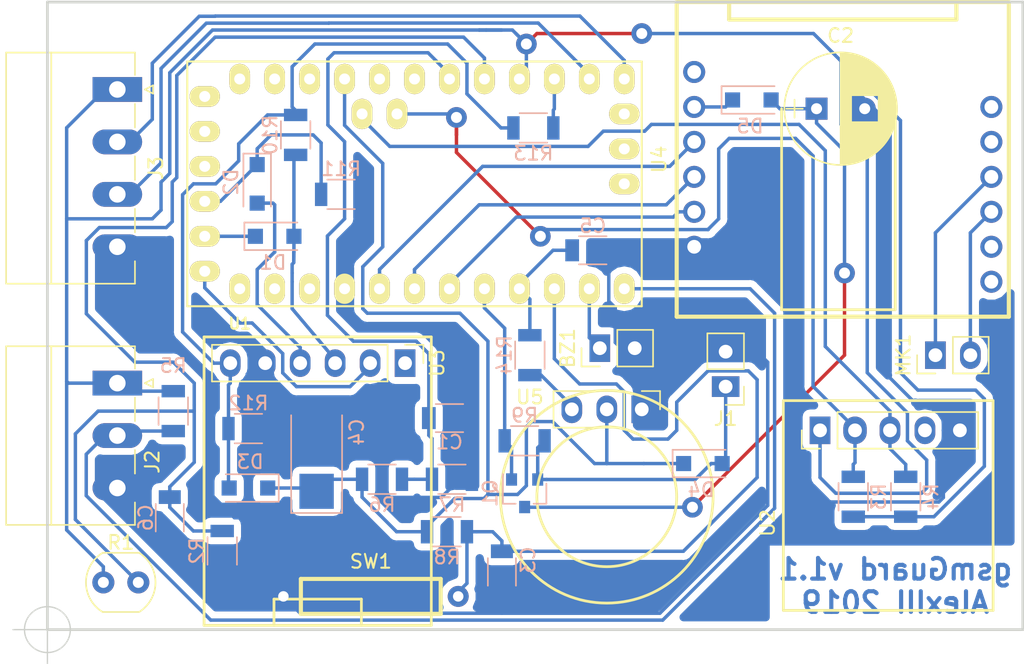
<source format=kicad_pcb>
(kicad_pcb (version 20171130) (host pcbnew "(5.0.2)-1")

  (general
    (thickness 1.6)
    (drawings 22)
    (tracks 428)
    (zones 0)
    (modules 37)
    (nets 52)
  )

  (page A4)
  (layers
    (0 F.Cu signal)
    (31 B.Cu signal)
    (32 B.Adhes user)
    (33 F.Adhes user)
    (34 B.Paste user)
    (35 F.Paste user)
    (36 B.SilkS user)
    (37 F.SilkS user)
    (38 B.Mask user)
    (39 F.Mask user)
    (40 Dwgs.User user)
    (41 Cmts.User user)
    (42 Eco1.User user)
    (43 Eco2.User user)
    (44 Edge.Cuts user)
    (45 Margin user)
    (46 B.CrtYd user)
    (47 F.CrtYd user)
    (48 B.Fab user hide)
    (49 F.Fab user hide)
  )

  (setup
    (last_trace_width 0.25)
    (trace_clearance 0.25)
    (zone_clearance 0.5)
    (zone_45_only no)
    (trace_min 0.2)
    (segment_width 0.2)
    (edge_width 0.1)
    (via_size 0.8)
    (via_drill 0.4)
    (via_min_size 0.4)
    (via_min_drill 0.3)
    (uvia_size 0.3)
    (uvia_drill 0.1)
    (uvias_allowed no)
    (uvia_min_size 0.2)
    (uvia_min_drill 0.1)
    (pcb_text_width 0.3)
    (pcb_text_size 1.5 1.5)
    (mod_edge_width 0.15)
    (mod_text_size 1 1)
    (mod_text_width 0.15)
    (pad_size 1 2.19964)
    (pad_drill 0.8001)
    (pad_to_mask_clearance 0)
    (solder_mask_min_width 0.25)
    (aux_axis_origin 18.034 60.96)
    (visible_elements 7FFFFFFF)
    (pcbplotparams
      (layerselection 0x010fc_ffffffff)
      (usegerberextensions true)
      (usegerberattributes false)
      (usegerberadvancedattributes false)
      (creategerberjobfile false)
      (excludeedgelayer true)
      (linewidth 0.100000)
      (plotframeref false)
      (viasonmask false)
      (mode 1)
      (useauxorigin false)
      (hpglpennumber 1)
      (hpglpenspeed 20)
      (hpglpendiameter 15.000000)
      (psnegative false)
      (psa4output false)
      (plotreference true)
      (plotvalue true)
      (plotinvisibletext false)
      (padsonsilk false)
      (subtractmaskfromsilk false)
      (outputformat 1)
      (mirror false)
      (drillshape 0)
      (scaleselection 1)
      (outputdirectory "fab/"))
  )

  (net 0 "")
  (net 1 GND)
  (net 2 D7)
  (net 3 "Net-(U1-Pad28)")
  (net 4 "Net-(U1-Pad27)")
  (net 5 "Net-(U1-Pad1)")
  (net 6 "Net-(U1-Pad2)")
  (net 7 "Net-(U1-Pad3)")
  (net 8 RX)
  (net 9 TX)
  (net 10 D5)
  (net 11 D6)
  (net 12 D8)
  (net 13 D9)
  (net 14 A0)
  (net 15 "Net-(U1-Pad19)")
  (net 16 VBAT)
  (net 17 "Net-(U1-Pad22)")
  (net 18 "Net-(U1-Pad23)")
  (net 19 "Net-(U1-Pad24)")
  (net 20 SDA)
  (net 21 SCL)
  (net 22 "Net-(U1-Pad29)")
  (net 23 "Net-(U4-Pad1)")
  (net 24 "Net-(U4-Pad7)")
  (net 25 "Net-(U4-Pad8)")
  (net 26 "Net-(MK1-Pad2)")
  (net 27 "Net-(MK1-Pad1)")
  (net 28 "Net-(U4-Pad11)")
  (net 29 "Net-(U4-Pad12)")
  (net 30 "Net-(U2-Pad4)")
  (net 31 D11)
  (net 32 D10)
  (net 33 D12)
  (net 34 A1)
  (net 35 "Net-(U1-Pad20)")
  (net 36 "Net-(D1-Pad2)")
  (net 37 "Net-(D3-Pad2)")
  (net 38 "Net-(D2-Pad1)")
  (net 39 "Net-(D2-Pad2)")
  (net 40 "Net-(U1-Pad30)")
  (net 41 "Net-(U3-Pad1)")
  (net 42 "Net-(D4-Pad2)")
  (net 43 "Net-(D1-Pad1)")
  (net 44 "Net-(U1-Pad33)")
  (net 45 "Net-(U1-Pad34)")
  (net 46 "Net-(U1-Pad35)")
  (net 47 M_ON)
  (net 48 VSENS)
  (net 49 "Net-(D5-Pad1)")
  (net 50 VMOD)
  (net 51 "Net-(R14-Pad2)")

  (net_class Default "This is the default net class."
    (clearance 0.25)
    (trace_width 0.25)
    (via_dia 0.8)
    (via_drill 0.4)
    (uvia_dia 0.3)
    (uvia_drill 0.1)
    (add_net A0)
    (add_net A1)
    (add_net D10)
    (add_net D11)
    (add_net D12)
    (add_net D5)
    (add_net D6)
    (add_net D7)
    (add_net D8)
    (add_net D9)
    (add_net GND)
    (add_net M_ON)
    (add_net "Net-(D1-Pad1)")
    (add_net "Net-(D1-Pad2)")
    (add_net "Net-(D2-Pad1)")
    (add_net "Net-(D2-Pad2)")
    (add_net "Net-(D3-Pad2)")
    (add_net "Net-(D4-Pad2)")
    (add_net "Net-(D5-Pad1)")
    (add_net "Net-(MK1-Pad1)")
    (add_net "Net-(MK1-Pad2)")
    (add_net "Net-(R14-Pad2)")
    (add_net "Net-(U1-Pad1)")
    (add_net "Net-(U1-Pad19)")
    (add_net "Net-(U1-Pad2)")
    (add_net "Net-(U1-Pad20)")
    (add_net "Net-(U1-Pad22)")
    (add_net "Net-(U1-Pad23)")
    (add_net "Net-(U1-Pad24)")
    (add_net "Net-(U1-Pad27)")
    (add_net "Net-(U1-Pad28)")
    (add_net "Net-(U1-Pad29)")
    (add_net "Net-(U1-Pad3)")
    (add_net "Net-(U1-Pad30)")
    (add_net "Net-(U1-Pad33)")
    (add_net "Net-(U1-Pad34)")
    (add_net "Net-(U1-Pad35)")
    (add_net "Net-(U2-Pad4)")
    (add_net "Net-(U3-Pad1)")
    (add_net "Net-(U4-Pad1)")
    (add_net "Net-(U4-Pad11)")
    (add_net "Net-(U4-Pad12)")
    (add_net "Net-(U4-Pad7)")
    (add_net "Net-(U4-Pad8)")
    (add_net RX)
    (add_net SCL)
    (add_net SDA)
    (add_net TX)
    (add_net VBAT)
    (add_net VMOD)
    (add_net VSENS)
  )

  (module Capacitors_SMD:C_1206 (layer B.Cu) (tedit 58AA84B8) (tstamp 5DE26DED)
    (at 57.658 33.401)
    (descr "Capacitor SMD 1206, reflow soldering, AVX (see smccp.pdf)")
    (tags "capacitor 1206")
    (path /5DE336DD)
    (attr smd)
    (fp_text reference C5 (at 0 -1.778) (layer B.SilkS)
      (effects (font (size 1 1) (thickness 0.15)) (justify mirror))
    )
    (fp_text value 0.1uF (at 0 -2) (layer B.Fab)
      (effects (font (size 1 1) (thickness 0.15)) (justify mirror))
    )
    (fp_text user %R (at 0 1.75) (layer B.Fab)
      (effects (font (size 1 1) (thickness 0.15)) (justify mirror))
    )
    (fp_line (start -1.6 -0.8) (end -1.6 0.8) (layer B.Fab) (width 0.1))
    (fp_line (start 1.6 -0.8) (end -1.6 -0.8) (layer B.Fab) (width 0.1))
    (fp_line (start 1.6 0.8) (end 1.6 -0.8) (layer B.Fab) (width 0.1))
    (fp_line (start -1.6 0.8) (end 1.6 0.8) (layer B.Fab) (width 0.1))
    (fp_line (start 1 1.02) (end -1 1.02) (layer B.SilkS) (width 0.12))
    (fp_line (start -1 -1.02) (end 1 -1.02) (layer B.SilkS) (width 0.12))
    (fp_line (start -2.25 1.05) (end 2.25 1.05) (layer B.CrtYd) (width 0.05))
    (fp_line (start -2.25 1.05) (end -2.25 -1.05) (layer B.CrtYd) (width 0.05))
    (fp_line (start 2.25 -1.05) (end 2.25 1.05) (layer B.CrtYd) (width 0.05))
    (fp_line (start 2.25 -1.05) (end -2.25 -1.05) (layer B.CrtYd) (width 0.05))
    (pad 1 smd rect (at -1.5 0) (size 1 1.6) (layers B.Cu B.Paste B.Mask)
      (net 11 D6))
    (pad 2 smd rect (at 1.5 0) (size 1 1.6) (layers B.Cu B.Paste B.Mask)
      (net 1 GND))
    (model Capacitors_SMD.3dshapes/C_1206.wrl
      (at (xyz 0 0 0))
      (scale (xyz 1 1 1))
      (rotate (xyz 0 0 0))
    )
  )

  (module Capacitors_SMD:C_1206 (layer B.Cu) (tedit 58AA84B8) (tstamp 5DE26C9C)
    (at 26.924 52.832 270)
    (descr "Capacitor SMD 1206, reflow soldering, AVX (see smccp.pdf)")
    (tags "capacitor 1206")
    (path /5DE275C7)
    (attr smd)
    (fp_text reference C6 (at 0 1.75 270) (layer B.SilkS)
      (effects (font (size 1 1) (thickness 0.15)) (justify mirror))
    )
    (fp_text value 0.1uF (at 0 -2 270) (layer B.Fab)
      (effects (font (size 1 1) (thickness 0.15)) (justify mirror))
    )
    (fp_line (start 2.25 -1.05) (end -2.25 -1.05) (layer B.CrtYd) (width 0.05))
    (fp_line (start 2.25 -1.05) (end 2.25 1.05) (layer B.CrtYd) (width 0.05))
    (fp_line (start -2.25 1.05) (end -2.25 -1.05) (layer B.CrtYd) (width 0.05))
    (fp_line (start -2.25 1.05) (end 2.25 1.05) (layer B.CrtYd) (width 0.05))
    (fp_line (start -1 -1.02) (end 1 -1.02) (layer B.SilkS) (width 0.12))
    (fp_line (start 1 1.02) (end -1 1.02) (layer B.SilkS) (width 0.12))
    (fp_line (start -1.6 0.8) (end 1.6 0.8) (layer B.Fab) (width 0.1))
    (fp_line (start 1.6 0.8) (end 1.6 -0.8) (layer B.Fab) (width 0.1))
    (fp_line (start 1.6 -0.8) (end -1.6 -0.8) (layer B.Fab) (width 0.1))
    (fp_line (start -1.6 -0.8) (end -1.6 0.8) (layer B.Fab) (width 0.1))
    (fp_text user %R (at 0 1.75 270) (layer B.Fab)
      (effects (font (size 1 1) (thickness 0.15)) (justify mirror))
    )
    (pad 2 smd rect (at 1.5 0 270) (size 1 1.6) (layers B.Cu B.Paste B.Mask)
      (net 1 GND))
    (pad 1 smd rect (at -1.5 0 270) (size 1 1.6) (layers B.Cu B.Paste B.Mask)
      (net 14 A0))
    (model Capacitors_SMD.3dshapes/C_1206.wrl
      (at (xyz 0 0 0))
      (scale (xyz 1 1 1))
      (rotate (xyz 0 0 0))
    )
  )

  (module Resistors_SMD:R_1206 (layer B.Cu) (tedit 58E0A804) (tstamp 5DE26849)
    (at 53.086 41.021 270)
    (descr "Resistor SMD 1206, reflow soldering, Vishay (see dcrcw.pdf)")
    (tags "resistor 1206")
    (path /5DE312CD)
    (attr smd)
    (fp_text reference R14 (at 0 1.85 270) (layer B.SilkS)
      (effects (font (size 1 1) (thickness 0.15)) (justify mirror))
    )
    (fp_text value 4.7k (at 0 -1.95 270) (layer B.Fab)
      (effects (font (size 1 1) (thickness 0.15)) (justify mirror))
    )
    (fp_line (start 2.15 -1.1) (end -2.15 -1.1) (layer B.CrtYd) (width 0.05))
    (fp_line (start 2.15 -1.1) (end 2.15 1.11) (layer B.CrtYd) (width 0.05))
    (fp_line (start -2.15 1.11) (end -2.15 -1.1) (layer B.CrtYd) (width 0.05))
    (fp_line (start -2.15 1.11) (end 2.15 1.11) (layer B.CrtYd) (width 0.05))
    (fp_line (start -1 1.07) (end 1 1.07) (layer B.SilkS) (width 0.12))
    (fp_line (start 1 -1.07) (end -1 -1.07) (layer B.SilkS) (width 0.12))
    (fp_line (start -1.6 0.8) (end 1.6 0.8) (layer B.Fab) (width 0.1))
    (fp_line (start 1.6 0.8) (end 1.6 -0.8) (layer B.Fab) (width 0.1))
    (fp_line (start 1.6 -0.8) (end -1.6 -0.8) (layer B.Fab) (width 0.1))
    (fp_line (start -1.6 -0.8) (end -1.6 0.8) (layer B.Fab) (width 0.1))
    (fp_text user %R (at 0 0 270) (layer B.Fab)
      (effects (font (size 0.7 0.7) (thickness 0.105)) (justify mirror))
    )
    (pad 2 smd rect (at 1.45 0 270) (size 0.9 1.7) (layers B.Cu B.Paste B.Mask)
      (net 51 "Net-(R14-Pad2)"))
    (pad 1 smd rect (at -1.45 0 270) (size 0.9 1.7) (layers B.Cu B.Paste B.Mask)
      (net 11 D6))
    (model ${KISYS3DMOD}/Resistors_SMD.3dshapes/R_1206.wrl
      (at (xyz 0 0 0))
      (scale (xyz 1 1 1))
      (rotate (xyz 0 0 0))
    )
  )

  (module Capacitors_Tantalum_SMD:CP_Tantalum_Case-C_EIA-6032-28_Reflow (layer B.Cu) (tedit 58CC8C08) (tstamp 5DC7BF67)
    (at 37.592 48.387 90)
    (descr "Tantalum capacitor, Case C, EIA 6032-28, 6.0x3.2x2.5mm, Reflow soldering footprint")
    (tags "capacitor tantalum smd")
    (path /5DC71827)
    (attr smd)
    (fp_text reference C4 (at 1.778 2.921 90) (layer B.SilkS)
      (effects (font (size 1 1) (thickness 0.15)) (justify mirror))
    )
    (fp_text value "33uF 6.3V" (at 0 -3.35 90) (layer B.Fab)
      (effects (font (size 1 1) (thickness 0.15)) (justify mirror))
    )
    (fp_line (start -4.1 1.85) (end -4.1 -1.85) (layer B.SilkS) (width 0.12))
    (fp_line (start -4.1 -1.85) (end 3 -1.85) (layer B.SilkS) (width 0.12))
    (fp_line (start -4.1 1.85) (end 3 1.85) (layer B.SilkS) (width 0.12))
    (fp_line (start -2.1 1.6) (end -2.1 -1.6) (layer B.Fab) (width 0.1))
    (fp_line (start -2.4 1.6) (end -2.4 -1.6) (layer B.Fab) (width 0.1))
    (fp_line (start 3 1.6) (end -3 1.6) (layer B.Fab) (width 0.1))
    (fp_line (start 3 -1.6) (end 3 1.6) (layer B.Fab) (width 0.1))
    (fp_line (start -3 -1.6) (end 3 -1.6) (layer B.Fab) (width 0.1))
    (fp_line (start -3 1.6) (end -3 -1.6) (layer B.Fab) (width 0.1))
    (fp_line (start 4.2 2) (end -4.2 2) (layer B.CrtYd) (width 0.05))
    (fp_line (start 4.2 -2) (end 4.2 2) (layer B.CrtYd) (width 0.05))
    (fp_line (start -4.2 -2) (end 4.2 -2) (layer B.CrtYd) (width 0.05))
    (fp_line (start -4.2 2) (end -4.2 -2) (layer B.CrtYd) (width 0.05))
    (fp_text user %R (at 0 0 90) (layer B.Fab)
      (effects (font (size 1 1) (thickness 0.15)) (justify mirror))
    )
    (pad 2 smd rect (at 2.525 0 90) (size 2.55 2.5) (layers B.Cu B.Paste B.Mask)
      (net 1 GND))
    (pad 1 smd rect (at -2.525 0 90) (size 2.55 2.5) (layers B.Cu B.Paste B.Mask)
      (net 16 VBAT))
    (model Capacitors_Tantalum_SMD.3dshapes/CP_Tantalum_Case-C_EIA-6032-28.wrl
      (at (xyz 0 0 0))
      (scale (xyz 1 1 1))
      (rotate (xyz 0 0 0))
    )
  )

  (module Diodes_SMD:D_SOD-123F (layer B.Cu) (tedit 587F7769) (tstamp 5DBFC8D6)
    (at 69.212 22.479)
    (descr D_SOD-123F)
    (tags D_SOD-123F)
    (path /5DBFD195)
    (attr smd)
    (fp_text reference D5 (at -0.127 1.905) (layer B.SilkS)
      (effects (font (size 1 1) (thickness 0.15)) (justify mirror))
    )
    (fp_text value 1N4148W (at 0 -2.1) (layer B.Fab)
      (effects (font (size 1 1) (thickness 0.15)) (justify mirror))
    )
    (fp_line (start -2.2 1) (end 1.65 1) (layer B.SilkS) (width 0.12))
    (fp_line (start -2.2 -1) (end 1.65 -1) (layer B.SilkS) (width 0.12))
    (fp_line (start -2.2 1.15) (end -2.2 -1.15) (layer B.CrtYd) (width 0.05))
    (fp_line (start 2.2 -1.15) (end -2.2 -1.15) (layer B.CrtYd) (width 0.05))
    (fp_line (start 2.2 1.15) (end 2.2 -1.15) (layer B.CrtYd) (width 0.05))
    (fp_line (start -2.2 1.15) (end 2.2 1.15) (layer B.CrtYd) (width 0.05))
    (fp_line (start -1.4 0.9) (end 1.4 0.9) (layer B.Fab) (width 0.1))
    (fp_line (start 1.4 0.9) (end 1.4 -0.9) (layer B.Fab) (width 0.1))
    (fp_line (start 1.4 -0.9) (end -1.4 -0.9) (layer B.Fab) (width 0.1))
    (fp_line (start -1.4 -0.9) (end -1.4 0.9) (layer B.Fab) (width 0.1))
    (fp_line (start -0.75 0) (end -0.35 0) (layer B.Fab) (width 0.1))
    (fp_line (start -0.35 0) (end -0.35 0.55) (layer B.Fab) (width 0.1))
    (fp_line (start -0.35 0) (end -0.35 -0.55) (layer B.Fab) (width 0.1))
    (fp_line (start -0.35 0) (end 0.25 0.4) (layer B.Fab) (width 0.1))
    (fp_line (start 0.25 0.4) (end 0.25 -0.4) (layer B.Fab) (width 0.1))
    (fp_line (start 0.25 -0.4) (end -0.35 0) (layer B.Fab) (width 0.1))
    (fp_line (start 0.25 0) (end 0.75 0) (layer B.Fab) (width 0.1))
    (fp_line (start -2.2 1) (end -2.2 -1) (layer B.SilkS) (width 0.12))
    (fp_text user %R (at -0.127 1.905) (layer B.Fab)
      (effects (font (size 1 1) (thickness 0.15)) (justify mirror))
    )
    (pad 2 smd rect (at 1.4 0) (size 1.1 1.1) (layers B.Cu B.Paste B.Mask)
      (net 50 VMOD))
    (pad 1 smd rect (at -1.4 0) (size 1.1 1.1) (layers B.Cu B.Paste B.Mask)
      (net 49 "Net-(D5-Pad1)"))
    (model ${KISYS3DMOD}/Diodes_SMD.3dshapes/D_SOD-123F.wrl
      (at (xyz 0 0 0))
      (scale (xyz 1 1 1))
      (rotate (xyz 0 0 0))
    )
  )

  (module cad:pro_mini (layer F.Cu) (tedit 5CD7D517) (tstamp 5CD85097)
    (at 45.974 28.575)
    (descr "IC, ARDUINO_PRO_MINI x 0,6\"")
    (tags "DIL ARDUINO PRO MINI")
    (path /5CB428E9)
    (fp_text reference U1 (at -13.97 10.16) (layer F.SilkS)
      (effects (font (size 0.8 0.8) (thickness 0.16)))
    )
    (fp_text value ArduinoProMini (at 0 0) (layer F.Fab) hide
      (effects (font (size 0.8 0.8) (thickness 0.16)))
    )
    (fp_line (start -17.78 8.89) (end -17.78 -8.89) (layer F.SilkS) (width 0.15))
    (fp_line (start -17.78 -8.89) (end 15.24 -8.89) (layer F.SilkS) (width 0.15))
    (fp_line (start 15.24 8.89) (end -17.78 8.89) (layer F.SilkS) (width 0.15))
    (fp_line (start 15.24 8.89) (end 15.24 -8.89) (layer F.SilkS) (width 0.15))
    (pad 30 thru_hole oval (at -16.51 6.35 90) (size 1.50114 2.19964) (drill 0.8001) (layers *.Cu *.Mask F.SilkS)
      (net 40 "Net-(U1-Pad30)"))
    (pad 31 thru_hole oval (at -16.51 3.81 90) (size 1.50114 2.19964) (drill 0.8001) (layers *.Cu *.Mask F.SilkS)
      (net 43 "Net-(D1-Pad1)"))
    (pad 32 thru_hole oval (at -16.51 1.27 90) (size 1.50114 2.19964) (drill 0.8001) (layers *.Cu *.Mask F.SilkS)
      (net 38 "Net-(D2-Pad1)"))
    (pad 33 thru_hole oval (at -16.51 -1.27 90) (size 1.50114 2.19964) (drill 0.8001) (layers *.Cu *.Mask F.SilkS)
      (net 44 "Net-(U1-Pad33)"))
    (pad 34 thru_hole oval (at -16.51 -3.81 90) (size 1.50114 2.19964) (drill 0.8001) (layers *.Cu *.Mask F.SilkS)
      (net 45 "Net-(U1-Pad34)"))
    (pad 35 thru_hole oval (at -16.51 -6.35 90) (size 1.50114 2.19964) (drill 0.8001) (layers *.Cu *.Mask F.SilkS)
      (net 46 "Net-(U1-Pad35)"))
    (pad 29 thru_hole oval (at 13.97 0) (size 2.19964 1.50114) (drill 0.8001) (layers *.Cu *.Mask F.SilkS)
      (net 22 "Net-(U1-Pad29)"))
    (pad 28 thru_hole oval (at 13.97 -2.54) (size 2.19964 1.50114) (drill 0.8001) (layers *.Cu *.Mask F.SilkS)
      (net 3 "Net-(U1-Pad28)"))
    (pad 27 thru_hole oval (at 13.97 -5.08) (size 2.19964 1.50114) (drill 0.8001) (layers *.Cu *.Mask F.SilkS)
      (net 4 "Net-(U1-Pad27)"))
    (pad 26 thru_hole oval (at -5.08 -5.08) (size 1.50114 2.19964) (drill 0.8001) (layers *.Cu *.Mask F.SilkS)
      (net 21 SCL))
    (pad 25 thru_hole oval (at -2.54 -5.08) (size 1.50114 2.19964) (drill 0.8001) (layers *.Cu *.Mask F.SilkS)
      (net 20 SDA))
    (pad 24 thru_hole oval (at -13.97 -7.62) (size 1.50114 2.19964) (drill 0.8001) (layers *.Cu *.Mask F.SilkS)
      (net 19 "Net-(U1-Pad24)"))
    (pad 23 thru_hole oval (at -11.43 -7.62) (size 1.50114 2.19964) (drill 0.8001) (layers *.Cu *.Mask F.SilkS)
      (net 18 "Net-(U1-Pad23)"))
    (pad 22 thru_hole oval (at -8.89 -7.62) (size 1.50114 2.19964) (drill 0.8001) (layers *.Cu *.Mask F.SilkS)
      (net 17 "Net-(U1-Pad22)"))
    (pad 21 thru_hole oval (at -6.35 -7.62) (size 1.50114 2.19964) (drill 0.8001) (layers *.Cu *.Mask F.SilkS)
      (net 16 VBAT))
    (pad 20 thru_hole oval (at -3.81 -7.62) (size 1.50114 2.19964) (drill 0.8001) (layers *.Cu *.Mask F.SilkS)
      (net 35 "Net-(U1-Pad20)"))
    (pad 19 thru_hole oval (at -1.27 -7.62) (size 1.50114 2.19964) (drill 0.8001) (layers *.Cu *.Mask F.SilkS)
      (net 15 "Net-(U1-Pad19)"))
    (pad 18 thru_hole oval (at 1.27 -7.62) (size 1.50114 2.19964) (drill 0.8001) (layers *.Cu *.Mask F.SilkS)
      (net 34 A1))
    (pad 17 thru_hole oval (at 3.81 -7.62) (size 1.50114 2.19964) (drill 0.8001) (layers *.Cu *.Mask F.SilkS)
      (net 14 A0))
    (pad 16 thru_hole oval (at 6.35 -7.62) (size 1.50114 2.19964) (drill 0.8001) (layers *.Cu *.Mask F.SilkS)
      (net 48 VSENS))
    (pad 15 thru_hole oval (at 8.89 -7.62) (size 1.50114 2.19964) (drill 0.8001) (layers *.Cu *.Mask F.SilkS)
      (net 33 D12))
    (pad 14 thru_hole oval (at 11.43 -7.62) (size 1.50114 2.19964) (drill 0.8001) (layers *.Cu *.Mask F.SilkS)
      (net 31 D11))
    (pad 13 thru_hole oval (at 13.97 -7.62) (size 1.50114 2.19964) (drill 0.8001) (layers *.Cu *.Mask F.SilkS)
      (net 32 D10))
    (pad 12 thru_hole oval (at 13.97 7.62) (size 1.50114 2.19964) (drill 0.8001) (layers *.Cu *.Mask F.SilkS)
      (net 13 D9))
    (pad 11 thru_hole oval (at 11.43 7.62) (size 1.50114 2.19964) (drill 0.8001) (layers *.Cu *.Mask F.SilkS)
      (net 12 D8))
    (pad 10 thru_hole oval (at 8.89 7.62) (size 1.50114 2.19964) (drill 0.8001) (layers *.Cu *.Mask F.SilkS)
      (net 2 D7))
    (pad 9 thru_hole oval (at 6.35 7.62) (size 1.50114 2.19964) (drill 0.8001) (layers *.Cu *.Mask F.SilkS)
      (net 11 D6))
    (pad 8 thru_hole oval (at 3.81 7.62) (size 1.50114 2.19964) (drill 0.8001) (layers *.Cu *.Mask F.SilkS)
      (net 10 D5))
    (pad 7 thru_hole oval (at 1.27 7.62) (size 1.50114 2.19964) (drill 0.8001) (layers *.Cu *.Mask F.SilkS)
      (net 9 TX))
    (pad 6 thru_hole oval (at -1.27 7.62) (size 1.50114 2.19964) (drill 0.8001) (layers *.Cu *.Mask F.SilkS)
      (net 8 RX))
    (pad 5 thru_hole oval (at -3.81 7.62) (size 1.50114 2.19964) (drill 0.8001) (layers *.Cu *.Mask F.SilkS)
      (net 47 M_ON))
    (pad 4 thru_hole oval (at -6.35 7.62) (size 1.50114 2.19964) (drill 0.8001) (layers *.Cu *.Mask F.SilkS)
      (net 1 GND))
    (pad 3 thru_hole oval (at -8.89 7.62) (size 1.50114 2.19964) (drill 0.8001) (layers *.Cu *.Mask F.SilkS)
      (net 7 "Net-(U1-Pad3)"))
    (pad 2 thru_hole oval (at -11.43 7.62) (size 1.50114 2.19964) (drill 0.8001) (layers *.Cu *.Mask F.SilkS)
      (net 6 "Net-(U1-Pad2)"))
    (pad 1 thru_hole oval (at -13.97 7.62) (size 1.50114 2.19964) (drill 0.8001) (layers *.Cu *.Mask F.SilkS)
      (net 5 "Net-(U1-Pad1)"))
    (model Socket_Strips.3dshapes/Socket_Strip_Straight_1x02_Pitch2.54mm.wrl
      (offset (xyz -3.809999942779541 5.079999923706055 0))
      (scale (xyz 1 1 1))
      (rotate (xyz 0 0 0))
    )
    (model Socket_Strips.3dshapes/Socket_Strip_Straight_1x03_Pitch2.54mm.wrl
      (offset (xyz 13.96999979019165 2.539999961853027 0))
      (scale (xyz 1 1 1))
      (rotate (xyz 0 0 90))
    )
    (model Socket_Strips.3dshapes/Socket_Strip_Straight_1x12_Pitch2.54mm.wrl
      (offset (xyz 0 7.619999885559082 0))
      (scale (xyz 1 1 1))
      (rotate (xyz 0 0 0))
    )
    (model Socket_Strips.3dshapes/Socket_Strip_Straight_1x12_Pitch2.54mm.wrl
      (offset (xyz 0 -7.619999885559082 0))
      (scale (xyz 1 1 1))
      (rotate (xyz 0 0 0))
    )
    (model Socket_Strips.3dshapes/Socket_Strip_Straight_1x02_Pitch2.54mm.wrl
      (offset (xyz 6.349999904632568 5.079999923706055 0))
      (scale (xyz 1 1 1))
      (rotate (xyz 0 0 0))
    )
    (model ${MYSLOCAL}/mysensors.3dshapes/mysensors_arduino.3dshapes/arduino_pro_mini.wrl
      (offset (xyz -1.269999980926514 0 12.19199981689453))
      (scale (xyz 0.395 0.395 0.395))
      (rotate (xyz 0 0 180))
    )
    (model SMD_Packages.3dshapes/TQFP-32.wrl
      (offset (xyz 1.269999980926514 0 13.01749980449676))
      (scale (xyz 1 1 1))
      (rotate (xyz 0 0 315))
    )
    (model Pin_Headers.3dshapes/Pin_Header_Straight_1x12_Pitch2.54mm.wrl
      (offset (xyz 13.96999979019165 -7.619999885559082 11.30299983024597))
      (scale (xyz 1 1 1))
      (rotate (xyz 0 180 90))
    )
    (model Pin_Headers.3dshapes/Pin_Header_Straight_1x12_Pitch2.54mm.wrl
      (offset (xyz 13.96999979019165 7.619999885559082 11.30299983024597))
      (scale (xyz 1 1 1))
      (rotate (xyz 0 180 90))
    )
    (model Pin_Headers.3dshapes/Pin_Header_Straight_1x03_Pitch2.54mm.wrl
      (offset (xyz 13.96999979019165 5.079999923706055 11.30299983024597))
      (scale (xyz 1 1 1))
      (rotate (xyz 0 180 0))
    )
    (model Pin_Headers.3dshapes/Pin_Header_Straight_1x02_Pitch2.54mm.wrl
      (offset (xyz 7.619999885559082 5.079999923706055 11.30299983024597))
      (scale (xyz 1 1 1))
      (rotate (xyz 0 180 90))
    )
    (model Pin_Headers.3dshapes/Pin_Header_Straight_1x02_Pitch2.54mm.wrl
      (offset (xyz -2.539999961853027 5.079999923706055 11.30299983024597))
      (scale (xyz 1 1 1))
      (rotate (xyz 0 180 90))
    )
    (model ${MYSLOCAL}/mysensors.3dshapes/w.lain.3dshapes/smd_leds/led_0603.wrl
      (offset (xyz -7.619999885559082 0 13.01749980449676))
      (scale (xyz 1 1 1))
      (rotate (xyz 0 0 0))
    )
    (model ${MYSLOCAL}/mysensors.3dshapes/w.lain.3dshapes/smd_leds/led_0603.wrl
      (offset (xyz 13.96999979019165 -4.444999933242798 13.01749980449676))
      (scale (xyz 1 1 1))
      (rotate (xyz 0 0 0))
    )
    (model Pin_Headers.3dshapes/Pin_Header_Angled_1x06_Pitch2.54mm.wrl
      (offset (xyz -16.50999975204468 -6.349999904632568 13.01749980449676))
      (scale (xyz 1 1 1))
      (rotate (xyz 0 0 180))
    )
    (model Resistors_SMD.3dshapes/R_0603.wrl
      (offset (xyz -7.619999885559082 -1.269999980926514 13.01749980449676))
      (scale (xyz 1 1 1))
      (rotate (xyz 0 0 0))
    )
    (model Resistors_SMD.3dshapes/R_0603.wrl
      (offset (xyz 13.96999979019165 -3.174999952316284 13.01749980449676))
      (scale (xyz 1 1 1))
      (rotate (xyz 0 0 0))
    )
    (model Capacitors_SMD.3dshapes/C_0603.wrl
      (offset (xyz -7.619999885559082 1.269999980926514 13.01749980449676))
      (scale (xyz 1 1 1))
      (rotate (xyz 0 0 0))
    )
    (model Capacitors_Tantalum_SMD.3dshapes/CP_Tantalum_Case-S_EIA-3216-12.wrl
      (offset (xyz -8.889999866485596 3.809999942779541 13.01749980449676))
      (scale (xyz 1 1 1))
      (rotate (xyz 0 0 0))
    )
    (model Capacitors_Tantalum_SMD.3dshapes/CP_Tantalum_Case-S_EIA-3216-12.wrl
      (offset (xyz -8.889999866485596 -3.809999942779541 13.01749980449676))
      (scale (xyz 1 1 1))
      (rotate (xyz 0 0 0))
    )
    (model TO_SOT_Packages_SMD.3dshapes/SOT-23-5.wrl
      (offset (xyz -10.15999984741211 0 13.01749980449676))
      (scale (xyz 1 1 1))
      (rotate (xyz 0 0 90))
    )
    (model Capacitors_SMD.3dshapes/C_1210.wrl
      (offset (xyz -12.69999980926514 0 13.01749980449676))
      (scale (xyz 1 1 1))
      (rotate (xyz 0 0 90))
    )
    (model ${MYSLOCAL}/mysensors.3dshapes/w.lain.3dshapes/switch/smd_push.wrl
      (offset (xyz 10.15999984741211 0 13.01749980449676))
      (scale (xyz 1 1 1))
      (rotate (xyz 0 0 90))
    )
  )

  (module Connectors_Phoenix:PhoenixContact_MC-G_03x3.81mm_Angled (layer F.Cu) (tedit 59566E60) (tstamp 5CB4D2CE)
    (at 23.114 43.053 270)
    (descr "Generic Phoenix Contact connector footprint for series: MC-G; number of pins: 03; pin pitch: 3.81mm; Angled || order number: 1803280 8A 160V")
    (tags "phoenix_contact connector MC_01x03_G_3.81mm")
    (path /5C894585)
    (fp_text reference J2 (at 5.715 -2.54 270) (layer F.SilkS)
      (effects (font (size 1 1) (thickness 0.15)))
    )
    (fp_text value Conn_01x03_Male (at 3.81 9 270) (layer F.Fab)
      (effects (font (size 1 1) (thickness 0.15)))
    )
    (fp_text user %R (at 3.81 3 270) (layer F.Fab)
      (effects (font (size 1 1) (thickness 0.15)))
    )
    (fp_line (start 0 0) (end -0.8 -1.2) (layer F.Fab) (width 0.1))
    (fp_line (start 0.8 -1.2) (end 0 0) (layer F.Fab) (width 0.1))
    (fp_line (start -0.3 -2.6) (end 0.3 -2.6) (layer F.SilkS) (width 0.12))
    (fp_line (start 0 -2) (end -0.3 -2.6) (layer F.SilkS) (width 0.12))
    (fp_line (start 0.3 -2.6) (end 0 -2) (layer F.SilkS) (width 0.12))
    (fp_line (start 10.72 -2.3) (end -3.18 -2.3) (layer F.CrtYd) (width 0.05))
    (fp_line (start 10.72 8.5) (end 10.72 -2.3) (layer F.CrtYd) (width 0.05))
    (fp_line (start -3.18 8.5) (end 10.72 8.5) (layer F.CrtYd) (width 0.05))
    (fp_line (start -3.18 -2.3) (end -3.18 8.5) (layer F.CrtYd) (width 0.05))
    (fp_line (start -2.68 4.8) (end 10.3 4.8) (layer F.SilkS) (width 0.12))
    (fp_line (start 10.22 -1.2) (end -2.6 -1.2) (layer F.Fab) (width 0.1))
    (fp_line (start 10.22 8) (end 10.22 -1.2) (layer F.Fab) (width 0.1))
    (fp_line (start -2.6 8) (end 10.22 8) (layer F.Fab) (width 0.1))
    (fp_line (start -2.6 -1.2) (end -2.6 8) (layer F.Fab) (width 0.1))
    (fp_line (start 4.86 -1.28) (end 6.57 -1.28) (layer F.SilkS) (width 0.12))
    (fp_line (start 1.05 -1.28) (end 2.76 -1.28) (layer F.SilkS) (width 0.12))
    (fp_line (start 10.3 -1.28) (end 8.67 -1.28) (layer F.SilkS) (width 0.12))
    (fp_line (start -2.68 -1.28) (end -1.05 -1.28) (layer F.SilkS) (width 0.12))
    (fp_line (start 10.3 8.08) (end 10.3 -1.28) (layer F.SilkS) (width 0.12))
    (fp_line (start -2.68 8.08) (end 10.3 8.08) (layer F.SilkS) (width 0.12))
    (fp_line (start -2.68 -1.28) (end -2.68 8.08) (layer F.SilkS) (width 0.12))
    (pad 3 thru_hole oval (at 7.62 0 270) (size 1.8 3.6) (drill 1.2) (layers *.Cu *.Mask)
      (net 1 GND))
    (pad 2 thru_hole oval (at 3.81 0 270) (size 1.8 3.6) (drill 1.2) (layers *.Cu *.Mask)
      (net 13 D9))
    (pad 1 thru_hole rect (at 0 0 270) (size 1.8 3.6) (drill 1.2) (layers *.Cu *.Mask)
      (net 48 VSENS))
    (model ${KISYS3DMOD}/Connectors_Phoenix.3dshapes/PhoenixContact_MC-G_03x3.81mm_Angled.wrl
      (at (xyz 0 0 0))
      (scale (xyz 1 1 1))
      (rotate (xyz 0 0 0))
    )
  )

  (module Resistors_SMD:R_1206 (layer B.Cu) (tedit 58E0A804) (tstamp 5CB4D18A)
    (at 52.705 47.244 180)
    (descr "Resistor SMD 1206, reflow soldering, Vishay (see dcrcw.pdf)")
    (tags "resistor 1206")
    (path /5CB50E50)
    (attr smd)
    (fp_text reference R9 (at 0 1.85 180) (layer B.SilkS)
      (effects (font (size 1 1) (thickness 0.15)) (justify mirror))
    )
    (fp_text value 4.7k (at 0 -1.95 180) (layer B.Fab)
      (effects (font (size 1 1) (thickness 0.15)) (justify mirror))
    )
    (fp_line (start 2.15 -1.1) (end -2.15 -1.1) (layer B.CrtYd) (width 0.05))
    (fp_line (start 2.15 -1.1) (end 2.15 1.11) (layer B.CrtYd) (width 0.05))
    (fp_line (start -2.15 1.11) (end -2.15 -1.1) (layer B.CrtYd) (width 0.05))
    (fp_line (start -2.15 1.11) (end 2.15 1.11) (layer B.CrtYd) (width 0.05))
    (fp_line (start -1 1.07) (end 1 1.07) (layer B.SilkS) (width 0.12))
    (fp_line (start 1 -1.07) (end -1 -1.07) (layer B.SilkS) (width 0.12))
    (fp_line (start -1.6 0.8) (end 1.6 0.8) (layer B.Fab) (width 0.1))
    (fp_line (start 1.6 0.8) (end 1.6 -0.8) (layer B.Fab) (width 0.1))
    (fp_line (start 1.6 -0.8) (end -1.6 -0.8) (layer B.Fab) (width 0.1))
    (fp_line (start -1.6 -0.8) (end -1.6 0.8) (layer B.Fab) (width 0.1))
    (fp_text user %R (at 0 0 180) (layer B.Fab)
      (effects (font (size 0.7 0.7) (thickness 0.105)) (justify mirror))
    )
    (pad 2 smd rect (at 1.45 0 180) (size 0.9 1.7) (layers B.Cu B.Paste B.Mask)
      (net 10 D5))
    (pad 1 smd rect (at -1.45 0 180) (size 0.9 1.7) (layers B.Cu B.Paste B.Mask)
      (net 42 "Net-(D4-Pad2)"))
    (model ${KISYS3DMOD}/Resistors_SMD.3dshapes/R_1206.wrl
      (at (xyz 0 0 0))
      (scale (xyz 1 1 1))
      (rotate (xyz 0 0 0))
    )
  )

  (module TO_SOT_Packages_SMD:SOT-23 (layer B.Cu) (tedit 58CE4E7E) (tstamp 5CB4D179)
    (at 52.705 51.054 270)
    (descr "SOT-23, Standard")
    (tags SOT-23)
    (path /5C8946E7)
    (attr smd)
    (fp_text reference Q1 (at 0 2.5 270) (layer B.SilkS)
      (effects (font (size 1 1) (thickness 0.15)) (justify mirror))
    )
    (fp_text value IRLML6401 (at 0 -2.5 270) (layer B.Fab)
      (effects (font (size 1 1) (thickness 0.15)) (justify mirror))
    )
    (fp_line (start 0.76 -1.58) (end -0.7 -1.58) (layer B.SilkS) (width 0.12))
    (fp_line (start 0.76 1.58) (end -1.4 1.58) (layer B.SilkS) (width 0.12))
    (fp_line (start -1.7 -1.75) (end -1.7 1.75) (layer B.CrtYd) (width 0.05))
    (fp_line (start 1.7 -1.75) (end -1.7 -1.75) (layer B.CrtYd) (width 0.05))
    (fp_line (start 1.7 1.75) (end 1.7 -1.75) (layer B.CrtYd) (width 0.05))
    (fp_line (start -1.7 1.75) (end 1.7 1.75) (layer B.CrtYd) (width 0.05))
    (fp_line (start 0.76 1.58) (end 0.76 0.65) (layer B.SilkS) (width 0.12))
    (fp_line (start 0.76 -1.58) (end 0.76 -0.65) (layer B.SilkS) (width 0.12))
    (fp_line (start -0.7 -1.52) (end 0.7 -1.52) (layer B.Fab) (width 0.1))
    (fp_line (start 0.7 1.52) (end 0.7 -1.52) (layer B.Fab) (width 0.1))
    (fp_line (start -0.7 0.95) (end -0.15 1.52) (layer B.Fab) (width 0.1))
    (fp_line (start -0.15 1.52) (end 0.7 1.52) (layer B.Fab) (width 0.1))
    (fp_line (start -0.7 0.95) (end -0.7 -1.5) (layer B.Fab) (width 0.1))
    (fp_text user %R (at 0 0 180) (layer B.Fab)
      (effects (font (size 0.5 0.5) (thickness 0.075)) (justify mirror))
    )
    (pad 3 smd rect (at 1 0 270) (size 0.9 0.8) (layers B.Cu B.Paste B.Mask)
      (net 50 VMOD))
    (pad 2 smd rect (at -1 -0.95 270) (size 0.9 0.8) (layers B.Cu B.Paste B.Mask)
      (net 42 "Net-(D4-Pad2)"))
    (pad 1 smd rect (at -1 0.95 270) (size 0.9 0.8) (layers B.Cu B.Paste B.Mask)
      (net 10 D5))
    (model ${KISYS3DMOD}/TO_SOT_Packages_SMD.3dshapes/SOT-23.wrl
      (at (xyz 0 0 0))
      (scale (xyz 1 1 1))
      (rotate (xyz 0 0 0))
    )
  )

  (module Capacitors_THT:CP_Radial_D8.0mm_P3.50mm (layer F.Cu) (tedit 597BC7C2) (tstamp 5CD836B2)
    (at 73.914 23.114)
    (descr "CP, Radial series, Radial, pin pitch=3.50mm, , diameter=8mm, Electrolytic Capacitor")
    (tags "CP Radial series Radial pin pitch 3.50mm  diameter 8mm Electrolytic Capacitor")
    (path /5C8942AC)
    (fp_text reference C2 (at 1.75 -5.31) (layer F.SilkS)
      (effects (font (size 1 1) (thickness 0.15)))
    )
    (fp_text value "1000uF 6.3V" (at 1.75 5.31) (layer F.Fab)
      (effects (font (size 1 1) (thickness 0.15)))
    )
    (fp_text user %R (at 1.75 0) (layer F.Fab)
      (effects (font (size 1 1) (thickness 0.15)))
    )
    (fp_line (start 6.1 -4.35) (end -2.6 -4.35) (layer F.CrtYd) (width 0.05))
    (fp_line (start 6.1 4.35) (end 6.1 -4.35) (layer F.CrtYd) (width 0.05))
    (fp_line (start -2.6 4.35) (end 6.1 4.35) (layer F.CrtYd) (width 0.05))
    (fp_line (start -2.6 -4.35) (end -2.6 4.35) (layer F.CrtYd) (width 0.05))
    (fp_line (start -1.6 -0.65) (end -1.6 0.65) (layer F.SilkS) (width 0.12))
    (fp_line (start -2.2 0) (end -1 0) (layer F.SilkS) (width 0.12))
    (fp_line (start 5.831 -0.246) (end 5.831 0.246) (layer F.SilkS) (width 0.12))
    (fp_line (start 5.791 -0.598) (end 5.791 0.598) (layer F.SilkS) (width 0.12))
    (fp_line (start 5.751 -0.814) (end 5.751 0.814) (layer F.SilkS) (width 0.12))
    (fp_line (start 5.711 -0.983) (end 5.711 0.983) (layer F.SilkS) (width 0.12))
    (fp_line (start 5.671 -1.127) (end 5.671 1.127) (layer F.SilkS) (width 0.12))
    (fp_line (start 5.631 -1.254) (end 5.631 1.254) (layer F.SilkS) (width 0.12))
    (fp_line (start 5.591 -1.369) (end 5.591 1.369) (layer F.SilkS) (width 0.12))
    (fp_line (start 5.551 -1.473) (end 5.551 1.473) (layer F.SilkS) (width 0.12))
    (fp_line (start 5.511 -1.57) (end 5.511 1.57) (layer F.SilkS) (width 0.12))
    (fp_line (start 5.471 -1.66) (end 5.471 1.66) (layer F.SilkS) (width 0.12))
    (fp_line (start 5.431 -1.745) (end 5.431 1.745) (layer F.SilkS) (width 0.12))
    (fp_line (start 5.391 -1.826) (end 5.391 1.826) (layer F.SilkS) (width 0.12))
    (fp_line (start 5.351 -1.902) (end 5.351 1.902) (layer F.SilkS) (width 0.12))
    (fp_line (start 5.311 -1.974) (end 5.311 1.974) (layer F.SilkS) (width 0.12))
    (fp_line (start 5.271 -2.043) (end 5.271 2.043) (layer F.SilkS) (width 0.12))
    (fp_line (start 5.231 -2.109) (end 5.231 2.109) (layer F.SilkS) (width 0.12))
    (fp_line (start 5.191 -2.173) (end 5.191 2.173) (layer F.SilkS) (width 0.12))
    (fp_line (start 5.151 -2.234) (end 5.151 2.234) (layer F.SilkS) (width 0.12))
    (fp_line (start 5.111 -2.293) (end 5.111 2.293) (layer F.SilkS) (width 0.12))
    (fp_line (start 5.071 -2.349) (end 5.071 2.349) (layer F.SilkS) (width 0.12))
    (fp_line (start 5.031 -2.404) (end 5.031 2.404) (layer F.SilkS) (width 0.12))
    (fp_line (start 4.991 -2.457) (end 4.991 2.457) (layer F.SilkS) (width 0.12))
    (fp_line (start 4.951 -2.508) (end 4.951 2.508) (layer F.SilkS) (width 0.12))
    (fp_line (start 4.911 -2.557) (end 4.911 2.557) (layer F.SilkS) (width 0.12))
    (fp_line (start 4.871 -2.605) (end 4.871 2.605) (layer F.SilkS) (width 0.12))
    (fp_line (start 4.831 -2.652) (end 4.831 2.652) (layer F.SilkS) (width 0.12))
    (fp_line (start 4.791 -2.697) (end 4.791 2.697) (layer F.SilkS) (width 0.12))
    (fp_line (start 4.751 -2.74) (end 4.751 2.74) (layer F.SilkS) (width 0.12))
    (fp_line (start 4.711 -2.783) (end 4.711 2.783) (layer F.SilkS) (width 0.12))
    (fp_line (start 4.671 -2.824) (end 4.671 2.824) (layer F.SilkS) (width 0.12))
    (fp_line (start 4.631 -2.865) (end 4.631 2.865) (layer F.SilkS) (width 0.12))
    (fp_line (start 4.591 -2.904) (end 4.591 2.904) (layer F.SilkS) (width 0.12))
    (fp_line (start 4.551 -2.942) (end 4.551 2.942) (layer F.SilkS) (width 0.12))
    (fp_line (start 4.511 -2.979) (end 4.511 2.979) (layer F.SilkS) (width 0.12))
    (fp_line (start 4.471 0.98) (end 4.471 3.015) (layer F.SilkS) (width 0.12))
    (fp_line (start 4.471 -3.015) (end 4.471 -0.98) (layer F.SilkS) (width 0.12))
    (fp_line (start 4.431 0.98) (end 4.431 3.05) (layer F.SilkS) (width 0.12))
    (fp_line (start 4.431 -3.05) (end 4.431 -0.98) (layer F.SilkS) (width 0.12))
    (fp_line (start 4.391 0.98) (end 4.391 3.084) (layer F.SilkS) (width 0.12))
    (fp_line (start 4.391 -3.084) (end 4.391 -0.98) (layer F.SilkS) (width 0.12))
    (fp_line (start 4.351 0.98) (end 4.351 3.118) (layer F.SilkS) (width 0.12))
    (fp_line (start 4.351 -3.118) (end 4.351 -0.98) (layer F.SilkS) (width 0.12))
    (fp_line (start 4.311 0.98) (end 4.311 3.15) (layer F.SilkS) (width 0.12))
    (fp_line (start 4.311 -3.15) (end 4.311 -0.98) (layer F.SilkS) (width 0.12))
    (fp_line (start 4.271 0.98) (end 4.271 3.182) (layer F.SilkS) (width 0.12))
    (fp_line (start 4.271 -3.182) (end 4.271 -0.98) (layer F.SilkS) (width 0.12))
    (fp_line (start 4.231 0.98) (end 4.231 3.213) (layer F.SilkS) (width 0.12))
    (fp_line (start 4.231 -3.213) (end 4.231 -0.98) (layer F.SilkS) (width 0.12))
    (fp_line (start 4.191 0.98) (end 4.191 3.243) (layer F.SilkS) (width 0.12))
    (fp_line (start 4.191 -3.243) (end 4.191 -0.98) (layer F.SilkS) (width 0.12))
    (fp_line (start 4.151 0.98) (end 4.151 3.272) (layer F.SilkS) (width 0.12))
    (fp_line (start 4.151 -3.272) (end 4.151 -0.98) (layer F.SilkS) (width 0.12))
    (fp_line (start 4.111 0.98) (end 4.111 3.301) (layer F.SilkS) (width 0.12))
    (fp_line (start 4.111 -3.301) (end 4.111 -0.98) (layer F.SilkS) (width 0.12))
    (fp_line (start 4.071 0.98) (end 4.071 3.329) (layer F.SilkS) (width 0.12))
    (fp_line (start 4.071 -3.329) (end 4.071 -0.98) (layer F.SilkS) (width 0.12))
    (fp_line (start 4.031 0.98) (end 4.031 3.356) (layer F.SilkS) (width 0.12))
    (fp_line (start 4.031 -3.356) (end 4.031 -0.98) (layer F.SilkS) (width 0.12))
    (fp_line (start 3.991 0.98) (end 3.991 3.383) (layer F.SilkS) (width 0.12))
    (fp_line (start 3.991 -3.383) (end 3.991 -0.98) (layer F.SilkS) (width 0.12))
    (fp_line (start 3.951 0.98) (end 3.951 3.408) (layer F.SilkS) (width 0.12))
    (fp_line (start 3.951 -3.408) (end 3.951 -0.98) (layer F.SilkS) (width 0.12))
    (fp_line (start 3.911 0.98) (end 3.911 3.434) (layer F.SilkS) (width 0.12))
    (fp_line (start 3.911 -3.434) (end 3.911 -0.98) (layer F.SilkS) (width 0.12))
    (fp_line (start 3.871 0.98) (end 3.871 3.458) (layer F.SilkS) (width 0.12))
    (fp_line (start 3.871 -3.458) (end 3.871 -0.98) (layer F.SilkS) (width 0.12))
    (fp_line (start 3.831 0.98) (end 3.831 3.482) (layer F.SilkS) (width 0.12))
    (fp_line (start 3.831 -3.482) (end 3.831 -0.98) (layer F.SilkS) (width 0.12))
    (fp_line (start 3.791 0.98) (end 3.791 3.505) (layer F.SilkS) (width 0.12))
    (fp_line (start 3.791 -3.505) (end 3.791 -0.98) (layer F.SilkS) (width 0.12))
    (fp_line (start 3.751 0.98) (end 3.751 3.528) (layer F.SilkS) (width 0.12))
    (fp_line (start 3.751 -3.528) (end 3.751 -0.98) (layer F.SilkS) (width 0.12))
    (fp_line (start 3.711 0.98) (end 3.711 3.55) (layer F.SilkS) (width 0.12))
    (fp_line (start 3.711 -3.55) (end 3.711 -0.98) (layer F.SilkS) (width 0.12))
    (fp_line (start 3.671 0.98) (end 3.671 3.572) (layer F.SilkS) (width 0.12))
    (fp_line (start 3.671 -3.572) (end 3.671 -0.98) (layer F.SilkS) (width 0.12))
    (fp_line (start 3.631 0.98) (end 3.631 3.593) (layer F.SilkS) (width 0.12))
    (fp_line (start 3.631 -3.593) (end 3.631 -0.98) (layer F.SilkS) (width 0.12))
    (fp_line (start 3.591 0.98) (end 3.591 3.613) (layer F.SilkS) (width 0.12))
    (fp_line (start 3.591 -3.613) (end 3.591 -0.98) (layer F.SilkS) (width 0.12))
    (fp_line (start 3.551 0.98) (end 3.551 3.633) (layer F.SilkS) (width 0.12))
    (fp_line (start 3.551 -3.633) (end 3.551 -0.98) (layer F.SilkS) (width 0.12))
    (fp_line (start 3.511 0.98) (end 3.511 3.652) (layer F.SilkS) (width 0.12))
    (fp_line (start 3.511 -3.652) (end 3.511 -0.98) (layer F.SilkS) (width 0.12))
    (fp_line (start 3.471 0.98) (end 3.471 3.671) (layer F.SilkS) (width 0.12))
    (fp_line (start 3.471 -3.671) (end 3.471 -0.98) (layer F.SilkS) (width 0.12))
    (fp_line (start 3.431 0.98) (end 3.431 3.69) (layer F.SilkS) (width 0.12))
    (fp_line (start 3.431 -3.69) (end 3.431 -0.98) (layer F.SilkS) (width 0.12))
    (fp_line (start 3.391 0.98) (end 3.391 3.707) (layer F.SilkS) (width 0.12))
    (fp_line (start 3.391 -3.707) (end 3.391 -0.98) (layer F.SilkS) (width 0.12))
    (fp_line (start 3.351 0.98) (end 3.351 3.725) (layer F.SilkS) (width 0.12))
    (fp_line (start 3.351 -3.725) (end 3.351 -0.98) (layer F.SilkS) (width 0.12))
    (fp_line (start 3.311 0.98) (end 3.311 3.741) (layer F.SilkS) (width 0.12))
    (fp_line (start 3.311 -3.741) (end 3.311 -0.98) (layer F.SilkS) (width 0.12))
    (fp_line (start 3.271 0.98) (end 3.271 3.758) (layer F.SilkS) (width 0.12))
    (fp_line (start 3.271 -3.758) (end 3.271 -0.98) (layer F.SilkS) (width 0.12))
    (fp_line (start 3.231 0.98) (end 3.231 3.773) (layer F.SilkS) (width 0.12))
    (fp_line (start 3.231 -3.773) (end 3.231 -0.98) (layer F.SilkS) (width 0.12))
    (fp_line (start 3.191 0.98) (end 3.191 3.789) (layer F.SilkS) (width 0.12))
    (fp_line (start 3.191 -3.789) (end 3.191 -0.98) (layer F.SilkS) (width 0.12))
    (fp_line (start 3.151 0.98) (end 3.151 3.803) (layer F.SilkS) (width 0.12))
    (fp_line (start 3.151 -3.803) (end 3.151 -0.98) (layer F.SilkS) (width 0.12))
    (fp_line (start 3.111 0.98) (end 3.111 3.818) (layer F.SilkS) (width 0.12))
    (fp_line (start 3.111 -3.818) (end 3.111 -0.98) (layer F.SilkS) (width 0.12))
    (fp_line (start 3.071 0.98) (end 3.071 3.832) (layer F.SilkS) (width 0.12))
    (fp_line (start 3.071 -3.832) (end 3.071 -0.98) (layer F.SilkS) (width 0.12))
    (fp_line (start 3.031 0.98) (end 3.031 3.845) (layer F.SilkS) (width 0.12))
    (fp_line (start 3.031 -3.845) (end 3.031 -0.98) (layer F.SilkS) (width 0.12))
    (fp_line (start 2.991 0.98) (end 2.991 3.858) (layer F.SilkS) (width 0.12))
    (fp_line (start 2.991 -3.858) (end 2.991 -0.98) (layer F.SilkS) (width 0.12))
    (fp_line (start 2.951 0.98) (end 2.951 3.87) (layer F.SilkS) (width 0.12))
    (fp_line (start 2.951 -3.87) (end 2.951 -0.98) (layer F.SilkS) (width 0.12))
    (fp_line (start 2.911 0.98) (end 2.911 3.883) (layer F.SilkS) (width 0.12))
    (fp_line (start 2.911 -3.883) (end 2.911 -0.98) (layer F.SilkS) (width 0.12))
    (fp_line (start 2.871 0.98) (end 2.871 3.894) (layer F.SilkS) (width 0.12))
    (fp_line (start 2.871 -3.894) (end 2.871 -0.98) (layer F.SilkS) (width 0.12))
    (fp_line (start 2.831 0.98) (end 2.831 3.905) (layer F.SilkS) (width 0.12))
    (fp_line (start 2.831 -3.905) (end 2.831 -0.98) (layer F.SilkS) (width 0.12))
    (fp_line (start 2.791 0.98) (end 2.791 3.916) (layer F.SilkS) (width 0.12))
    (fp_line (start 2.791 -3.916) (end 2.791 -0.98) (layer F.SilkS) (width 0.12))
    (fp_line (start 2.751 0.98) (end 2.751 3.926) (layer F.SilkS) (width 0.12))
    (fp_line (start 2.751 -3.926) (end 2.751 -0.98) (layer F.SilkS) (width 0.12))
    (fp_line (start 2.711 0.98) (end 2.711 3.936) (layer F.SilkS) (width 0.12))
    (fp_line (start 2.711 -3.936) (end 2.711 -0.98) (layer F.SilkS) (width 0.12))
    (fp_line (start 2.671 0.98) (end 2.671 3.946) (layer F.SilkS) (width 0.12))
    (fp_line (start 2.671 -3.946) (end 2.671 -0.98) (layer F.SilkS) (width 0.12))
    (fp_line (start 2.631 0.98) (end 2.631 3.955) (layer F.SilkS) (width 0.12))
    (fp_line (start 2.631 -3.955) (end 2.631 -0.98) (layer F.SilkS) (width 0.12))
    (fp_line (start 2.591 0.98) (end 2.591 3.963) (layer F.SilkS) (width 0.12))
    (fp_line (start 2.591 -3.963) (end 2.591 -0.98) (layer F.SilkS) (width 0.12))
    (fp_line (start 2.551 0.98) (end 2.551 3.971) (layer F.SilkS) (width 0.12))
    (fp_line (start 2.551 -3.971) (end 2.551 -0.98) (layer F.SilkS) (width 0.12))
    (fp_line (start 2.511 -3.979) (end 2.511 3.979) (layer F.SilkS) (width 0.12))
    (fp_line (start 2.471 -3.987) (end 2.471 3.987) (layer F.SilkS) (width 0.12))
    (fp_line (start 2.43 -3.994) (end 2.43 3.994) (layer F.SilkS) (width 0.12))
    (fp_line (start 2.39 -4) (end 2.39 4) (layer F.SilkS) (width 0.12))
    (fp_line (start 2.35 -4.006) (end 2.35 4.006) (layer F.SilkS) (width 0.12))
    (fp_line (start 2.31 -4.012) (end 2.31 4.012) (layer F.SilkS) (width 0.12))
    (fp_line (start 2.27 -4.017) (end 2.27 4.017) (layer F.SilkS) (width 0.12))
    (fp_line (start 2.23 -4.022) (end 2.23 4.022) (layer F.SilkS) (width 0.12))
    (fp_line (start 2.19 -4.027) (end 2.19 4.027) (layer F.SilkS) (width 0.12))
    (fp_line (start 2.15 -4.031) (end 2.15 4.031) (layer F.SilkS) (width 0.12))
    (fp_line (start 2.11 -4.035) (end 2.11 4.035) (layer F.SilkS) (width 0.12))
    (fp_line (start 2.07 -4.038) (end 2.07 4.038) (layer F.SilkS) (width 0.12))
    (fp_line (start 2.03 -4.041) (end 2.03 4.041) (layer F.SilkS) (width 0.12))
    (fp_line (start 1.99 -4.043) (end 1.99 4.043) (layer F.SilkS) (width 0.12))
    (fp_line (start 1.95 -4.046) (end 1.95 4.046) (layer F.SilkS) (width 0.12))
    (fp_line (start 1.91 -4.047) (end 1.91 4.047) (layer F.SilkS) (width 0.12))
    (fp_line (start 1.87 -4.049) (end 1.87 4.049) (layer F.SilkS) (width 0.12))
    (fp_line (start 1.83 -4.05) (end 1.83 4.05) (layer F.SilkS) (width 0.12))
    (fp_line (start 1.79 -4.05) (end 1.79 4.05) (layer F.SilkS) (width 0.12))
    (fp_line (start 1.75 -4.05) (end 1.75 4.05) (layer F.SilkS) (width 0.12))
    (fp_line (start -1.6 -0.65) (end -1.6 0.65) (layer F.Fab) (width 0.1))
    (fp_line (start -2.2 0) (end -1 0) (layer F.Fab) (width 0.1))
    (fp_circle (center 1.75 0) (end 5.84 0) (layer F.SilkS) (width 0.12))
    (fp_circle (center 1.75 0) (end 5.75 0) (layer F.Fab) (width 0.1))
    (pad 2 thru_hole circle (at 3.5 0) (size 1.6 1.6) (drill 0.8) (layers *.Cu *.Mask)
      (net 1 GND))
    (pad 1 thru_hole rect (at 0 0) (size 1.6 1.6) (drill 0.8) (layers *.Cu *.Mask)
      (net 50 VMOD))
    (model ${KISYS3DMOD}/Capacitors_THT.3dshapes/CP_Radial_D8.0mm_P3.50mm.wrl
      (at (xyz 0 0 0))
      (scale (xyz 1 1 1))
      (rotate (xyz 0 0 0))
    )
  )

  (module Diodes_SMD:D_SOD-123F (layer B.Cu) (tedit 587F7769) (tstamp 5CEFFCBE)
    (at 33.274 28.575 270)
    (descr D_SOD-123F)
    (tags D_SOD-123F)
    (path /5CDEEF65)
    (attr smd)
    (fp_text reference D2 (at -0.127 1.905 270) (layer B.SilkS)
      (effects (font (size 1 1) (thickness 0.15)) (justify mirror))
    )
    (fp_text value MBR0520LT (at 0 -2.1 270) (layer B.Fab)
      (effects (font (size 1 1) (thickness 0.15)) (justify mirror))
    )
    (fp_line (start -2.2 1) (end 1.65 1) (layer B.SilkS) (width 0.12))
    (fp_line (start -2.2 -1) (end 1.65 -1) (layer B.SilkS) (width 0.12))
    (fp_line (start -2.2 1.15) (end -2.2 -1.15) (layer B.CrtYd) (width 0.05))
    (fp_line (start 2.2 -1.15) (end -2.2 -1.15) (layer B.CrtYd) (width 0.05))
    (fp_line (start 2.2 1.15) (end 2.2 -1.15) (layer B.CrtYd) (width 0.05))
    (fp_line (start -2.2 1.15) (end 2.2 1.15) (layer B.CrtYd) (width 0.05))
    (fp_line (start -1.4 0.9) (end 1.4 0.9) (layer B.Fab) (width 0.1))
    (fp_line (start 1.4 0.9) (end 1.4 -0.9) (layer B.Fab) (width 0.1))
    (fp_line (start 1.4 -0.9) (end -1.4 -0.9) (layer B.Fab) (width 0.1))
    (fp_line (start -1.4 -0.9) (end -1.4 0.9) (layer B.Fab) (width 0.1))
    (fp_line (start -0.75 0) (end -0.35 0) (layer B.Fab) (width 0.1))
    (fp_line (start -0.35 0) (end -0.35 0.55) (layer B.Fab) (width 0.1))
    (fp_line (start -0.35 0) (end -0.35 -0.55) (layer B.Fab) (width 0.1))
    (fp_line (start -0.35 0) (end 0.25 0.4) (layer B.Fab) (width 0.1))
    (fp_line (start 0.25 0.4) (end 0.25 -0.4) (layer B.Fab) (width 0.1))
    (fp_line (start 0.25 -0.4) (end -0.35 0) (layer B.Fab) (width 0.1))
    (fp_line (start 0.25 0) (end 0.75 0) (layer B.Fab) (width 0.1))
    (fp_line (start -2.2 1) (end -2.2 -1) (layer B.SilkS) (width 0.12))
    (fp_text user %R (at -0.127 1.905 270) (layer B.Fab)
      (effects (font (size 1 1) (thickness 0.15)) (justify mirror))
    )
    (pad 2 smd rect (at 1.4 0 270) (size 1.1 1.1) (layers B.Cu B.Paste B.Mask)
      (net 39 "Net-(D2-Pad2)"))
    (pad 1 smd rect (at -1.4 0 270) (size 1.1 1.1) (layers B.Cu B.Paste B.Mask)
      (net 38 "Net-(D2-Pad1)"))
    (model ${KISYS3DMOD}/Diodes_SMD.3dshapes/D_SOD-123F.wrl
      (at (xyz 0 0 0))
      (scale (xyz 1 1 1))
      (rotate (xyz 0 0 0))
    )
  )

  (module Resistors_SMD:R_1206 (layer B.Cu) (tedit 58E0A804) (tstamp 5CD850FB)
    (at 53.34 24.511)
    (descr "Resistor SMD 1206, reflow soldering, Vishay (see dcrcw.pdf)")
    (tags "resistor 1206")
    (path /5CDDB828)
    (attr smd)
    (fp_text reference R13 (at 0 1.85) (layer B.SilkS)
      (effects (font (size 1 1) (thickness 0.15)) (justify mirror))
    )
    (fp_text value 4.7k (at 0 -1.95) (layer B.Fab)
      (effects (font (size 1 1) (thickness 0.15)) (justify mirror))
    )
    (fp_text user %R (at 0 0) (layer B.Fab)
      (effects (font (size 0.7 0.7) (thickness 0.105)) (justify mirror))
    )
    (fp_line (start -1.6 -0.8) (end -1.6 0.8) (layer B.Fab) (width 0.1))
    (fp_line (start 1.6 -0.8) (end -1.6 -0.8) (layer B.Fab) (width 0.1))
    (fp_line (start 1.6 0.8) (end 1.6 -0.8) (layer B.Fab) (width 0.1))
    (fp_line (start -1.6 0.8) (end 1.6 0.8) (layer B.Fab) (width 0.1))
    (fp_line (start 1 -1.07) (end -1 -1.07) (layer B.SilkS) (width 0.12))
    (fp_line (start -1 1.07) (end 1 1.07) (layer B.SilkS) (width 0.12))
    (fp_line (start -2.15 1.11) (end 2.15 1.11) (layer B.CrtYd) (width 0.05))
    (fp_line (start -2.15 1.11) (end -2.15 -1.1) (layer B.CrtYd) (width 0.05))
    (fp_line (start 2.15 -1.1) (end 2.15 1.11) (layer B.CrtYd) (width 0.05))
    (fp_line (start 2.15 -1.1) (end -2.15 -1.1) (layer B.CrtYd) (width 0.05))
    (pad 1 smd rect (at -1.45 0) (size 0.9 1.7) (layers B.Cu B.Paste B.Mask)
      (net 37 "Net-(D3-Pad2)"))
    (pad 2 smd rect (at 1.45 0) (size 0.9 1.7) (layers B.Cu B.Paste B.Mask)
      (net 33 D12))
    (model ${KISYS3DMOD}/Resistors_SMD.3dshapes/R_1206.wrl
      (at (xyz 0 0 0))
      (scale (xyz 1 1 1))
      (rotate (xyz 0 0 0))
    )
  )

  (module Resistors_SMD:R_1206 (layer B.Cu) (tedit 58E0A804) (tstamp 5CD8223E)
    (at 36.068 25.019 270)
    (descr "Resistor SMD 1206, reflow soldering, Vishay (see dcrcw.pdf)")
    (tags "resistor 1206")
    (path /5CC8F036)
    (attr smd)
    (fp_text reference R10 (at 0 1.85 270) (layer B.SilkS)
      (effects (font (size 1 1) (thickness 0.15)) (justify mirror))
    )
    (fp_text value 1k (at 0 -1.95 270) (layer B.Fab)
      (effects (font (size 1 1) (thickness 0.15)) (justify mirror))
    )
    (fp_line (start 2.15 -1.1) (end -2.15 -1.1) (layer B.CrtYd) (width 0.05))
    (fp_line (start 2.15 -1.1) (end 2.15 1.11) (layer B.CrtYd) (width 0.05))
    (fp_line (start -2.15 1.11) (end -2.15 -1.1) (layer B.CrtYd) (width 0.05))
    (fp_line (start -2.15 1.11) (end 2.15 1.11) (layer B.CrtYd) (width 0.05))
    (fp_line (start -1 1.07) (end 1 1.07) (layer B.SilkS) (width 0.12))
    (fp_line (start 1 -1.07) (end -1 -1.07) (layer B.SilkS) (width 0.12))
    (fp_line (start -1.6 0.8) (end 1.6 0.8) (layer B.Fab) (width 0.1))
    (fp_line (start 1.6 0.8) (end 1.6 -0.8) (layer B.Fab) (width 0.1))
    (fp_line (start 1.6 -0.8) (end -1.6 -0.8) (layer B.Fab) (width 0.1))
    (fp_line (start -1.6 -0.8) (end -1.6 0.8) (layer B.Fab) (width 0.1))
    (fp_text user %R (at 0 0 270) (layer B.Fab)
      (effects (font (size 0.7 0.7) (thickness 0.105)) (justify mirror))
    )
    (pad 2 smd rect (at 1.45 0 270) (size 0.9 1.7) (layers B.Cu B.Paste B.Mask)
      (net 36 "Net-(D1-Pad2)"))
    (pad 1 smd rect (at -1.45 0 270) (size 0.9 1.7) (layers B.Cu B.Paste B.Mask)
      (net 37 "Net-(D3-Pad2)"))
    (model ${KISYS3DMOD}/Resistors_SMD.3dshapes/R_1206.wrl
      (at (xyz 0 0 0))
      (scale (xyz 1 1 1))
      (rotate (xyz 0 0 0))
    )
  )

  (module Resistors_SMD:R_1206 (layer B.Cu) (tedit 58E0A804) (tstamp 5CD7F73C)
    (at 32.639 46.355 180)
    (descr "Resistor SMD 1206, reflow soldering, Vishay (see dcrcw.pdf)")
    (tags "resistor 1206")
    (path /5CDB75C6)
    (attr smd)
    (fp_text reference R12 (at 0 1.85 180) (layer B.SilkS)
      (effects (font (size 1 1) (thickness 0.15)) (justify mirror))
    )
    (fp_text value 4.7k (at 0 -1.95 180) (layer B.Fab)
      (effects (font (size 1 1) (thickness 0.15)) (justify mirror))
    )
    (fp_line (start 2.15 -1.1) (end -2.15 -1.1) (layer B.CrtYd) (width 0.05))
    (fp_line (start 2.15 -1.1) (end 2.15 1.11) (layer B.CrtYd) (width 0.05))
    (fp_line (start -2.15 1.11) (end -2.15 -1.1) (layer B.CrtYd) (width 0.05))
    (fp_line (start -2.15 1.11) (end 2.15 1.11) (layer B.CrtYd) (width 0.05))
    (fp_line (start -1 1.07) (end 1 1.07) (layer B.SilkS) (width 0.12))
    (fp_line (start 1 -1.07) (end -1 -1.07) (layer B.SilkS) (width 0.12))
    (fp_line (start -1.6 0.8) (end 1.6 0.8) (layer B.Fab) (width 0.1))
    (fp_line (start 1.6 0.8) (end 1.6 -0.8) (layer B.Fab) (width 0.1))
    (fp_line (start 1.6 -0.8) (end -1.6 -0.8) (layer B.Fab) (width 0.1))
    (fp_line (start -1.6 -0.8) (end -1.6 0.8) (layer B.Fab) (width 0.1))
    (fp_text user %R (at 0 0 180) (layer B.Fab)
      (effects (font (size 0.7 0.7) (thickness 0.105)) (justify mirror))
    )
    (pad 2 smd rect (at 1.45 0 180) (size 0.9 1.7) (layers B.Cu B.Paste B.Mask)
      (net 37 "Net-(D3-Pad2)"))
    (pad 1 smd rect (at -1.45 0 180) (size 0.9 1.7) (layers B.Cu B.Paste B.Mask)
      (net 1 GND))
    (model ${KISYS3DMOD}/Resistors_SMD.3dshapes/R_1206.wrl
      (at (xyz 0 0 0))
      (scale (xyz 1 1 1))
      (rotate (xyz 0 0 0))
    )
  )

  (module Diodes_SMD:D_SOD-123F (layer B.Cu) (tedit 587F7769) (tstamp 5CD8503D)
    (at 34.544 32.385)
    (descr D_SOD-123F)
    (tags D_SOD-123F)
    (path /5CDEF033)
    (attr smd)
    (fp_text reference D1 (at -0.127 1.905) (layer B.SilkS)
      (effects (font (size 1 1) (thickness 0.15)) (justify mirror))
    )
    (fp_text value MBR0520LT (at 0 -2.1) (layer B.Fab)
      (effects (font (size 1 1) (thickness 0.15)) (justify mirror))
    )
    (fp_text user %R (at -0.127 1.905) (layer B.Fab)
      (effects (font (size 1 1) (thickness 0.15)) (justify mirror))
    )
    (fp_line (start -2.2 1) (end -2.2 -1) (layer B.SilkS) (width 0.12))
    (fp_line (start 0.25 0) (end 0.75 0) (layer B.Fab) (width 0.1))
    (fp_line (start 0.25 -0.4) (end -0.35 0) (layer B.Fab) (width 0.1))
    (fp_line (start 0.25 0.4) (end 0.25 -0.4) (layer B.Fab) (width 0.1))
    (fp_line (start -0.35 0) (end 0.25 0.4) (layer B.Fab) (width 0.1))
    (fp_line (start -0.35 0) (end -0.35 -0.55) (layer B.Fab) (width 0.1))
    (fp_line (start -0.35 0) (end -0.35 0.55) (layer B.Fab) (width 0.1))
    (fp_line (start -0.75 0) (end -0.35 0) (layer B.Fab) (width 0.1))
    (fp_line (start -1.4 -0.9) (end -1.4 0.9) (layer B.Fab) (width 0.1))
    (fp_line (start 1.4 -0.9) (end -1.4 -0.9) (layer B.Fab) (width 0.1))
    (fp_line (start 1.4 0.9) (end 1.4 -0.9) (layer B.Fab) (width 0.1))
    (fp_line (start -1.4 0.9) (end 1.4 0.9) (layer B.Fab) (width 0.1))
    (fp_line (start -2.2 1.15) (end 2.2 1.15) (layer B.CrtYd) (width 0.05))
    (fp_line (start 2.2 1.15) (end 2.2 -1.15) (layer B.CrtYd) (width 0.05))
    (fp_line (start 2.2 -1.15) (end -2.2 -1.15) (layer B.CrtYd) (width 0.05))
    (fp_line (start -2.2 1.15) (end -2.2 -1.15) (layer B.CrtYd) (width 0.05))
    (fp_line (start -2.2 -1) (end 1.65 -1) (layer B.SilkS) (width 0.12))
    (fp_line (start -2.2 1) (end 1.65 1) (layer B.SilkS) (width 0.12))
    (pad 1 smd rect (at -1.4 0) (size 1.1 1.1) (layers B.Cu B.Paste B.Mask)
      (net 43 "Net-(D1-Pad1)"))
    (pad 2 smd rect (at 1.4 0) (size 1.1 1.1) (layers B.Cu B.Paste B.Mask)
      (net 36 "Net-(D1-Pad2)"))
    (model ${KISYS3DMOD}/Diodes_SMD.3dshapes/D_SOD-123F.wrl
      (at (xyz 0 0 0))
      (scale (xyz 1 1 1))
      (rotate (xyz 0 0 0))
    )
  )

  (module Diodes_SMD:D_SOD-123F (layer B.Cu) (tedit 587F7769) (tstamp 5CD7F877)
    (at 65.656 48.895)
    (descr D_SOD-123F)
    (tags D_SOD-123F)
    (path /5CDEB784)
    (attr smd)
    (fp_text reference D4 (at -0.127 1.905) (layer B.SilkS)
      (effects (font (size 1 1) (thickness 0.15)) (justify mirror))
    )
    (fp_text value MBR0520LT (at 0 -2.1) (layer B.Fab)
      (effects (font (size 1 1) (thickness 0.15)) (justify mirror))
    )
    (fp_text user %R (at -0.127 1.905) (layer B.Fab)
      (effects (font (size 1 1) (thickness 0.15)) (justify mirror))
    )
    (fp_line (start -2.2 1) (end -2.2 -1) (layer B.SilkS) (width 0.12))
    (fp_line (start 0.25 0) (end 0.75 0) (layer B.Fab) (width 0.1))
    (fp_line (start 0.25 -0.4) (end -0.35 0) (layer B.Fab) (width 0.1))
    (fp_line (start 0.25 0.4) (end 0.25 -0.4) (layer B.Fab) (width 0.1))
    (fp_line (start -0.35 0) (end 0.25 0.4) (layer B.Fab) (width 0.1))
    (fp_line (start -0.35 0) (end -0.35 -0.55) (layer B.Fab) (width 0.1))
    (fp_line (start -0.35 0) (end -0.35 0.55) (layer B.Fab) (width 0.1))
    (fp_line (start -0.75 0) (end -0.35 0) (layer B.Fab) (width 0.1))
    (fp_line (start -1.4 -0.9) (end -1.4 0.9) (layer B.Fab) (width 0.1))
    (fp_line (start 1.4 -0.9) (end -1.4 -0.9) (layer B.Fab) (width 0.1))
    (fp_line (start 1.4 0.9) (end 1.4 -0.9) (layer B.Fab) (width 0.1))
    (fp_line (start -1.4 0.9) (end 1.4 0.9) (layer B.Fab) (width 0.1))
    (fp_line (start -2.2 1.15) (end 2.2 1.15) (layer B.CrtYd) (width 0.05))
    (fp_line (start 2.2 1.15) (end 2.2 -1.15) (layer B.CrtYd) (width 0.05))
    (fp_line (start 2.2 -1.15) (end -2.2 -1.15) (layer B.CrtYd) (width 0.05))
    (fp_line (start -2.2 1.15) (end -2.2 -1.15) (layer B.CrtYd) (width 0.05))
    (fp_line (start -2.2 -1) (end 1.65 -1) (layer B.SilkS) (width 0.12))
    (fp_line (start -2.2 1) (end 1.65 1) (layer B.SilkS) (width 0.12))
    (pad 1 smd rect (at -1.4 0) (size 1.1 1.1) (layers B.Cu B.Paste B.Mask)
      (net 16 VBAT))
    (pad 2 smd rect (at 1.4 0) (size 1.1 1.1) (layers B.Cu B.Paste B.Mask)
      (net 42 "Net-(D4-Pad2)"))
    (model ${KISYS3DMOD}/Diodes_SMD.3dshapes/D_SOD-123F.wrl
      (at (xyz 0 0 0))
      (scale (xyz 1 1 1))
      (rotate (xyz 0 0 0))
    )
  )

  (module Resistors_SMD:R_1206 (layer B.Cu) (tedit 58E0A804) (tstamp 5CD85005)
    (at 39.37 29.337 180)
    (descr "Resistor SMD 1206, reflow soldering, Vishay (see dcrcw.pdf)")
    (tags "resistor 1206")
    (path /5CC990A6)
    (attr smd)
    (fp_text reference R11 (at 0 1.85 180) (layer B.SilkS)
      (effects (font (size 1 1) (thickness 0.15)) (justify mirror))
    )
    (fp_text value 1k (at 0 -1.95 180) (layer B.Fab)
      (effects (font (size 1 1) (thickness 0.15)) (justify mirror))
    )
    (fp_text user %R (at 0 0 180) (layer B.Fab)
      (effects (font (size 0.7 0.7) (thickness 0.105)) (justify mirror))
    )
    (fp_line (start -1.6 -0.8) (end -1.6 0.8) (layer B.Fab) (width 0.1))
    (fp_line (start 1.6 -0.8) (end -1.6 -0.8) (layer B.Fab) (width 0.1))
    (fp_line (start 1.6 0.8) (end 1.6 -0.8) (layer B.Fab) (width 0.1))
    (fp_line (start -1.6 0.8) (end 1.6 0.8) (layer B.Fab) (width 0.1))
    (fp_line (start 1 -1.07) (end -1 -1.07) (layer B.SilkS) (width 0.12))
    (fp_line (start -1 1.07) (end 1 1.07) (layer B.SilkS) (width 0.12))
    (fp_line (start -2.15 1.11) (end 2.15 1.11) (layer B.CrtYd) (width 0.05))
    (fp_line (start -2.15 1.11) (end -2.15 -1.1) (layer B.CrtYd) (width 0.05))
    (fp_line (start 2.15 -1.1) (end 2.15 1.11) (layer B.CrtYd) (width 0.05))
    (fp_line (start 2.15 -1.1) (end -2.15 -1.1) (layer B.CrtYd) (width 0.05))
    (pad 1 smd rect (at -1.45 0 180) (size 0.9 1.7) (layers B.Cu B.Paste B.Mask)
      (net 1 GND))
    (pad 2 smd rect (at 1.45 0 180) (size 0.9 1.7) (layers B.Cu B.Paste B.Mask)
      (net 38 "Net-(D2-Pad1)"))
    (model ${KISYS3DMOD}/Resistors_SMD.3dshapes/R_1206.wrl
      (at (xyz 0 0 0))
      (scale (xyz 1 1 1))
      (rotate (xyz 0 0 0))
    )
  )

  (module Diodes_SMD:D_SOD-123F (layer B.Cu) (tedit 587F7769) (tstamp 5CD7F890)
    (at 32.639 50.673 180)
    (descr D_SOD-123F)
    (tags D_SOD-123F)
    (path /5CDEEC7F)
    (attr smd)
    (fp_text reference D3 (at -0.127 1.905 180) (layer B.SilkS)
      (effects (font (size 1 1) (thickness 0.15)) (justify mirror))
    )
    (fp_text value MBR0520LT (at 0 -2.1 180) (layer B.Fab)
      (effects (font (size 1 1) (thickness 0.15)) (justify mirror))
    )
    (fp_text user %R (at -0.127 1.905 180) (layer B.Fab)
      (effects (font (size 1 1) (thickness 0.15)) (justify mirror))
    )
    (fp_line (start -2.2 1) (end -2.2 -1) (layer B.SilkS) (width 0.12))
    (fp_line (start 0.25 0) (end 0.75 0) (layer B.Fab) (width 0.1))
    (fp_line (start 0.25 -0.4) (end -0.35 0) (layer B.Fab) (width 0.1))
    (fp_line (start 0.25 0.4) (end 0.25 -0.4) (layer B.Fab) (width 0.1))
    (fp_line (start -0.35 0) (end 0.25 0.4) (layer B.Fab) (width 0.1))
    (fp_line (start -0.35 0) (end -0.35 -0.55) (layer B.Fab) (width 0.1))
    (fp_line (start -0.35 0) (end -0.35 0.55) (layer B.Fab) (width 0.1))
    (fp_line (start -0.75 0) (end -0.35 0) (layer B.Fab) (width 0.1))
    (fp_line (start -1.4 -0.9) (end -1.4 0.9) (layer B.Fab) (width 0.1))
    (fp_line (start 1.4 -0.9) (end -1.4 -0.9) (layer B.Fab) (width 0.1))
    (fp_line (start 1.4 0.9) (end 1.4 -0.9) (layer B.Fab) (width 0.1))
    (fp_line (start -1.4 0.9) (end 1.4 0.9) (layer B.Fab) (width 0.1))
    (fp_line (start -2.2 1.15) (end 2.2 1.15) (layer B.CrtYd) (width 0.05))
    (fp_line (start 2.2 1.15) (end 2.2 -1.15) (layer B.CrtYd) (width 0.05))
    (fp_line (start 2.2 -1.15) (end -2.2 -1.15) (layer B.CrtYd) (width 0.05))
    (fp_line (start -2.2 1.15) (end -2.2 -1.15) (layer B.CrtYd) (width 0.05))
    (fp_line (start -2.2 -1) (end 1.65 -1) (layer B.SilkS) (width 0.12))
    (fp_line (start -2.2 1) (end 1.65 1) (layer B.SilkS) (width 0.12))
    (pad 1 smd rect (at -1.4 0 180) (size 1.1 1.1) (layers B.Cu B.Paste B.Mask)
      (net 16 VBAT))
    (pad 2 smd rect (at 1.4 0 180) (size 1.1 1.1) (layers B.Cu B.Paste B.Mask)
      (net 37 "Net-(D3-Pad2)"))
    (model ${KISYS3DMOD}/Diodes_SMD.3dshapes/D_SOD-123F.wrl
      (at (xyz 0 0 0))
      (scale (xyz 1 1 1))
      (rotate (xyz 0 0 0))
    )
  )

  (module Pin_Headers:Pin_Header_Straight_1x06_Pitch2.54mm (layer F.Cu) (tedit 5CD80DB1) (tstamp 5CD84ED5)
    (at 44.0197 41.6001 270)
    (descr "Through hole straight pin header, 1x06, 2.54mm pitch, single row")
    (tags "Through hole pin header THT 1x06 2.54mm single row")
    (path /5CDA81B5)
    (fp_text reference U3 (at 0 -2.33 270) (layer F.SilkS)
      (effects (font (size 1 1) (thickness 0.15)))
    )
    (fp_text value USB_UART (at 0 15.03 270) (layer F.Fab)
      (effects (font (size 1 1) (thickness 0.15)))
    )
    (fp_text user %R (at 0 6.35) (layer F.Fab)
      (effects (font (size 1 1) (thickness 0.15)))
    )
    (fp_line (start 1.8 -1.8) (end -1.8 -1.8) (layer F.CrtYd) (width 0.05))
    (fp_line (start 1.8 14.5) (end 1.8 -1.8) (layer F.CrtYd) (width 0.05))
    (fp_line (start -1.8 14.5) (end 1.8 14.5) (layer F.CrtYd) (width 0.05))
    (fp_line (start -1.8 -1.8) (end -1.8 14.5) (layer F.CrtYd) (width 0.05))
    (fp_line (start -1.33 -1.33) (end 0 -1.33) (layer F.SilkS) (width 0.12))
    (fp_line (start -1.33 0) (end -1.33 -1.33) (layer F.SilkS) (width 0.12))
    (fp_line (start -1.33 1.27) (end 1.33 1.27) (layer F.SilkS) (width 0.12))
    (fp_line (start 1.33 1.27) (end 1.33 14.03) (layer F.SilkS) (width 0.12))
    (fp_line (start -1.33 1.27) (end -1.33 14.03) (layer F.SilkS) (width 0.12))
    (fp_line (start -1.33 14.03) (end 1.33 14.03) (layer F.SilkS) (width 0.12))
    (fp_line (start -1.27 -0.635) (end -0.635 -1.27) (layer F.Fab) (width 0.1))
    (fp_line (start -1.27 13.97) (end -1.27 -0.635) (layer F.Fab) (width 0.1))
    (fp_line (start 1.27 13.97) (end -1.27 13.97) (layer F.Fab) (width 0.1))
    (fp_line (start 1.27 -1.27) (end 1.27 13.97) (layer F.Fab) (width 0.1))
    (fp_line (start -0.635 -1.27) (end 1.27 -1.27) (layer F.Fab) (width 0.1))
    (pad 6 thru_hole oval (at 0 12.7 270) (size 2 1.5) (drill 1) (layers *.Cu *.Mask)
      (net 37 "Net-(D3-Pad2)"))
    (pad 5 thru_hole oval (at 0 10.16 270) (size 2 1.5) (drill 1) (layers *.Cu *.Mask)
      (net 1 GND))
    (pad 4 thru_hole oval (at 0 7.62 270) (size 2 1.5) (drill 1) (layers *.Cu *.Mask)
      (net 39 "Net-(D2-Pad2)"))
    (pad 3 thru_hole oval (at 0 5.08 270) (size 2 1.5) (drill 1) (layers *.Cu *.Mask)
      (net 36 "Net-(D1-Pad2)"))
    (pad 2 thru_hole oval (at 0 2.54 270) (size 2 1.5) (drill 1) (layers *.Cu *.Mask)
      (net 40 "Net-(U1-Pad30)"))
    (pad 1 thru_hole rect (at 0 0 270) (size 2 1.5) (drill 1) (layers *.Cu *.Mask)
      (net 41 "Net-(U3-Pad1)"))
    (model ${KISYS3DMOD}/Pin_Headers.3dshapes/Pin_Header_Straight_1x06_Pitch2.54mm.wrl
      (at (xyz 0 0 0))
      (scale (xyz 1 1 1))
      (rotate (xyz 0 0 0))
    )
  )

  (module Pin_Headers:Pin_Header_Straight_1x03_Pitch2.54mm (layer F.Cu) (tedit 5CD81375) (tstamp 5CD82563)
    (at 61.214 44.958 270)
    (descr "Through hole straight pin header, 1x03, 2.54mm pitch, single row")
    (tags "Through hole pin header THT 1x03 2.54mm single row")
    (path /5CB60EB5)
    (fp_text reference U5 (at -0.889 8.128) (layer F.SilkS)
      (effects (font (size 1 1) (thickness 0.15)))
    )
    (fp_text value MH-SR602 (at 6.35 2.54 90) (layer F.Fab)
      (effects (font (size 1 1) (thickness 0.15)))
    )
    (fp_line (start -0.635 -1.27) (end 1.27 -1.27) (layer F.Fab) (width 0.1))
    (fp_line (start 1.27 -1.27) (end 1.27 6.35) (layer F.Fab) (width 0.1))
    (fp_line (start 1.27 6.35) (end -1.27 6.35) (layer F.Fab) (width 0.1))
    (fp_line (start -1.27 6.35) (end -1.27 -0.635) (layer F.Fab) (width 0.1))
    (fp_line (start -1.27 -0.635) (end -0.635 -1.27) (layer F.Fab) (width 0.1))
    (fp_line (start -1.33 6.41) (end 1.33 6.41) (layer F.SilkS) (width 0.12))
    (fp_line (start -1.33 1.27) (end -1.33 6.41) (layer F.SilkS) (width 0.12))
    (fp_line (start 1.33 1.27) (end 1.33 6.41) (layer F.SilkS) (width 0.12))
    (fp_line (start -1.33 1.27) (end 1.33 1.27) (layer F.SilkS) (width 0.12))
    (fp_line (start -1.33 0) (end -1.33 -1.33) (layer F.SilkS) (width 0.12))
    (fp_line (start -1.33 -1.33) (end 0 -1.33) (layer F.SilkS) (width 0.12))
    (fp_line (start -1.8 -1.8) (end -1.8 6.85) (layer F.CrtYd) (width 0.05))
    (fp_line (start -1.8 6.85) (end 1.8 6.85) (layer F.CrtYd) (width 0.05))
    (fp_line (start 1.8 6.85) (end 1.8 -1.8) (layer F.CrtYd) (width 0.05))
    (fp_line (start 1.8 -1.8) (end -1.8 -1.8) (layer F.CrtYd) (width 0.05))
    (fp_text user %R (at 0 2.54) (layer F.Fab)
      (effects (font (size 1 1) (thickness 0.15)))
    )
    (pad 1 thru_hole rect (at 0 0 270) (size 2 1.5) (drill 1) (layers *.Cu *.Mask)
      (net 1 GND))
    (pad 2 thru_hole oval (at 0 2.54 270) (size 2 1.5) (drill 1) (layers *.Cu *.Mask)
      (net 16 VBAT))
    (pad 3 thru_hole oval (at 0 5.08 270) (size 2 1.5) (drill 1) (layers *.Cu *.Mask)
      (net 51 "Net-(R14-Pad2)"))
    (model ${KISYS3DMOD}/Pin_Headers.3dshapes/Pin_Header_Straight_1x03_Pitch2.54mm.wrl
      (at (xyz 0 0 0))
      (scale (xyz 1 1 1))
      (rotate (xyz 0 0 0))
    )
  )

  (module Capacitors_SMD:C_1206 (layer B.Cu) (tedit 58AA84B8) (tstamp 5CB4D304)
    (at 47.244 45.593)
    (descr "Capacitor SMD 1206, reflow soldering, AVX (see smccp.pdf)")
    (tags "capacitor 1206")
    (path /5C89416D)
    (attr smd)
    (fp_text reference C1 (at 0 1.75) (layer B.SilkS)
      (effects (font (size 1 1) (thickness 0.15)) (justify mirror))
    )
    (fp_text value 0.1uF (at 0 -2) (layer B.Fab)
      (effects (font (size 1 1) (thickness 0.15)) (justify mirror))
    )
    (fp_text user %R (at 0 1.75) (layer B.Fab)
      (effects (font (size 1 1) (thickness 0.15)) (justify mirror))
    )
    (fp_line (start -1.6 -0.8) (end -1.6 0.8) (layer B.Fab) (width 0.1))
    (fp_line (start 1.6 -0.8) (end -1.6 -0.8) (layer B.Fab) (width 0.1))
    (fp_line (start 1.6 0.8) (end 1.6 -0.8) (layer B.Fab) (width 0.1))
    (fp_line (start -1.6 0.8) (end 1.6 0.8) (layer B.Fab) (width 0.1))
    (fp_line (start 1 1.02) (end -1 1.02) (layer B.SilkS) (width 0.12))
    (fp_line (start -1 -1.02) (end 1 -1.02) (layer B.SilkS) (width 0.12))
    (fp_line (start -2.25 1.05) (end 2.25 1.05) (layer B.CrtYd) (width 0.05))
    (fp_line (start -2.25 1.05) (end -2.25 -1.05) (layer B.CrtYd) (width 0.05))
    (fp_line (start 2.25 -1.05) (end 2.25 1.05) (layer B.CrtYd) (width 0.05))
    (fp_line (start 2.25 -1.05) (end -2.25 -1.05) (layer B.CrtYd) (width 0.05))
    (pad 1 smd rect (at -1.5 0) (size 1 1.6) (layers B.Cu B.Paste B.Mask)
      (net 34 A1))
    (pad 2 smd rect (at 1.5 0) (size 1 1.6) (layers B.Cu B.Paste B.Mask)
      (net 1 GND))
    (model Capacitors_SMD.3dshapes/C_1206.wrl
      (at (xyz 0 0 0))
      (scale (xyz 1 1 1))
      (rotate (xyz 0 0 0))
    )
  )

  (module Capacitors_SMD:C_1206 (layer B.Cu) (tedit 58AA84B8) (tstamp 5CB61088)
    (at 51.054 56.769 270)
    (descr "Capacitor SMD 1206, reflow soldering, AVX (see smccp.pdf)")
    (tags "capacitor 1206")
    (path /5CB4DB11)
    (attr smd)
    (fp_text reference C3 (at -0.865 -1.905 270) (layer B.SilkS)
      (effects (font (size 1 1) (thickness 0.15)) (justify mirror))
    )
    (fp_text value 0.1uF (at 0 -2 270) (layer B.Fab)
      (effects (font (size 1 1) (thickness 0.15)) (justify mirror))
    )
    (fp_line (start 2.25 -1.05) (end -2.25 -1.05) (layer B.CrtYd) (width 0.05))
    (fp_line (start 2.25 -1.05) (end 2.25 1.05) (layer B.CrtYd) (width 0.05))
    (fp_line (start -2.25 1.05) (end -2.25 -1.05) (layer B.CrtYd) (width 0.05))
    (fp_line (start -2.25 1.05) (end 2.25 1.05) (layer B.CrtYd) (width 0.05))
    (fp_line (start -1 -1.02) (end 1 -1.02) (layer B.SilkS) (width 0.12))
    (fp_line (start 1 1.02) (end -1 1.02) (layer B.SilkS) (width 0.12))
    (fp_line (start -1.6 0.8) (end 1.6 0.8) (layer B.Fab) (width 0.1))
    (fp_line (start 1.6 0.8) (end 1.6 -0.8) (layer B.Fab) (width 0.1))
    (fp_line (start 1.6 -0.8) (end -1.6 -0.8) (layer B.Fab) (width 0.1))
    (fp_line (start -1.6 -0.8) (end -1.6 0.8) (layer B.Fab) (width 0.1))
    (fp_text user %R (at 0 1.75 270) (layer B.Fab)
      (effects (font (size 1 1) (thickness 0.15)) (justify mirror))
    )
    (pad 2 smd rect (at 1.5 0 270) (size 1 1.6) (layers B.Cu B.Paste B.Mask)
      (net 1 GND))
    (pad 1 smd rect (at -1.5 0 270) (size 1 1.6) (layers B.Cu B.Paste B.Mask)
      (net 2 D7))
    (model Capacitors_SMD.3dshapes/C_1206.wrl
      (at (xyz 0 0 0))
      (scale (xyz 1 1 1))
      (rotate (xyz 0 0 0))
    )
  )

  (module Connectors_Phoenix:PhoenixContact_MC-G_04x3.81mm_Angled (layer F.Cu) (tedit 59566E61) (tstamp 5CB4D2B1)
    (at 23.114 21.717 270)
    (descr "Generic Phoenix Contact connector footprint for series: MC-G; number of pins: 04; pin pitch: 3.81mm; Angled || order number: 1803293 8A 160V")
    (tags "phoenix_contact connector MC_01x04_G_3.81mm")
    (path /5C894612)
    (fp_text reference J3 (at 5.715 -2.8 270) (layer F.SilkS)
      (effects (font (size 1 1) (thickness 0.15)))
    )
    (fp_text value Conn_01x04_Male (at 5.715 9 270) (layer F.Fab)
      (effects (font (size 1 1) (thickness 0.15)))
    )
    (fp_text user %R (at 5.715 3 270) (layer F.Fab)
      (effects (font (size 1 1) (thickness 0.15)))
    )
    (fp_line (start 0 0) (end -0.8 -1.2) (layer F.Fab) (width 0.1))
    (fp_line (start 0.8 -1.2) (end 0 0) (layer F.Fab) (width 0.1))
    (fp_line (start -0.3 -2.6) (end 0.3 -2.6) (layer F.SilkS) (width 0.12))
    (fp_line (start 0 -2) (end -0.3 -2.6) (layer F.SilkS) (width 0.12))
    (fp_line (start 0.3 -2.6) (end 0 -2) (layer F.SilkS) (width 0.12))
    (fp_line (start 14.53 -2.3) (end -3.18 -2.3) (layer F.CrtYd) (width 0.05))
    (fp_line (start 14.53 8.5) (end 14.53 -2.3) (layer F.CrtYd) (width 0.05))
    (fp_line (start -3.18 8.5) (end 14.53 8.5) (layer F.CrtYd) (width 0.05))
    (fp_line (start -3.18 -2.3) (end -3.18 8.5) (layer F.CrtYd) (width 0.05))
    (fp_line (start -2.68 4.8) (end 14.11 4.8) (layer F.SilkS) (width 0.12))
    (fp_line (start 14.03 -1.2) (end -2.6 -1.2) (layer F.Fab) (width 0.1))
    (fp_line (start 14.03 8) (end 14.03 -1.2) (layer F.Fab) (width 0.1))
    (fp_line (start -2.6 8) (end 14.03 8) (layer F.Fab) (width 0.1))
    (fp_line (start -2.6 -1.2) (end -2.6 8) (layer F.Fab) (width 0.1))
    (fp_line (start 8.67 -1.28) (end 10.38 -1.28) (layer F.SilkS) (width 0.12))
    (fp_line (start 4.86 -1.28) (end 6.57 -1.28) (layer F.SilkS) (width 0.12))
    (fp_line (start 1.05 -1.28) (end 2.76 -1.28) (layer F.SilkS) (width 0.12))
    (fp_line (start 14.11 -1.28) (end 12.48 -1.28) (layer F.SilkS) (width 0.12))
    (fp_line (start -2.68 -1.28) (end -1.05 -1.28) (layer F.SilkS) (width 0.12))
    (fp_line (start 14.11 8.08) (end 14.11 -1.28) (layer F.SilkS) (width 0.12))
    (fp_line (start -2.68 8.08) (end 14.11 8.08) (layer F.SilkS) (width 0.12))
    (fp_line (start -2.68 -1.28) (end -2.68 8.08) (layer F.SilkS) (width 0.12))
    (pad 4 thru_hole oval (at 11.43 0 270) (size 1.8 3.6) (drill 1.2) (layers *.Cu *.Mask)
      (net 1 GND))
    (pad 3 thru_hole oval (at 7.62 0 270) (size 1.8 3.6) (drill 1.2) (layers *.Cu *.Mask)
      (net 31 D11))
    (pad 2 thru_hole oval (at 3.81 0 270) (size 1.8 3.6) (drill 1.2) (layers *.Cu *.Mask)
      (net 32 D10))
    (pad 1 thru_hole rect (at 0 0 270) (size 1.8 3.6) (drill 1.2) (layers *.Cu *.Mask)
      (net 48 VSENS))
    (model ${KISYS3DMOD}/Connectors_Phoenix.3dshapes/PhoenixContact_MC-G_04x3.81mm_Angled.wrl
      (at (xyz 0 0 0))
      (scale (xyz 1 1 1))
      (rotate (xyz 0 0 0))
    )
  )

  (module Opto-Devices:Resistor_LDR_4.9x4.2_RM2.54 (layer F.Cu) (tedit 588BCEEC) (tstamp 5CB6103C)
    (at 22.098 57.531)
    (descr "Resistor, LDR 4.9x4.2mm")
    (tags "Resistor LDR4.9x4.2")
    (path /5C893F77)
    (fp_text reference R1 (at 1.27 -2.9) (layer F.SilkS)
      (effects (font (size 1 1) (thickness 0.15)))
    )
    (fp_text value 1-300k (at 1.17 3.1) (layer F.Fab)
      (effects (font (size 1 1) (thickness 0.15)))
    )
    (fp_arc (start 1.27 0) (end -0.03 2.1) (angle 115) (layer F.Fab) (width 0.1))
    (fp_arc (start 1.27 0) (end 2.57 -2.1) (angle 115) (layer F.Fab) (width 0.1))
    (fp_arc (start 1.25 0) (end 2.6 -2.15) (angle 115) (layer F.SilkS) (width 0.12))
    (fp_arc (start 1.25 0) (end -0.05 2.15) (angle 117) (layer F.SilkS) (width 0.12))
    (fp_line (start 3.99 2.35) (end -1.45 2.35) (layer F.CrtYd) (width 0.05))
    (fp_line (start 3.99 2.35) (end 3.99 -2.35) (layer F.CrtYd) (width 0.05))
    (fp_line (start -1.45 -2.35) (end -1.45 2.35) (layer F.CrtYd) (width 0.05))
    (fp_line (start -1.45 -2.35) (end 3.99 -2.35) (layer F.CrtYd) (width 0.05))
    (fp_line (start -0.03 -2.1) (end 2.57 -2.1) (layer F.Fab) (width 0.1))
    (fp_line (start 2.57 2.1) (end -0.03 2.1) (layer F.Fab) (width 0.1))
    (fp_line (start 0.37 1.8) (end 2.17 1.8) (layer F.Fab) (width 0.1))
    (fp_line (start 0.37 1.2) (end 0.37 1.8) (layer F.Fab) (width 0.1))
    (fp_line (start 1.67 0.6) (end 1.67 1.2) (layer F.Fab) (width 0.1))
    (fp_line (start 0.87 0) (end 0.87 0.6) (layer F.Fab) (width 0.1))
    (fp_line (start 1.67 -0.6) (end 1.67 0) (layer F.Fab) (width 0.1))
    (fp_line (start 0.87 -1.2) (end 0.87 -0.6) (layer F.Fab) (width 0.1))
    (fp_line (start 2.17 -1.8) (end 2.17 -1.2) (layer F.Fab) (width 0.1))
    (fp_line (start 0.37 -1.8) (end 2.17 -1.8) (layer F.Fab) (width 0.1))
    (fp_line (start 0.37 1.2) (end 1.67 1.2) (layer F.Fab) (width 0.1))
    (fp_line (start 1.67 0.6) (end 0.87 0.6) (layer F.Fab) (width 0.1))
    (fp_line (start 0.87 0) (end 1.67 0) (layer F.Fab) (width 0.1))
    (fp_line (start 1.67 -0.6) (end 0.87 -0.6) (layer F.Fab) (width 0.1))
    (fp_line (start 0.87 -1.2) (end 2.17 -1.2) (layer F.Fab) (width 0.1))
    (fp_line (start -0.05 -2.15) (end 2.6 -2.15) (layer F.SilkS) (width 0.12))
    (fp_line (start -0.05 2.15) (end 2.6 2.15) (layer F.SilkS) (width 0.12))
    (pad 2 thru_hole circle (at 2.54 0) (size 1.6 1.6) (drill 0.8) (layers *.Cu *.Mask)
      (net 14 A0))
    (pad 1 thru_hole circle (at 0 0) (size 1.6 1.6) (drill 0.8) (layers *.Cu *.Mask)
      (net 48 VSENS))
  )

  (module Pin_Headers:Pin_Header_Straight_1x02_Pitch2.54mm (layer F.Cu) (tedit 5CD81362) (tstamp 5CB4D273)
    (at 58.166 40.513 90)
    (descr "Through hole straight pin header, 1x02, 2.54mm pitch, single row")
    (tags "Through hole pin header THT 1x02 2.54mm single row")
    (path /5C893D49)
    (fp_text reference BZ1 (at 0 -2.33 90) (layer F.SilkS)
      (effects (font (size 1 1) (thickness 0.15)))
    )
    (fp_text value Buzzer (at 0 4.87 90) (layer F.Fab)
      (effects (font (size 1 1) (thickness 0.15)))
    )
    (fp_line (start -0.635 -1.27) (end 1.27 -1.27) (layer F.Fab) (width 0.1))
    (fp_line (start 1.27 -1.27) (end 1.27 3.81) (layer F.Fab) (width 0.1))
    (fp_line (start 1.27 3.81) (end -1.27 3.81) (layer F.Fab) (width 0.1))
    (fp_line (start -1.27 3.81) (end -1.27 -0.635) (layer F.Fab) (width 0.1))
    (fp_line (start -1.27 -0.635) (end -0.635 -1.27) (layer F.Fab) (width 0.1))
    (fp_line (start -1.33 3.87) (end 1.33 3.87) (layer F.SilkS) (width 0.12))
    (fp_line (start -1.33 1.27) (end -1.33 3.87) (layer F.SilkS) (width 0.12))
    (fp_line (start 1.33 1.27) (end 1.33 3.87) (layer F.SilkS) (width 0.12))
    (fp_line (start -1.33 1.27) (end 1.33 1.27) (layer F.SilkS) (width 0.12))
    (fp_line (start -1.33 0) (end -1.33 -1.33) (layer F.SilkS) (width 0.12))
    (fp_line (start -1.33 -1.33) (end 0 -1.33) (layer F.SilkS) (width 0.12))
    (fp_line (start -1.8 -1.8) (end -1.8 4.35) (layer F.CrtYd) (width 0.05))
    (fp_line (start -1.8 4.35) (end 1.8 4.35) (layer F.CrtYd) (width 0.05))
    (fp_line (start 1.8 4.35) (end 1.8 -1.8) (layer F.CrtYd) (width 0.05))
    (fp_line (start 1.8 -1.8) (end -1.8 -1.8) (layer F.CrtYd) (width 0.05))
    (fp_text user %R (at 0 1.27 -180) (layer F.Fab)
      (effects (font (size 1 1) (thickness 0.15)))
    )
    (pad 1 thru_hole rect (at 0 0 90) (size 2 1.5) (drill 1) (layers *.Cu *.Mask)
      (net 12 D8))
    (pad 2 thru_hole oval (at 0 2.54 90) (size 2 1.5) (drill 1) (layers *.Cu *.Mask)
      (net 1 GND))
    (model ${KISYS3DMOD}/Pin_Headers.3dshapes/Pin_Header_Straight_1x02_Pitch2.54mm.wrl
      (at (xyz 0 0 0))
      (scale (xyz 1 1 1))
      (rotate (xyz 0 0 0))
    )
  )

  (module Pin_Headers:Pin_Header_Straight_1x02_Pitch2.54mm (layer F.Cu) (tedit 5CD81341) (tstamp 5CD85442)
    (at 67.31 43.307 180)
    (descr "Through hole straight pin header, 1x02, 2.54mm pitch, single row")
    (tags "Through hole pin header THT 1x02 2.54mm single row")
    (path /5C89481C)
    (fp_text reference J1 (at 0 -2.33 180) (layer F.SilkS)
      (effects (font (size 1 1) (thickness 0.15)))
    )
    (fp_text value Conn_01x02_Female (at 0 4.87 180) (layer F.Fab)
      (effects (font (size 1 1) (thickness 0.15)))
    )
    (fp_text user %R (at 0 1.27 270) (layer F.Fab)
      (effects (font (size 1 1) (thickness 0.15)))
    )
    (fp_line (start 1.8 -1.8) (end -1.8 -1.8) (layer F.CrtYd) (width 0.05))
    (fp_line (start 1.8 4.35) (end 1.8 -1.8) (layer F.CrtYd) (width 0.05))
    (fp_line (start -1.8 4.35) (end 1.8 4.35) (layer F.CrtYd) (width 0.05))
    (fp_line (start -1.8 -1.8) (end -1.8 4.35) (layer F.CrtYd) (width 0.05))
    (fp_line (start -1.33 -1.33) (end 0 -1.33) (layer F.SilkS) (width 0.12))
    (fp_line (start -1.33 0) (end -1.33 -1.33) (layer F.SilkS) (width 0.12))
    (fp_line (start -1.33 1.27) (end 1.33 1.27) (layer F.SilkS) (width 0.12))
    (fp_line (start 1.33 1.27) (end 1.33 3.87) (layer F.SilkS) (width 0.12))
    (fp_line (start -1.33 1.27) (end -1.33 3.87) (layer F.SilkS) (width 0.12))
    (fp_line (start -1.33 3.87) (end 1.33 3.87) (layer F.SilkS) (width 0.12))
    (fp_line (start -1.27 -0.635) (end -0.635 -1.27) (layer F.Fab) (width 0.1))
    (fp_line (start -1.27 3.81) (end -1.27 -0.635) (layer F.Fab) (width 0.1))
    (fp_line (start 1.27 3.81) (end -1.27 3.81) (layer F.Fab) (width 0.1))
    (fp_line (start 1.27 -1.27) (end 1.27 3.81) (layer F.Fab) (width 0.1))
    (fp_line (start -0.635 -1.27) (end 1.27 -1.27) (layer F.Fab) (width 0.1))
    (pad 2 thru_hole oval (at 0 2.54 180) (size 2 1.5) (drill 1) (layers *.Cu *.Mask)
      (net 1 GND))
    (pad 1 thru_hole rect (at 0 0 180) (size 2 1.5) (drill 1) (layers *.Cu *.Mask)
      (net 42 "Net-(D4-Pad2)"))
    (model ${KISYS3DMOD}/Pin_Headers.3dshapes/Pin_Header_Straight_1x02_Pitch2.54mm.wrl
      (at (xyz 0 0 0))
      (scale (xyz 1 1 1))
      (rotate (xyz 0 0 0))
    )
  )

  (module Pin_Headers:Pin_Header_Straight_1x02_Pitch2.54mm (layer F.Cu) (tedit 5CD81391) (tstamp 5CB60FF4)
    (at 82.55 41.021 90)
    (descr "Through hole straight pin header, 1x02, 2.54mm pitch, single row")
    (tags "Through hole pin header THT 1x02 2.54mm single row")
    (path /5CB2F6FE)
    (fp_text reference MK1 (at 0 -2.33 90) (layer F.SilkS)
      (effects (font (size 1 1) (thickness 0.15)))
    )
    (fp_text value Microphone (at 0 4.87 90) (layer F.Fab)
      (effects (font (size 1 1) (thickness 0.15)))
    )
    (fp_text user %R (at 0 1.27 180) (layer F.Fab)
      (effects (font (size 1 1) (thickness 0.15)))
    )
    (fp_line (start 1.8 -1.8) (end -1.8 -1.8) (layer F.CrtYd) (width 0.05))
    (fp_line (start 1.8 4.35) (end 1.8 -1.8) (layer F.CrtYd) (width 0.05))
    (fp_line (start -1.8 4.35) (end 1.8 4.35) (layer F.CrtYd) (width 0.05))
    (fp_line (start -1.8 -1.8) (end -1.8 4.35) (layer F.CrtYd) (width 0.05))
    (fp_line (start -1.33 -1.33) (end 0 -1.33) (layer F.SilkS) (width 0.12))
    (fp_line (start -1.33 0) (end -1.33 -1.33) (layer F.SilkS) (width 0.12))
    (fp_line (start -1.33 1.27) (end 1.33 1.27) (layer F.SilkS) (width 0.12))
    (fp_line (start 1.33 1.27) (end 1.33 3.87) (layer F.SilkS) (width 0.12))
    (fp_line (start -1.33 1.27) (end -1.33 3.87) (layer F.SilkS) (width 0.12))
    (fp_line (start -1.33 3.87) (end 1.33 3.87) (layer F.SilkS) (width 0.12))
    (fp_line (start -1.27 -0.635) (end -0.635 -1.27) (layer F.Fab) (width 0.1))
    (fp_line (start -1.27 3.81) (end -1.27 -0.635) (layer F.Fab) (width 0.1))
    (fp_line (start 1.27 3.81) (end -1.27 3.81) (layer F.Fab) (width 0.1))
    (fp_line (start 1.27 -1.27) (end 1.27 3.81) (layer F.Fab) (width 0.1))
    (fp_line (start -0.635 -1.27) (end 1.27 -1.27) (layer F.Fab) (width 0.1))
    (pad 2 thru_hole oval (at 0 2.54 90) (size 2 1.5) (drill 1) (layers *.Cu *.Mask)
      (net 26 "Net-(MK1-Pad2)"))
    (pad 1 thru_hole rect (at 0 0 90) (size 2 1.5) (drill 1) (layers *.Cu *.Mask)
      (net 27 "Net-(MK1-Pad1)"))
    (model ${KISYS3DMOD}/Pin_Headers.3dshapes/Pin_Header_Straight_1x02_Pitch2.54mm.wrl
      (at (xyz 0 0 0))
      (scale (xyz 1 1 1))
      (rotate (xyz 0 0 0))
    )
  )

  (module Pin_Headers:Pin_Header_Straight_1x05_Pitch2.54mm (layer F.Cu) (tedit 5CD80DE0) (tstamp 5CD8342A)
    (at 74.168 46.482 90)
    (descr "Through hole straight pin header, 1x05, 2.54mm pitch, single row")
    (tags "Through hole pin header THT 1x05 2.54mm single row")
    (path /5C87EF3B)
    (fp_text reference U2 (at -6.731 -3.81 270) (layer F.SilkS)
      (effects (font (size 1 1) (thickness 0.15)))
    )
    (fp_text value RTC_DS3231 (at -4.191 4.953 180) (layer F.Fab)
      (effects (font (size 1 1) (thickness 0.15)))
    )
    (fp_line (start -0.635 -1.27) (end 1.27 -1.27) (layer F.Fab) (width 0.1))
    (fp_line (start 1.27 -1.27) (end 1.27 11.43) (layer F.Fab) (width 0.1))
    (fp_line (start 1.27 11.43) (end -1.27 11.43) (layer F.Fab) (width 0.1))
    (fp_line (start -1.27 11.43) (end -1.27 -0.635) (layer F.Fab) (width 0.1))
    (fp_line (start -1.27 -0.635) (end -0.635 -1.27) (layer F.Fab) (width 0.1))
    (fp_line (start -1.33 11.49) (end 1.33 11.49) (layer F.SilkS) (width 0.12))
    (fp_line (start -1.33 1.27) (end -1.33 11.49) (layer F.SilkS) (width 0.12))
    (fp_line (start 1.33 1.27) (end 1.33 11.49) (layer F.SilkS) (width 0.12))
    (fp_line (start -1.33 1.27) (end 1.33 1.27) (layer F.SilkS) (width 0.12))
    (fp_line (start -1.33 0) (end -1.33 -1.33) (layer F.SilkS) (width 0.12))
    (fp_line (start -1.33 -1.33) (end 0 -1.33) (layer F.SilkS) (width 0.12))
    (fp_line (start -1.8 -1.8) (end -1.8 11.95) (layer F.CrtYd) (width 0.05))
    (fp_line (start -1.8 11.95) (end 1.8 11.95) (layer F.CrtYd) (width 0.05))
    (fp_line (start 1.8 11.95) (end 1.8 -1.8) (layer F.CrtYd) (width 0.05))
    (fp_line (start 1.8 -1.8) (end -1.8 -1.8) (layer F.CrtYd) (width 0.05))
    (fp_text user %R (at 0 5.08 180) (layer F.Fab)
      (effects (font (size 1 1) (thickness 0.15)))
    )
    (pad 1 thru_hole rect (at 0 0 90) (size 2 1.5) (drill 1) (layers *.Cu *.Mask)
      (net 48 VSENS))
    (pad 2 thru_hole oval (at 0 2.54 90) (size 2 1.7) (drill 1) (layers *.Cu *.Mask)
      (net 20 SDA))
    (pad 3 thru_hole oval (at 0 5.08 90) (size 2 1.5) (drill 1) (layers *.Cu *.Mask)
      (net 21 SCL))
    (pad 4 thru_hole oval (at 0 7.62 90) (size 2 1.5) (drill 1) (layers *.Cu *.Mask)
      (net 30 "Net-(U2-Pad4)"))
    (pad 5 thru_hole oval (at 0 10.16 90) (size 2 1.5) (drill 1) (layers *.Cu *.Mask)
      (net 1 GND))
    (model ${KISYS3DMOD}/Pin_Headers.3dshapes/Pin_Header_Straight_1x05_Pitch2.54mm.wrl
      (at (xyz 0 0 0))
      (scale (xyz 1 1 1))
      (rotate (xyz 0 0 0))
    )
  )

  (module Resistors_SMD:R_1206 (layer B.Cu) (tedit 58E0A804) (tstamp 5CB4D201)
    (at 42.344 50.038)
    (descr "Resistor SMD 1206, reflow soldering, Vishay (see dcrcw.pdf)")
    (tags "resistor 1206")
    (path /5CB379C1)
    (attr smd)
    (fp_text reference R6 (at 0 1.85) (layer B.SilkS)
      (effects (font (size 1 1) (thickness 0.15)) (justify mirror))
    )
    (fp_text value 1M (at 0 -1.95) (layer B.Fab)
      (effects (font (size 1 1) (thickness 0.15)) (justify mirror))
    )
    (fp_text user %R (at 0 0) (layer B.Fab)
      (effects (font (size 0.7 0.7) (thickness 0.105)) (justify mirror))
    )
    (fp_line (start -1.6 -0.8) (end -1.6 0.8) (layer B.Fab) (width 0.1))
    (fp_line (start 1.6 -0.8) (end -1.6 -0.8) (layer B.Fab) (width 0.1))
    (fp_line (start 1.6 0.8) (end 1.6 -0.8) (layer B.Fab) (width 0.1))
    (fp_line (start -1.6 0.8) (end 1.6 0.8) (layer B.Fab) (width 0.1))
    (fp_line (start 1 -1.07) (end -1 -1.07) (layer B.SilkS) (width 0.12))
    (fp_line (start -1 1.07) (end 1 1.07) (layer B.SilkS) (width 0.12))
    (fp_line (start -2.15 1.11) (end 2.15 1.11) (layer B.CrtYd) (width 0.05))
    (fp_line (start -2.15 1.11) (end -2.15 -1.1) (layer B.CrtYd) (width 0.05))
    (fp_line (start 2.15 -1.1) (end 2.15 1.11) (layer B.CrtYd) (width 0.05))
    (fp_line (start 2.15 -1.1) (end -2.15 -1.1) (layer B.CrtYd) (width 0.05))
    (pad 1 smd rect (at -1.45 0) (size 0.9 1.7) (layers B.Cu B.Paste B.Mask)
      (net 16 VBAT))
    (pad 2 smd rect (at 1.45 0) (size 0.9 1.7) (layers B.Cu B.Paste B.Mask)
      (net 34 A1))
    (model ${KISYS3DMOD}/Resistors_SMD.3dshapes/R_1206.wrl
      (at (xyz 0 0 0))
      (scale (xyz 1 1 1))
      (rotate (xyz 0 0 0))
    )
  )

  (module Resistors_SMD:R_1206 (layer B.Cu) (tedit 58E0A804) (tstamp 5CB4D1F0)
    (at 27.178 45.085 270)
    (descr "Resistor SMD 1206, reflow soldering, Vishay (see dcrcw.pdf)")
    (tags "resistor 1206")
    (path /5CB33B30)
    (attr smd)
    (fp_text reference R5 (at -3.302 0 180) (layer B.SilkS)
      (effects (font (size 1 1) (thickness 0.15)) (justify mirror))
    )
    (fp_text value 4.7k (at 0 -1.95 270) (layer B.Fab)
      (effects (font (size 1 1) (thickness 0.15)) (justify mirror))
    )
    (fp_line (start 2.15 -1.1) (end -2.15 -1.1) (layer B.CrtYd) (width 0.05))
    (fp_line (start 2.15 -1.1) (end 2.15 1.11) (layer B.CrtYd) (width 0.05))
    (fp_line (start -2.15 1.11) (end -2.15 -1.1) (layer B.CrtYd) (width 0.05))
    (fp_line (start -2.15 1.11) (end 2.15 1.11) (layer B.CrtYd) (width 0.05))
    (fp_line (start -1 1.07) (end 1 1.07) (layer B.SilkS) (width 0.12))
    (fp_line (start 1 -1.07) (end -1 -1.07) (layer B.SilkS) (width 0.12))
    (fp_line (start -1.6 0.8) (end 1.6 0.8) (layer B.Fab) (width 0.1))
    (fp_line (start 1.6 0.8) (end 1.6 -0.8) (layer B.Fab) (width 0.1))
    (fp_line (start 1.6 -0.8) (end -1.6 -0.8) (layer B.Fab) (width 0.1))
    (fp_line (start -1.6 -0.8) (end -1.6 0.8) (layer B.Fab) (width 0.1))
    (fp_text user %R (at 0 0 270) (layer B.Fab)
      (effects (font (size 0.7 0.7) (thickness 0.105)) (justify mirror))
    )
    (pad 2 smd rect (at 1.45 0 270) (size 0.9 1.7) (layers B.Cu B.Paste B.Mask)
      (net 13 D9))
    (pad 1 smd rect (at -1.45 0 270) (size 0.9 1.7) (layers B.Cu B.Paste B.Mask)
      (net 48 VSENS))
    (model ${KISYS3DMOD}/Resistors_SMD.3dshapes/R_1206.wrl
      (at (xyz 0 0 0))
      (scale (xyz 1 1 1))
      (rotate (xyz 0 0 0))
    )
  )

  (module Resistors_SMD:R_1206 (layer B.Cu) (tedit 58E0A804) (tstamp 5CD833E6)
    (at 80.391 51.308 90)
    (descr "Resistor SMD 1206, reflow soldering, Vishay (see dcrcw.pdf)")
    (tags "resistor 1206")
    (path /5CB31BB4)
    (attr smd)
    (fp_text reference R4 (at 0 1.85 90) (layer B.SilkS)
      (effects (font (size 1 1) (thickness 0.15)) (justify mirror))
    )
    (fp_text value 4.7k (at 0 -1.95 90) (layer B.Fab)
      (effects (font (size 1 1) (thickness 0.15)) (justify mirror))
    )
    (fp_text user %R (at 0 0 90) (layer B.Fab)
      (effects (font (size 0.7 0.7) (thickness 0.105)) (justify mirror))
    )
    (fp_line (start -1.6 -0.8) (end -1.6 0.8) (layer B.Fab) (width 0.1))
    (fp_line (start 1.6 -0.8) (end -1.6 -0.8) (layer B.Fab) (width 0.1))
    (fp_line (start 1.6 0.8) (end 1.6 -0.8) (layer B.Fab) (width 0.1))
    (fp_line (start -1.6 0.8) (end 1.6 0.8) (layer B.Fab) (width 0.1))
    (fp_line (start 1 -1.07) (end -1 -1.07) (layer B.SilkS) (width 0.12))
    (fp_line (start -1 1.07) (end 1 1.07) (layer B.SilkS) (width 0.12))
    (fp_line (start -2.15 1.11) (end 2.15 1.11) (layer B.CrtYd) (width 0.05))
    (fp_line (start -2.15 1.11) (end -2.15 -1.1) (layer B.CrtYd) (width 0.05))
    (fp_line (start 2.15 -1.1) (end 2.15 1.11) (layer B.CrtYd) (width 0.05))
    (fp_line (start 2.15 -1.1) (end -2.15 -1.1) (layer B.CrtYd) (width 0.05))
    (pad 1 smd rect (at -1.45 0 90) (size 0.9 1.7) (layers B.Cu B.Paste B.Mask)
      (net 48 VSENS))
    (pad 2 smd rect (at 1.45 0 90) (size 0.9 1.7) (layers B.Cu B.Paste B.Mask)
      (net 21 SCL))
    (model ${KISYS3DMOD}/Resistors_SMD.3dshapes/R_1206.wrl
      (at (xyz 0 0 0))
      (scale (xyz 1 1 1))
      (rotate (xyz 0 0 0))
    )
  )

  (module Resistors_SMD:R_1206 (layer B.Cu) (tedit 58E0A804) (tstamp 5CD833B6)
    (at 76.581 51.308 90)
    (descr "Resistor SMD 1206, reflow soldering, Vishay (see dcrcw.pdf)")
    (tags "resistor 1206")
    (path /5CB31742)
    (attr smd)
    (fp_text reference R3 (at 0 1.85 90) (layer B.SilkS)
      (effects (font (size 1 1) (thickness 0.15)) (justify mirror))
    )
    (fp_text value 4.7k (at 0 -1.95 90) (layer B.Fab)
      (effects (font (size 1 1) (thickness 0.15)) (justify mirror))
    )
    (fp_line (start 2.15 -1.1) (end -2.15 -1.1) (layer B.CrtYd) (width 0.05))
    (fp_line (start 2.15 -1.1) (end 2.15 1.11) (layer B.CrtYd) (width 0.05))
    (fp_line (start -2.15 1.11) (end -2.15 -1.1) (layer B.CrtYd) (width 0.05))
    (fp_line (start -2.15 1.11) (end 2.15 1.11) (layer B.CrtYd) (width 0.05))
    (fp_line (start -1 1.07) (end 1 1.07) (layer B.SilkS) (width 0.12))
    (fp_line (start 1 -1.07) (end -1 -1.07) (layer B.SilkS) (width 0.12))
    (fp_line (start -1.6 0.8) (end 1.6 0.8) (layer B.Fab) (width 0.1))
    (fp_line (start 1.6 0.8) (end 1.6 -0.8) (layer B.Fab) (width 0.1))
    (fp_line (start 1.6 -0.8) (end -1.6 -0.8) (layer B.Fab) (width 0.1))
    (fp_line (start -1.6 -0.8) (end -1.6 0.8) (layer B.Fab) (width 0.1))
    (fp_text user %R (at 0 0 90) (layer B.Fab)
      (effects (font (size 0.7 0.7) (thickness 0.105)) (justify mirror))
    )
    (pad 2 smd rect (at 1.45 0 90) (size 0.9 1.7) (layers B.Cu B.Paste B.Mask)
      (net 20 SDA))
    (pad 1 smd rect (at -1.45 0 90) (size 0.9 1.7) (layers B.Cu B.Paste B.Mask)
      (net 48 VSENS))
    (model ${KISYS3DMOD}/Resistors_SMD.3dshapes/R_1206.wrl
      (at (xyz 0 0 0))
      (scale (xyz 1 1 1))
      (rotate (xyz 0 0 0))
    )
  )

  (module Resistors_SMD:R_1206 (layer B.Cu) (tedit 58E0A804) (tstamp 5CB610B8)
    (at 30.734 55.245 270)
    (descr "Resistor SMD 1206, reflow soldering, Vishay (see dcrcw.pdf)")
    (tags "resistor 1206")
    (path /5C894014)
    (attr smd)
    (fp_text reference R2 (at 0 1.85 270) (layer B.SilkS)
      (effects (font (size 1 1) (thickness 0.15)) (justify mirror))
    )
    (fp_text value 4.7k (at 0 -1.95 270) (layer B.Fab)
      (effects (font (size 1 1) (thickness 0.15)) (justify mirror))
    )
    (fp_text user %R (at 0 0 270) (layer B.Fab)
      (effects (font (size 0.7 0.7) (thickness 0.105)) (justify mirror))
    )
    (fp_line (start -1.6 -0.8) (end -1.6 0.8) (layer B.Fab) (width 0.1))
    (fp_line (start 1.6 -0.8) (end -1.6 -0.8) (layer B.Fab) (width 0.1))
    (fp_line (start 1.6 0.8) (end 1.6 -0.8) (layer B.Fab) (width 0.1))
    (fp_line (start -1.6 0.8) (end 1.6 0.8) (layer B.Fab) (width 0.1))
    (fp_line (start 1 -1.07) (end -1 -1.07) (layer B.SilkS) (width 0.12))
    (fp_line (start -1 1.07) (end 1 1.07) (layer B.SilkS) (width 0.12))
    (fp_line (start -2.15 1.11) (end 2.15 1.11) (layer B.CrtYd) (width 0.05))
    (fp_line (start -2.15 1.11) (end -2.15 -1.1) (layer B.CrtYd) (width 0.05))
    (fp_line (start 2.15 -1.1) (end 2.15 1.11) (layer B.CrtYd) (width 0.05))
    (fp_line (start 2.15 -1.1) (end -2.15 -1.1) (layer B.CrtYd) (width 0.05))
    (pad 1 smd rect (at -1.45 0 270) (size 0.9 1.7) (layers B.Cu B.Paste B.Mask)
      (net 14 A0))
    (pad 2 smd rect (at 1.45 0 270) (size 0.9 1.7) (layers B.Cu B.Paste B.Mask)
      (net 1 GND))
    (model ${KISYS3DMOD}/Resistors_SMD.3dshapes/R_1206.wrl
      (at (xyz 0 0 0))
      (scale (xyz 1 1 1))
      (rotate (xyz 0 0 0))
    )
  )

  (module Resistors_SMD:R_1206 (layer B.Cu) (tedit 58E0A804) (tstamp 5CB4D1AC)
    (at 47.424 50.038)
    (descr "Resistor SMD 1206, reflow soldering, Vishay (see dcrcw.pdf)")
    (tags "resistor 1206")
    (path /5CB3745D)
    (attr smd)
    (fp_text reference R7 (at 0 1.85) (layer B.SilkS)
      (effects (font (size 1 1) (thickness 0.15)) (justify mirror))
    )
    (fp_text value 300k (at 0 -1.95) (layer B.Fab)
      (effects (font (size 1 1) (thickness 0.15)) (justify mirror))
    )
    (fp_line (start 2.15 -1.1) (end -2.15 -1.1) (layer B.CrtYd) (width 0.05))
    (fp_line (start 2.15 -1.1) (end 2.15 1.11) (layer B.CrtYd) (width 0.05))
    (fp_line (start -2.15 1.11) (end -2.15 -1.1) (layer B.CrtYd) (width 0.05))
    (fp_line (start -2.15 1.11) (end 2.15 1.11) (layer B.CrtYd) (width 0.05))
    (fp_line (start -1 1.07) (end 1 1.07) (layer B.SilkS) (width 0.12))
    (fp_line (start 1 -1.07) (end -1 -1.07) (layer B.SilkS) (width 0.12))
    (fp_line (start -1.6 0.8) (end 1.6 0.8) (layer B.Fab) (width 0.1))
    (fp_line (start 1.6 0.8) (end 1.6 -0.8) (layer B.Fab) (width 0.1))
    (fp_line (start 1.6 -0.8) (end -1.6 -0.8) (layer B.Fab) (width 0.1))
    (fp_line (start -1.6 -0.8) (end -1.6 0.8) (layer B.Fab) (width 0.1))
    (fp_text user %R (at 0 0) (layer B.Fab)
      (effects (font (size 0.7 0.7) (thickness 0.105)) (justify mirror))
    )
    (pad 2 smd rect (at 1.45 0) (size 0.9 1.7) (layers B.Cu B.Paste B.Mask)
      (net 1 GND))
    (pad 1 smd rect (at -1.45 0) (size 0.9 1.7) (layers B.Cu B.Paste B.Mask)
      (net 34 A1))
    (model ${KISYS3DMOD}/Resistors_SMD.3dshapes/R_1206.wrl
      (at (xyz 0 0 0))
      (scale (xyz 1 1 1))
      (rotate (xyz 0 0 0))
    )
  )

  (module Resistors_SMD:R_1206 (layer B.Cu) (tedit 58E0A804) (tstamp 5CB610E8)
    (at 47.064 53.848)
    (descr "Resistor SMD 1206, reflow soldering, Vishay (see dcrcw.pdf)")
    (tags "resistor 1206")
    (path /5CB4BDED)
    (attr smd)
    (fp_text reference R8 (at 0 1.85) (layer B.SilkS)
      (effects (font (size 1 1) (thickness 0.15)) (justify mirror))
    )
    (fp_text value 1M (at 0 -1.95) (layer B.Fab)
      (effects (font (size 1 1) (thickness 0.15)) (justify mirror))
    )
    (fp_text user %R (at 0 0) (layer B.Fab)
      (effects (font (size 0.7 0.7) (thickness 0.105)) (justify mirror))
    )
    (fp_line (start -1.6 -0.8) (end -1.6 0.8) (layer B.Fab) (width 0.1))
    (fp_line (start 1.6 -0.8) (end -1.6 -0.8) (layer B.Fab) (width 0.1))
    (fp_line (start 1.6 0.8) (end 1.6 -0.8) (layer B.Fab) (width 0.1))
    (fp_line (start -1.6 0.8) (end 1.6 0.8) (layer B.Fab) (width 0.1))
    (fp_line (start 1 -1.07) (end -1 -1.07) (layer B.SilkS) (width 0.12))
    (fp_line (start -1 1.07) (end 1 1.07) (layer B.SilkS) (width 0.12))
    (fp_line (start -2.15 1.11) (end 2.15 1.11) (layer B.CrtYd) (width 0.05))
    (fp_line (start -2.15 1.11) (end -2.15 -1.1) (layer B.CrtYd) (width 0.05))
    (fp_line (start 2.15 -1.1) (end 2.15 1.11) (layer B.CrtYd) (width 0.05))
    (fp_line (start 2.15 -1.1) (end -2.15 -1.1) (layer B.CrtYd) (width 0.05))
    (pad 1 smd rect (at -1.45 0) (size 0.9 1.7) (layers B.Cu B.Paste B.Mask)
      (net 16 VBAT))
    (pad 2 smd rect (at 1.45 0) (size 0.9 1.7) (layers B.Cu B.Paste B.Mask)
      (net 2 D7))
    (model ${KISYS3DMOD}/Resistors_SMD.3dshapes/R_1206.wrl
      (at (xyz 0 0 0))
      (scale (xyz 1 1 1))
      (rotate (xyz 0 0 0))
    )
  )

  (module cad:SIM800C (layer F.Cu) (tedit 5CB4C943) (tstamp 5CB5E932)
    (at 76.454 25.527)
    (path /5C86B4D4)
    (fp_text reference U4 (at -13.97 1.27 90) (layer F.SilkS)
      (effects (font (size 1 1) (thickness 0.15)))
    )
    (fp_text value SIM800C (at 0 -0.5) (layer F.Fab)
      (effects (font (size 1 1) (thickness 0.15)))
    )
    (fp_line (start -12.7 -10.16) (end 11.43 -10.16) (layer F.SilkS) (width 0.3))
    (fp_line (start 11.43 -10.16) (end 11.43 12.7) (layer F.SilkS) (width 0.3))
    (fp_line (start 11.43 12.7) (end -12.7 12.7) (layer F.SilkS) (width 0.3))
    (fp_line (start -12.7 12.7) (end -12.7 -10.16) (layer F.SilkS) (width 0.3))
    (fp_line (start -8.89 -10.16) (end -8.89 -8.89) (layer F.SilkS) (width 0.3))
    (fp_line (start -8.89 -8.89) (end 7.62 -8.89) (layer F.SilkS) (width 0.3))
    (fp_line (start 7.62 -8.89) (end 7.62 -10.16) (layer F.SilkS) (width 0.3))
    (pad 1 thru_hole circle (at -11.43 -5.08) (size 1.6 1.6) (drill 1) (layers *.Cu *.Mask)
      (net 23 "Net-(U4-Pad1)"))
    (pad 2 thru_hole circle (at -11.43 -2.54) (size 1.6 1.6) (drill 1) (layers *.Cu *.Mask)
      (net 49 "Net-(D5-Pad1)"))
    (pad 3 thru_hole circle (at -11.43 0) (size 1.6 1.6) (drill 1) (layers *.Cu *.Mask)
      (net 47 M_ON))
    (pad 4 thru_hole circle (at -11.43 2.54) (size 1.6 1.6) (drill 1) (layers *.Cu *.Mask)
      (net 8 RX))
    (pad 5 thru_hole circle (at -11.43 5.08) (size 1.6 1.6) (drill 1) (layers *.Cu *.Mask)
      (net 9 TX))
    (pad 6 thru_hole circle (at -11.43 7.62) (size 1.6 1.6) (drill 1) (layers *.Cu *.Mask)
      (net 1 GND))
    (pad 7 thru_hole circle (at 10.16 10.16) (size 1.6 1.6) (drill 1) (layers *.Cu *.Mask)
      (net 24 "Net-(U4-Pad7)"))
    (pad 8 thru_hole circle (at 10.16 7.62) (size 1.6 1.6) (drill 1) (layers *.Cu *.Mask)
      (net 25 "Net-(U4-Pad8)"))
    (pad 9 thru_hole circle (at 10.16 5.08) (size 1.6 1.6) (drill 1) (layers *.Cu *.Mask)
      (net 26 "Net-(MK1-Pad2)"))
    (pad 10 thru_hole circle (at 10.16 2.54) (size 1.6 1.6) (drill 1) (layers *.Cu *.Mask)
      (net 27 "Net-(MK1-Pad1)"))
    (pad 11 thru_hole circle (at 10.16 0) (size 1.6 1.6) (drill 1) (layers *.Cu *.Mask)
      (net 28 "Net-(U4-Pad11)"))
    (pad 12 thru_hole circle (at 10.16 -2.54) (size 1.6 1.6) (drill 1) (layers *.Cu *.Mask)
      (net 29 "Net-(U4-Pad12)"))
  )

  (module cad:reed-1 (layer F.Cu) (tedit 5CB4C57A) (tstamp 5CB61111)
    (at 41.529 58.547)
    (path /5C89441A)
    (fp_text reference SW1 (at 0 -2.54) (layer F.SilkS)
      (effects (font (size 1 1) (thickness 0.15)))
    )
    (fp_text value SW_Reed (at 0 -0.5) (layer F.Fab)
      (effects (font (size 1 1) (thickness 0.15)))
    )
    (fp_line (start -5.08 -1.27) (end -5.08 1.27) (layer F.SilkS) (width 0.3))
    (fp_line (start -5.08 1.27) (end 5.08 1.27) (layer F.SilkS) (width 0.3))
    (fp_line (start 5.08 1.27) (end 5.08 -1.27) (layer F.SilkS) (width 0.3))
    (fp_line (start 5.08 -1.27) (end -5.08 -1.27) (layer F.SilkS) (width 0.3))
    (pad 1 thru_hole circle (at -6.35 0) (size 1.524 1.524) (drill 0.762) (layers *.Cu *.Mask)
      (net 1 GND))
    (pad 2 thru_hole circle (at 6.35 0) (size 1.524 1.524) (drill 0.762) (layers *.Cu *.Mask)
      (net 2 D7))
  )

  (gr_text "gsmGuard v1.1\nAlexIII 2019" (at 79.629 57.785) (layer B.Cu)
    (effects (font (size 1.5 1.5) (thickness 0.3)) (justify mirror))
  )
  (gr_line (start 18.034 15.367) (end 88.9 15.367) (layer Edge.Cuts) (width 0.2))
  (gr_line (start 88.9 60.96) (end 18.034 60.96) (layer Edge.Cuts) (width 0.2))
  (target plus (at 18.034 60.96) (size 5) (width 0.1) (layer Edge.Cuts))
  (gr_line (start 34.494722 58.745109) (end 34.494722 60.650109) (layer F.SilkS) (width 0.2) (tstamp 5CD84EB7))
  (gr_line (start 40.844722 58.745109) (end 34.494722 58.745109) (layer F.SilkS) (width 0.2) (tstamp 5CD8244D))
  (gr_line (start 40.844722 60.650109) (end 40.844722 58.745109) (layer F.SilkS) (width 0.2) (tstamp 5CD84EBA))
  (gr_line (start 45.924722 39.695109) (end 29.414722 39.695109) (layer F.SilkS) (width 0.2) (tstamp 5CD84EAB))
  (gr_line (start 45.924722 60.650109) (end 45.924722 39.695109) (layer F.SilkS) (width 0.2) (tstamp 5CD84EB1))
  (gr_line (start 29.414722 60.650109) (end 45.924722 60.650109) (layer F.SilkS) (width 0.2) (tstamp 5CD84EB4))
  (gr_line (start 29.414722 39.695109) (end 29.414722 60.650109) (layer F.SilkS) (width 0.2) (tstamp 5CD84EAE))
  (gr_line (start 79.629 37.719) (end 79.629 23.114) (layer F.SilkS) (width 0.2))
  (gr_line (start 71.374 37.719) (end 79.629 37.719) (layer F.SilkS) (width 0.2))
  (gr_line (start 71.374 23.114) (end 71.374 37.719) (layer F.SilkS) (width 0.2))
  (gr_line (start 88.9 60.96) (end 88.9 15.367) (layer Edge.Cuts) (width 0.2))
  (gr_line (start 18.034 15.367) (end 18.034 60.96) (layer Edge.Cuts) (width 0.2) (tstamp 5CB61B83))
  (gr_circle (center 58.674 51.308) (end 58.674 46.228) (layer F.SilkS) (width 0.2) (tstamp 5CD82548))
  (gr_circle (center 58.674 51.308) (end 59.944 43.688) (layer F.SilkS) (width 0.2) (tstamp 5CD8345D))
  (gr_line (start 86.741 44.323) (end 71.501 44.323) (layer F.SilkS) (width 0.2) (tstamp 5CD8340A))
  (gr_line (start 86.741 59.563) (end 86.741 44.323) (layer F.SilkS) (width 0.2) (tstamp 5CD83407))
  (gr_line (start 71.501 59.563) (end 86.741 59.563) (layer F.SilkS) (width 0.2) (tstamp 5CD83410))
  (gr_line (start 71.501 44.323) (end 71.501 59.563) (layer F.SilkS) (width 0.2) (tstamp 5CD8340D))

  (segment (start 48.744 45.593) (end 48.744 40.743) (width 0.25) (layer B.Cu) (net 1))
  (segment (start 48.744 40.743) (end 46.99 38.989) (width 0.25) (layer B.Cu) (net 1))
  (segment (start 46.99 38.989) (end 40.71818 38.989) (width 0.25) (layer B.Cu) (net 1))
  (segment (start 40.71818 38.989) (end 39.624 37.89482) (width 0.25) (layer B.Cu) (net 1))
  (segment (start 39.624 37.89482) (end 39.624 36.195) (width 0.25) (layer B.Cu) (net 1))
  (segment (start 51.054 59.7701) (end 36.4021 59.7701) (width 0.25) (layer B.Cu) (net 1))
  (segment (start 51.054 59.7701) (end 51.054 58.269) (width 0.25) (layer B.Cu) (net 1))
  (segment (start 41.91 48.133) (end 40.894 48.133) (width 0.25) (layer B.Cu) (net 1))
  (segment (start 32.5509 46.355) (end 32.5509 48.133) (width 0.25) (layer B.Cu) (net 1))
  (segment (start 32.5509 48.133) (end 32.5509 49.8179) (width 0.25) (layer B.Cu) (net 1))
  (segment (start 40.894 48.133) (end 32.5509 48.133) (width 0.25) (layer B.Cu) (net 1))
  (segment (start 67.31 40.767) (end 60.96 40.767) (width 0.25) (layer B.Cu) (net 1))
  (segment (start 60.96 40.767) (end 60.706 40.513) (width 0.25) (layer B.Cu) (net 1))
  (segment (start 70.104 33.147) (end 65.024 33.147) (width 0.25) (layer B.Cu) (net 1))
  (segment (start 72.39 35.433) (end 70.104 33.147) (width 0.25) (layer B.Cu) (net 1))
  (segment (start 82.804 51.689) (end 73.914 51.689) (width 0.25) (layer B.Cu) (net 1))
  (segment (start 73.914 51.689) (end 72.39 50.165) (width 0.25) (layer B.Cu) (net 1))
  (segment (start 72.39 50.165) (end 72.39 35.433) (width 0.25) (layer B.Cu) (net 1))
  (segment (start 42.418 48.641) (end 41.91 48.133) (width 0.25) (layer B.Cu) (net 1))
  (segment (start 42.5938 51.3568) (end 42.418 51.181) (width 0.25) (layer B.Cu) (net 1))
  (segment (start 42.418 51.181) (end 42.418 48.641) (width 0.25) (layer B.Cu) (net 1))
  (segment (start 46.6549 51.3568) (end 42.5938 51.3568) (width 0.25) (layer B.Cu) (net 1))
  (segment (start 48.874 50.038) (end 47.9737 50.038) (width 0.25) (layer B.Cu) (net 1))
  (segment (start 47.9737 50.038) (end 46.6549 51.3568) (width 0.25) (layer B.Cu) (net 1))
  (segment (start 40.82 31.951) (end 39.624 33.147) (width 0.25) (layer B.Cu) (net 1))
  (segment (start 39.624 33.147) (end 39.624 36.195) (width 0.25) (layer B.Cu) (net 1))
  (segment (start 40.82 29.337) (end 40.82 31.951) (width 0.25) (layer B.Cu) (net 1))
  (segment (start 83.1277 46.482) (end 83.1277 51.3653) (width 0.25) (layer B.Cu) (net 1))
  (segment (start 83.1277 51.3653) (end 82.804 51.689) (width 0.25) (layer B.Cu) (net 1))
  (segment (start 83.1277 44.9166) (end 83.1277 46.482) (width 0.25) (layer B.Cu) (net 1))
  (segment (start 32.5509 49.8179) (end 32.5509 50.927) (width 0.25) (layer B.Cu) (net 1))
  (segment (start 32.5509 42.4004) (end 32.5509 46.355) (width 0.25) (layer B.Cu) (net 1))
  (segment (start 34.089 46.355) (end 32.5509 46.355) (width 0.25) (layer B.Cu) (net 1))
  (segment (start 48.874 50.038) (end 48.874 48.7377) (width 0.25) (layer B.Cu) (net 1))
  (segment (start 60.706 41.9633) (end 61.214 42.4713) (width 0.25) (layer B.Cu) (net 1))
  (segment (start 61.214 42.4713) (end 61.214 44.958) (width 0.25) (layer B.Cu) (net 1))
  (segment (start 60.706 41.2381) (end 60.706 41.9633) (width 0.25) (layer B.Cu) (net 1))
  (segment (start 60.706 41.2381) (end 60.706 40.513) (width 0.25) (layer B.Cu) (net 1))
  (segment (start 48.744 48.6077) (end 48.744 45.593) (width 0.25) (layer B.Cu) (net 1))
  (segment (start 48.874 48.7377) (end 48.744 48.6077) (width 0.25) (layer B.Cu) (net 1))
  (segment (start 33.8597 41.6001) (end 33.3512 41.6001) (width 0.25) (layer B.Cu) (net 1))
  (segment (start 84.328 46.482) (end 83.1277 46.482) (width 0.25) (layer B.Cu) (net 1))
  (segment (start 36.4021 59.7701) (end 35.179 58.547) (width 0.25) (layer B.Cu) (net 1))
  (segment (start 33.3512 41.6001) (end 32.5509 42.4004) (width 0.25) (layer B.Cu) (net 1))
  (segment (start 82.6611 44.45) (end 83.1277 44.9166) (width 0.25) (layer B.Cu) (net 1))
  (segment (start 81.026 44.45) (end 78.867 42.291) (width 0.25) (layer B.Cu) (net 1))
  (segment (start 82.6611 44.45) (end 81.026 44.45) (width 0.25) (layer B.Cu) (net 1))
  (segment (start 78.867 24.567) (end 77.414 23.114) (width 0.25) (layer B.Cu) (net 1))
  (segment (start 78.867 42.291) (end 78.867 24.567) (width 0.25) (layer B.Cu) (net 1))
  (segment (start 69.596 40.767) (end 67.31 40.767) (width 0.25) (layer B.Cu) (net 1))
  (segment (start 70.36599 41.53699) (end 69.596 40.767) (width 0.25) (layer B.Cu) (net 1))
  (segment (start 70.36599 51.93501) (end 70.36599 41.53699) (width 0.25) (layer B.Cu) (net 1))
  (segment (start 51.054 59.7701) (end 62.5309 59.7701) (width 0.25) (layer B.Cu) (net 1))
  (segment (start 62.5309 59.7701) (end 70.36599 51.93501) (width 0.25) (layer B.Cu) (net 1))
  (segment (start 37.099 46.355) (end 37.592 45.862) (width 0.25) (layer B.Cu) (net 1))
  (segment (start 34.089 46.355) (end 37.099 46.355) (width 0.25) (layer B.Cu) (net 1))
  (segment (start 29.6284 50.837402) (end 31.622998 52.832) (width 0.25) (layer B.Cu) (net 1))
  (segment (start 29.6284 42.2014) (end 29.6284 50.837402) (width 0.25) (layer B.Cu) (net 1))
  (segment (start 25.4 37.973) (end 29.6284 42.2014) (width 0.25) (layer B.Cu) (net 1))
  (segment (start 32.5509 52.832) (end 32.5509 50.927) (width 0.25) (layer B.Cu) (net 1))
  (segment (start 24.3483 33.147) (end 25.3643 34.163) (width 0.25) (layer B.Cu) (net 1))
  (segment (start 23.114 33.147) (end 24.3483 33.147) (width 0.25) (layer B.Cu) (net 1))
  (segment (start 25.3643 34.163) (end 25.3643 37.973) (width 0.25) (layer B.Cu) (net 1))
  (segment (start 31.622998 52.832) (end 32.5509 52.832) (width 0.25) (layer B.Cu) (net 1))
  (segment (start 25.3643 37.973) (end 25.4 37.973) (width 0.25) (layer B.Cu) (net 1))
  (segment (start 32.5509 56.99653) (end 32.5509 56.388) (width 0.25) (layer B.Cu) (net 1))
  (segment (start 34.10137 58.547) (end 32.5509 56.99653) (width 0.25) (layer B.Cu) (net 1))
  (segment (start 35.179 58.547) (end 34.10137 58.547) (width 0.25) (layer B.Cu) (net 1))
  (segment (start 32.5509 56.388) (end 32.5509 52.832) (width 0.25) (layer B.Cu) (net 1))
  (segment (start 32.24937 56.695) (end 30.734 56.695) (width 0.25) (layer B.Cu) (net 1))
  (segment (start 32.5509 56.99653) (end 32.24937 56.695) (width 0.25) (layer B.Cu) (net 1))
  (segment (start 26.924 55.082) (end 26.924 54.332) (width 0.25) (layer B.Cu) (net 1))
  (segment (start 28.537 56.695) (end 26.924 55.082) (width 0.25) (layer B.Cu) (net 1))
  (segment (start 30.734 56.695) (end 28.537 56.695) (width 0.25) (layer B.Cu) (net 1))
  (segment (start 23.114 50.822) (end 23.114 50.673) (width 0.25) (layer B.Cu) (net 1))
  (segment (start 26.624 54.332) (end 23.114 50.822) (width 0.25) (layer B.Cu) (net 1))
  (segment (start 26.924 54.332) (end 26.624 54.332) (width 0.25) (layer B.Cu) (net 1))
  (segment (start 64.77 33.401) (end 65.024 33.147) (width 0.25) (layer B.Cu) (net 1))
  (segment (start 59.158 33.401) (end 64.77 33.401) (width 0.25) (layer B.Cu) (net 1))
  (segment (start 58.81842 34.79058) (end 59.158 34.451) (width 0.25) (layer B.Cu) (net 1))
  (segment (start 58.81842 37.10142) (end 58.81842 34.79058) (width 0.25) (layer B.Cu) (net 1))
  (segment (start 59.291001 37.574001) (end 58.81842 37.10142) (width 0.25) (layer B.Cu) (net 1))
  (segment (start 59.291001 40.098001) (end 59.291001 37.574001) (width 0.25) (layer B.Cu) (net 1))
  (segment (start 59.706 40.513) (end 59.291001 40.098001) (width 0.25) (layer B.Cu) (net 1))
  (segment (start 59.158 34.451) (end 59.158 33.401) (width 0.25) (layer B.Cu) (net 1))
  (segment (start 60.706 40.513) (end 59.706 40.513) (width 0.25) (layer B.Cu) (net 1))
  (segment (start 47.879 58.547) (end 47.879 58.2295) (width 0.25) (layer B.Cu) (net 2))
  (segment (start 48.514 57.5945) (end 48.514 53.848) (width 0.25) (layer B.Cu) (net 2))
  (segment (start 47.879 58.2295) (end 48.514 57.5945) (width 0.25) (layer B.Cu) (net 2))
  (segment (start 49.214 53.848) (end 48.514 53.848) (width 0.25) (layer B.Cu) (net 2))
  (segment (start 50.383 53.848) (end 49.214 53.848) (width 0.25) (layer B.Cu) (net 2))
  (segment (start 51.054 54.519) (end 50.383 53.848) (width 0.25) (layer B.Cu) (net 2))
  (segment (start 51.054 55.269) (end 51.054 54.519) (width 0.25) (layer B.Cu) (net 2))
  (segment (start 59.371 43.115) (end 56.704 43.115) (width 0.25) (layer B.Cu) (net 2))
  (segment (start 59.944 46.482) (end 59.944 43.688) (width 0.25) (layer B.Cu) (net 2))
  (segment (start 60.579 47.117) (end 59.944 46.482) (width 0.25) (layer B.Cu) (net 2))
  (segment (start 63.119 47.117) (end 60.579 47.117) (width 0.25) (layer B.Cu) (net 2))
  (segment (start 63.754 46.482) (end 63.119 47.117) (width 0.25) (layer B.Cu) (net 2))
  (segment (start 63.754 44.437998) (end 63.754 46.482) (width 0.25) (layer B.Cu) (net 2))
  (segment (start 59.944 43.688) (end 59.371 43.115) (width 0.25) (layer B.Cu) (net 2))
  (segment (start 64.238 55.269) (end 69.596 49.911) (width 0.25) (layer B.Cu) (net 2))
  (segment (start 56.704 43.115) (end 54.864 41.275) (width 0.25) (layer B.Cu) (net 2))
  (segment (start 69.596 42.799) (end 68.961 42.164) (width 0.25) (layer B.Cu) (net 2))
  (segment (start 54.864 41.275) (end 54.864 36.195) (width 0.25) (layer B.Cu) (net 2))
  (segment (start 68.961 42.164) (end 66.027998 42.164) (width 0.25) (layer B.Cu) (net 2))
  (segment (start 51.054 55.269) (end 64.238 55.269) (width 0.25) (layer B.Cu) (net 2))
  (segment (start 69.596 49.911) (end 69.596 42.799) (width 0.25) (layer B.Cu) (net 2))
  (segment (start 66.027998 42.164) (end 63.754 44.437998) (width 0.25) (layer B.Cu) (net 2))
  (segment (start 44.704 34.79518) (end 49.40018 30.099) (width 0.25) (layer B.Cu) (net 8))
  (segment (start 44.704 36.195) (end 44.704 34.79518) (width 0.25) (layer B.Cu) (net 8))
  (segment (start 49.40018 30.099) (end 62.992 30.099) (width 0.25) (layer B.Cu) (net 8))
  (segment (start 62.992 30.099) (end 63.2921 29.7989) (width 0.25) (layer B.Cu) (net 8))
  (segment (start 63.2921 29.7989) (end 65.024 28.067) (width 0.25) (layer B.Cu) (net 8))
  (segment (start 47.244 35.84575) (end 52.10175 30.988) (width 0.25) (layer B.Cu) (net 9))
  (segment (start 65.024 30.607) (end 63.89263 30.607) (width 0.25) (layer B.Cu) (net 9))
  (segment (start 63.89263 30.607) (end 63.51163 30.988) (width 0.25) (layer B.Cu) (net 9))
  (segment (start 63.51163 30.988) (end 52.10175 30.988) (width 0.25) (layer B.Cu) (net 9))
  (segment (start 47.244 36.195) (end 47.244 35.84575) (width 0.25) (layer B.Cu) (net 9))
  (segment (start 51.755 50.054) (end 51.755 47.744) (width 0.25) (layer B.Cu) (net 10))
  (segment (start 51.755 47.744) (end 51.255 47.244) (width 0.25) (layer B.Cu) (net 10))
  (segment (start 49.784 36.195) (end 49.784 37.59482) (width 0.25) (layer B.Cu) (net 10))
  (segment (start 49.784 37.59482) (end 51.255 39.06582) (width 0.25) (layer B.Cu) (net 10))
  (segment (start 51.255 39.06582) (end 51.255 46.094) (width 0.25) (layer B.Cu) (net 10))
  (segment (start 51.255 46.094) (end 51.255 47.244) (width 0.25) (layer B.Cu) (net 10))
  (segment (start 53.086 36.957) (end 52.324 36.195) (width 0.25) (layer B.Cu) (net 11))
  (segment (start 53.086 39.571) (end 53.086 36.957) (width 0.25) (layer B.Cu) (net 11))
  (segment (start 55.408 33.401) (end 56.158 33.401) (width 0.25) (layer B.Cu) (net 11))
  (segment (start 54.76875 33.401) (end 55.408 33.401) (width 0.25) (layer B.Cu) (net 11))
  (segment (start 52.324 35.84575) (end 54.76875 33.401) (width 0.25) (layer B.Cu) (net 11))
  (segment (start 52.324 36.195) (end 52.324 35.84575) (width 0.25) (layer B.Cu) (net 11))
  (segment (start 57.404 36.195) (end 57.404 39.751) (width 0.25) (layer B.Cu) (net 12))
  (segment (start 57.404 39.751) (end 58.166 40.513) (width 0.25) (layer B.Cu) (net 12))
  (segment (start 27.178 46.535) (end 23.442 46.535) (width 0.25) (layer B.Cu) (net 13))
  (segment (start 23.442 46.535) (end 23.114 46.863) (width 0.25) (layer B.Cu) (net 13))
  (segment (start 22.214 46.863) (end 23.114 46.863) (width 0.25) (layer B.Cu) (net 13))
  (segment (start 20.8543 48.2227) (end 22.214 46.863) (width 0.25) (layer B.Cu) (net 13))
  (segment (start 20.8543 51.2245) (end 20.8543 48.2227) (width 0.25) (layer B.Cu) (net 13))
  (segment (start 59.944 36.195) (end 69.088 36.195) (width 0.25) (layer B.Cu) (net 13))
  (segment (start 69.088 36.195) (end 70.866 37.973) (width 0.25) (layer B.Cu) (net 13))
  (segment (start 70.866 37.973) (end 70.866 52.14212) (width 0.25) (layer B.Cu) (net 13))
  (segment (start 70.866 52.14212) (end 62.73801 60.27011) (width 0.25) (layer B.Cu) (net 13))
  (segment (start 62.73801 60.27011) (end 29.89991 60.27011) (width 0.25) (layer B.Cu) (net 13))
  (segment (start 29.89991 60.27011) (end 20.8543 51.2245) (width 0.25) (layer B.Cu) (net 13))
  (segment (start 27.432 28.1182) (end 27.432 20.701) (width 0.25) (layer B.Cu) (net 14))
  (segment (start 27.1022 28.448) (end 27.432 28.1182) (width 0.25) (layer B.Cu) (net 14))
  (segment (start 26.67 31.75) (end 27.1022 31.3178) (width 0.25) (layer B.Cu) (net 14))
  (segment (start 20.8637 32.694164) (end 21.807864 31.75) (width 0.25) (layer B.Cu) (net 14))
  (segment (start 20.8637 38.0087) (end 20.8637 32.694164) (width 0.25) (layer B.Cu) (net 14))
  (segment (start 24.384 41.529) (end 20.8637 38.0087) (width 0.25) (layer B.Cu) (net 14))
  (segment (start 27.178 41.529) (end 24.384 41.529) (width 0.25) (layer B.Cu) (net 14))
  (segment (start 28.702 43.053) (end 27.178 41.529) (width 0.25) (layer B.Cu) (net 14))
  (segment (start 24.638 57.531) (end 20.066 52.959) (width 0.25) (layer B.Cu) (net 14))
  (segment (start 20.066 52.959) (end 20.066 46.736) (width 0.25) (layer B.Cu) (net 14))
  (segment (start 27.1022 31.3178) (end 27.1022 28.448) (width 0.25) (layer B.Cu) (net 14))
  (segment (start 20.066 46.736) (end 21.717 45.085) (width 0.25) (layer B.Cu) (net 14))
  (segment (start 21.717 45.085) (end 28.2511 45.085) (width 0.25) (layer B.Cu) (net 14))
  (segment (start 21.807864 31.75) (end 26.67 31.75) (width 0.25) (layer B.Cu) (net 14))
  (segment (start 28.702 44.6341) (end 28.702 43.053) (width 0.25) (layer B.Cu) (net 14))
  (segment (start 27.432 20.701) (end 30.21801 17.91499) (width 0.25) (layer B.Cu) (net 14))
  (segment (start 30.21801 17.91499) (end 48.26799 17.91499) (width 0.25) (layer B.Cu) (net 14))
  (segment (start 48.26799 17.91499) (end 49.784 19.431) (width 0.25) (layer B.Cu) (net 14))
  (segment (start 49.784 19.431) (end 49.784 20.955) (width 0.25) (layer B.Cu) (net 14))
  (segment (start 26.924 52.082) (end 26.924 51.332) (width 0.25) (layer B.Cu) (net 14))
  (segment (start 28.637 53.795) (end 26.924 52.082) (width 0.25) (layer B.Cu) (net 14))
  (segment (start 30.734 53.795) (end 28.637 53.795) (width 0.25) (layer B.Cu) (net 14))
  (segment (start 26.924 50.582) (end 26.924 51.332) (width 0.25) (layer B.Cu) (net 14))
  (segment (start 28.702 48.804) (end 26.924 50.582) (width 0.25) (layer B.Cu) (net 14))
  (segment (start 28.2511 45.085) (end 28.575 45.085) (width 0.25) (layer B.Cu) (net 14))
  (segment (start 28.575 45.085) (end 28.702 45.085) (width 0.25) (layer B.Cu) (net 14))
  (segment (start 28.702 44.6341) (end 28.702 45.085) (width 0.25) (layer B.Cu) (net 14))
  (segment (start 28.702 45.085) (end 28.702 48.804) (width 0.25) (layer B.Cu) (net 14))
  (segment (start 45.614 53.448) (end 47.3648 51.6972) (width 0.25) (layer B.Cu) (net 16))
  (segment (start 45.614 53.848) (end 45.614 53.448) (width 0.25) (layer B.Cu) (net 16))
  (segment (start 47.3648 51.6972) (end 47.3648 51.6952) (width 0.25) (layer B.Cu) (net 16))
  (segment (start 47.3648 51.6952) (end 47.625 51.435) (width 0.25) (layer B.Cu) (net 16))
  (segment (start 47.625 51.435) (end 49.7456 51.435) (width 0.25) (layer B.Cu) (net 16))
  (segment (start 49.7456 51.435) (end 50.038 51.1426) (width 0.25) (layer B.Cu) (net 16))
  (segment (start 50.038 40.005) (end 48.006 37.973) (width 0.25) (layer B.Cu) (net 16))
  (segment (start 50.038 40.005) (end 50.038 51.1426) (width 0.25) (layer B.Cu) (net 16))
  (segment (start 40.9451 37.6431) (end 41.275 37.973) (width 0.25) (layer B.Cu) (net 16))
  (segment (start 41.275 37.973) (end 48.006 37.973) (width 0.25) (layer B.Cu) (net 16))
  (segment (start 40.9451 34.5972) (end 40.9451 37.6431) (width 0.25) (layer B.Cu) (net 16))
  (segment (start 42.3953 33.147) (end 42.3953 27.0911) (width 0.25) (layer B.Cu) (net 16))
  (segment (start 42.3953 27.0911) (end 39.624 24.3198) (width 0.25) (layer B.Cu) (net 16))
  (segment (start 39.624 24.3198) (end 39.624 20.955) (width 0.25) (layer B.Cu) (net 16))
  (segment (start 40.9451 34.5972) (end 42.3953 33.147) (width 0.25) (layer B.Cu) (net 16))
  (segment (start 45.614 53.848) (end 43.4037 53.848) (width 0.25) (layer B.Cu) (net 16))
  (segment (start 43.4037 53.848) (end 40.894 51.3383) (width 0.25) (layer B.Cu) (net 16))
  (segment (start 40.894 50.038) (end 40.894 50.6881) (width 0.25) (layer B.Cu) (net 16))
  (segment (start 40.894 50.6881) (end 40.894 51.3383) (width 0.25) (layer B.Cu) (net 16))
  (segment (start 64.256 48.895) (end 61.361 48.895) (width 0.25) (layer B.Cu) (net 16))
  (segment (start 52.191402 51.1426) (end 52.832 50.502002) (width 0.25) (layer B.Cu) (net 16))
  (segment (start 50.038 51.1426) (end 52.191402 51.1426) (width 0.25) (layer B.Cu) (net 16))
  (segment (start 52.832 50.502002) (end 52.832 46.228) (width 0.25) (layer B.Cu) (net 16))
  (segment (start 52.832 46.228) (end 53.213 45.847) (width 0.25) (layer B.Cu) (net 16))
  (segment (start 53.213 45.847) (end 54.737 45.847) (width 0.25) (layer B.Cu) (net 16))
  (segment (start 54.737 45.847) (end 57.785 48.895) (width 0.25) (layer B.Cu) (net 16))
  (segment (start 58.674 44.958) (end 58.674 48.895) (width 0.25) (layer B.Cu) (net 16))
  (segment (start 57.785 48.895) (end 58.674 48.895) (width 0.25) (layer B.Cu) (net 16))
  (segment (start 58.674 48.895) (end 61.361 48.895) (width 0.25) (layer B.Cu) (net 16))
  (segment (start 37.353 50.673) (end 37.592 50.912) (width 0.25) (layer B.Cu) (net 16))
  (segment (start 34.039 50.673) (end 37.353 50.673) (width 0.25) (layer B.Cu) (net 16))
  (segment (start 38.466 50.038) (end 37.592 50.912) (width 0.25) (layer B.Cu) (net 16))
  (segment (start 40.894 50.038) (end 38.466 50.038) (width 0.25) (layer B.Cu) (net 16))
  (via (at 53.848 32.385) (size 1.5) (drill 0.8) (layers F.Cu B.Cu) (net 20))
  (segment (start 66.04 31.896999) (end 54.336001 31.896999) (width 0.25) (layer B.Cu) (net 20))
  (segment (start 66.802 26.035) (end 66.802 31.115) (width 0.25) (layer B.Cu) (net 20))
  (segment (start 66.04 31.896999) (end 66.04 31.877) (width 0.25) (layer B.Cu) (net 20))
  (segment (start 66.04 31.877) (end 66.802 31.115) (width 0.25) (layer B.Cu) (net 20))
  (segment (start 67.564 25.273) (end 66.802 26.035) (width 0.25) (layer B.Cu) (net 20))
  (segment (start 72.39 25.273) (end 67.564 25.273) (width 0.25) (layer B.Cu) (net 20))
  (segment (start 73.66 26.543) (end 72.39 25.273) (width 0.25) (layer B.Cu) (net 20))
  (segment (start 76.708 46.332) (end 73.66 43.284) (width 0.25) (layer B.Cu) (net 20))
  (segment (start 73.66 43.284) (end 73.66 26.543) (width 0.25) (layer B.Cu) (net 20))
  (segment (start 76.708 46.482) (end 76.708 46.332) (width 0.25) (layer B.Cu) (net 20))
  (segment (start 54.336001 31.896999) (end 53.848 32.385) (width 0.25) (layer B.Cu) (net 20))
  (segment (start 43.434 23.495) (end 47.498 23.495) (width 0.25) (layer B.Cu) (net 20))
  (segment (start 47.498 23.495) (end 47.752 23.749) (width 0.25) (layer B.Cu) (net 20))
  (segment (start 47.752 26.289) (end 47.752 25.019) (width 0.25) (layer F.Cu) (net 20))
  (segment (start 47.752 25.019) (end 47.752 24.511) (width 0.25) (layer F.Cu) (net 20))
  (segment (start 47.752 25.019) (end 47.752 23.749) (width 0.25) (layer F.Cu) (net 20))
  (segment (start 53.848 32.385) (end 47.752 26.289) (width 0.25) (layer F.Cu) (net 20))
  (via (at 47.752 23.749) (size 1.5) (drill 0.8) (layers F.Cu B.Cu) (net 20))
  (segment (start 76.581 49.858) (end 76.581 48.9577) (width 0.25) (layer B.Cu) (net 20))
  (segment (start 76.708 48.8307) (end 76.708 46.482) (width 0.25) (layer B.Cu) (net 20))
  (segment (start 76.581 48.9577) (end 76.708 48.8307) (width 0.25) (layer B.Cu) (net 20))
  (segment (start 42.90445 25.8547) (end 40.894 23.84425) (width 0.25) (layer B.Cu) (net 21))
  (segment (start 57.3163 25.8547) (end 42.90445 25.8547) (width 0.25) (layer B.Cu) (net 21))
  (segment (start 40.894 23.84425) (end 40.894 23.495) (width 0.25) (layer B.Cu) (net 21))
  (segment (start 58.4251 24.7459) (end 61.4285 24.7459) (width 0.25) (layer B.Cu) (net 21))
  (segment (start 57.3163 25.8547) (end 58.4251 24.7459) (width 0.25) (layer B.Cu) (net 21))
  (segment (start 72.644 24.257) (end 74.549 26.162) (width 0.25) (layer B.Cu) (net 21))
  (segment (start 61.4285 24.7459) (end 61.9174 24.257) (width 0.25) (layer B.Cu) (net 21))
  (segment (start 61.9174 24.257) (end 72.644 24.257) (width 0.25) (layer B.Cu) (net 21))
  (segment (start 74.549 40.386) (end 79.248 45.085) (width 0.25) (layer B.Cu) (net 21))
  (segment (start 74.549 26.162) (end 74.549 40.386) (width 0.25) (layer B.Cu) (net 21))
  (segment (start 79.248 45.085) (end 79.248 46.482) (width 0.25) (layer B.Cu) (net 21))
  (segment (start 80.391 49.3078) (end 80.391 49.858) (width 0.25) (layer B.Cu) (net 21))
  (segment (start 80.391 49.3078) (end 80.391 48.9577) (width 0.25) (layer B.Cu) (net 21))
  (segment (start 79.248 46.5985) (end 79.248 47.7822) (width 0.25) (layer B.Cu) (net 21))
  (segment (start 79.248 47.8147) (end 80.391 48.9577) (width 0.25) (layer B.Cu) (net 21))
  (segment (start 79.248 47.7822) (end 79.248 47.8147) (width 0.25) (layer B.Cu) (net 21))
  (segment (start 79.248 46.5985) (end 79.248 46.482) (width 0.25) (layer B.Cu) (net 21))
  (segment (start 85.09 32.131) (end 85.09 41.021) (width 0.25) (layer B.Cu) (net 26))
  (segment (start 86.614 30.607) (end 85.09 32.131) (width 0.25) (layer B.Cu) (net 26))
  (segment (start 82.55 32.131) (end 82.55 41.021) (width 0.25) (layer B.Cu) (net 27))
  (segment (start 86.614 28.067) (end 82.55 32.131) (width 0.25) (layer B.Cu) (net 27))
  (segment (start 29.58301 16.89899) (end 26.289 20.193) (width 0.25) (layer B.Cu) (net 31))
  (segment (start 25.527 27.813) (end 26.289 27.051) (width 0.25) (layer B.Cu) (net 31))
  (segment (start 26.289 27.051) (end 26.289 20.193) (width 0.25) (layer B.Cu) (net 31))
  (segment (start 25.527 27.824) (end 24.014 29.337) (width 0.25) (layer B.Cu) (net 31))
  (segment (start 25.527 27.824) (end 25.527 27.813) (width 0.25) (layer B.Cu) (net 31))
  (segment (start 38.47301 16.89899) (end 29.58301 16.89899) (width 0.25) (layer B.Cu) (net 31))
  (segment (start 53.68925 16.891) (end 38.481 16.891) (width 0.25) (layer B.Cu) (net 31))
  (segment (start 38.481 16.891) (end 38.47301 16.89899) (width 0.25) (layer B.Cu) (net 31))
  (segment (start 57.404 20.60575) (end 53.68925 16.891) (width 0.25) (layer B.Cu) (net 31))
  (segment (start 57.404 20.955) (end 57.404 20.60575) (width 0.25) (layer B.Cu) (net 31))
  (segment (start 24.014 29.337) (end 23.114 29.337) (width 0.25) (layer B.Cu) (net 31))
  (segment (start 25.654 19.812) (end 25.654 23.887) (width 0.25) (layer B.Cu) (net 32))
  (segment (start 25.654 23.887) (end 24.014 25.527) (width 0.25) (layer B.Cu) (net 32))
  (segment (start 24.014 25.527) (end 23.114 25.527) (width 0.25) (layer B.Cu) (net 32))
  (segment (start 29.06702 16.39898) (end 25.654 19.812) (width 0.25) (layer B.Cu) (net 32))
  (segment (start 30.226 16.383) (end 30.21002 16.39898) (width 0.25) (layer B.Cu) (net 32))
  (segment (start 30.21002 16.39898) (end 29.06702 16.39898) (width 0.25) (layer B.Cu) (net 32))
  (segment (start 56.72182 16.383) (end 30.226 16.383) (width 0.25) (layer B.Cu) (net 32))
  (segment (start 59.944 20.955) (end 59.944 19.60518) (width 0.25) (layer B.Cu) (net 32))
  (segment (start 59.944 19.60518) (end 56.72182 16.383) (width 0.25) (layer B.Cu) (net 32))
  (segment (start 54.79 24.511) (end 54.79 23.2107) (width 0.25) (layer B.Cu) (net 33))
  (segment (start 54.864 23.1367) (end 54.864 20.955) (width 0.25) (layer B.Cu) (net 33))
  (segment (start 38.4123 24.2977) (end 39.624 25.5094) (width 0.25) (layer B.Cu) (net 34))
  (segment (start 38.4123 19.4997) (end 38.4123 24.2977) (width 0.25) (layer B.Cu) (net 34))
  (segment (start 38.862 19.05) (end 38.4123 19.4997) (width 0.25) (layer B.Cu) (net 34))
  (segment (start 45.68825 19.05) (end 38.862 19.05) (width 0.25) (layer B.Cu) (net 34))
  (segment (start 47.244 20.60575) (end 45.68825 19.05) (width 0.25) (layer B.Cu) (net 34))
  (segment (start 47.244 20.955) (end 47.244 20.60575) (width 0.25) (layer B.Cu) (net 34))
  (segment (start 39.624 25.5094) (end 39.624 31.115) (width 0.25) (layer B.Cu) (net 34))
  (segment (start 39.624 31.115) (end 38.379 32.36) (width 0.25) (layer B.Cu) (net 34))
  (segment (start 44.8278 40.005) (end 45.744 40.9212) (width 0.25) (layer B.Cu) (net 34))
  (segment (start 38.379 32.36) (end 38.379 38.125) (width 0.25) (layer B.Cu) (net 34))
  (segment (start 38.379 38.125) (end 40.259 40.005) (width 0.25) (layer B.Cu) (net 34))
  (segment (start 40.259 40.005) (end 44.8278 40.005) (width 0.25) (layer B.Cu) (net 34))
  (segment (start 45.744 40.9212) (end 45.744 45.593) (width 0.25) (layer B.Cu) (net 34))
  (segment (start 45.974 50.038) (end 44.6943 50.038) (width 0.25) (layer B.Cu) (net 34))
  (segment (start 45.974 47.0733) (end 45.974 50.038) (width 0.25) (layer B.Cu) (net 34))
  (segment (start 45.744 46.8433) (end 45.974 47.0733) (width 0.25) (layer B.Cu) (net 34))
  (segment (start 45.744 46.2181) (end 45.744 46.8433) (width 0.25) (layer B.Cu) (net 34))
  (segment (start 43.794 50.038) (end 44.6943 50.038) (width 0.25) (layer B.Cu) (net 34))
  (segment (start 45.744 46.2181) (end 45.744 45.593) (width 0.25) (layer B.Cu) (net 34))
  (segment (start 35.93342 34.245588) (end 35.944 33.535) (width 0.25) (layer B.Cu) (net 36))
  (segment (start 35.93342 33.54558) (end 35.93342 34.245588) (width 0.25) (layer B.Cu) (net 36))
  (segment (start 38.9397 41.3501) (end 35.814 37.643812) (width 0.25) (layer B.Cu) (net 36))
  (segment (start 35.944 32.385) (end 35.944 26.593) (width 0.25) (layer B.Cu) (net 36))
  (segment (start 35.944 26.593) (end 36.068 26.469) (width 0.25) (layer B.Cu) (net 36))
  (segment (start 38.9397 41.6001) (end 38.9397 41.3501) (width 0.25) (layer B.Cu) (net 36))
  (segment (start 35.944 33.535) (end 35.944 32.385) (width 0.25) (layer B.Cu) (net 36))
  (segment (start 35.814 35.687) (end 35.814 37.643812) (width 0.25) (layer B.Cu) (net 36))
  (segment (start 35.814 35.052) (end 35.814 35.687) (width 0.25) (layer B.Cu) (net 36))
  (segment (start 35.814 35.052) (end 35.814 34.417) (width 0.25) (layer B.Cu) (net 36))
  (segment (start 35.814 34.417) (end 35.93342 34.29758) (width 0.25) (layer B.Cu) (net 36))
  (segment (start 48.514 19.812) (end 48.514 22.0353) (width 0.25) (layer B.Cu) (net 37))
  (segment (start 35.814 22.987) (end 35.814 20.066) (width 0.25) (layer B.Cu) (net 37))
  (segment (start 48.514 19.812) (end 47.117 18.415) (width 0.25) (layer B.Cu) (net 37))
  (segment (start 47.117 18.415) (end 37.465 18.415) (width 0.25) (layer B.Cu) (net 37))
  (segment (start 37.465 18.415) (end 35.814 20.066) (width 0.25) (layer B.Cu) (net 37))
  (segment (start 48.514 22.0353) (end 50.9897 24.511) (width 0.25) (layer B.Cu) (net 37))
  (segment (start 36.068 23.241) (end 35.814 22.987) (width 0.25) (layer B.Cu) (net 37))
  (segment (start 36.068 23.569) (end 36.068 23.241) (width 0.25) (layer B.Cu) (net 37))
  (segment (start 50.9897 24.511) (end 51.89 24.511) (width 0.25) (layer B.Cu) (net 37))
  (segment (start 34.0271 23.569) (end 36.068 23.569) (width 0.25) (layer B.Cu) (net 37))
  (segment (start 27.855 29.36) (end 27.855 39.3357) (width 0.25) (layer B.Cu) (net 37))
  (segment (start 31.9288 26.9082) (end 30.262 28.575) (width 0.25) (layer B.Cu) (net 37))
  (segment (start 31.9288 25.6673) (end 31.9288 26.9082) (width 0.25) (layer B.Cu) (net 37))
  (segment (start 28.64 28.575) (end 27.855 29.36) (width 0.25) (layer B.Cu) (net 37))
  (segment (start 30.1194 41.6001) (end 31.3197 41.6001) (width 0.25) (layer B.Cu) (net 37))
  (segment (start 27.855 39.3357) (end 30.1194 41.6001) (width 0.25) (layer B.Cu) (net 37))
  (segment (start 30.262 28.575) (end 28.64 28.575) (width 0.25) (layer B.Cu) (net 37))
  (segment (start 31.9288 25.6673) (end 34.0271 23.569) (width 0.25) (layer B.Cu) (net 37))
  (segment (start 31.189 46.355) (end 31.189 50.623) (width 0.25) (layer B.Cu) (net 37))
  (segment (start 31.189 50.623) (end 31.239 50.673) (width 0.25) (layer B.Cu) (net 37))
  (segment (start 31.189 43.1811) (end 31.189 46.355) (width 0.25) (layer B.Cu) (net 37))
  (segment (start 31.3197 43.0504) (end 31.189 43.1811) (width 0.25) (layer B.Cu) (net 37))
  (segment (start 31.3197 42.1086) (end 31.3197 43.0504) (width 0.25) (layer B.Cu) (net 37))
  (segment (start 31.3197 42.1086) (end 31.3197 41.6001) (width 0.25) (layer B.Cu) (net 37))
  (segment (start 29.464 29.845) (end 30.604 29.845) (width 0.25) (layer B.Cu) (net 38))
  (segment (start 30.604 29.845) (end 33.274 27.175) (width 0.25) (layer B.Cu) (net 38))
  (segment (start 37.338 25.019) (end 37.92 25.601) (width 0.25) (layer B.Cu) (net 38))
  (segment (start 37.92 25.601) (end 37.92 29.337) (width 0.25) (layer B.Cu) (net 38))
  (segment (start 34.28 25.019) (end 37.338 25.019) (width 0.25) (layer B.Cu) (net 38))
  (segment (start 33.274 27.175) (end 33.274 26.025) (width 0.25) (layer B.Cu) (net 38))
  (segment (start 33.274 26.025) (end 34.28 25.019) (width 0.25) (layer B.Cu) (net 38))
  (segment (start 34.544 33.53558) (end 34.544 30.095) (width 0.25) (layer B.Cu) (net 39))
  (segment (start 34.53642 33.53558) (end 34.544 33.53558) (width 0.25) (layer B.Cu) (net 39))
  (segment (start 33.274 34.798) (end 34.53642 33.53558) (width 0.25) (layer B.Cu) (net 39))
  (segment (start 33.274 37.338) (end 33.274 34.798) (width 0.25) (layer B.Cu) (net 39))
  (segment (start 36.3997 41.6001) (end 36.3997 40.4637) (width 0.25) (layer B.Cu) (net 39))
  (segment (start 36.3997 40.4637) (end 33.274 37.338) (width 0.25) (layer B.Cu) (net 39))
  (segment (start 34.544 30.095) (end 34.424 29.975) (width 0.25) (layer B.Cu) (net 39))
  (segment (start 34.424 29.975) (end 33.274 29.975) (width 0.25) (layer B.Cu) (net 39))
  (segment (start 35.1297 40.9094) (end 32.904 38.6837) (width 0.25) (layer B.Cu) (net 40))
  (segment (start 35.1297 42.3074) (end 35.1297 40.9094) (width 0.25) (layer B.Cu) (net 40))
  (segment (start 36.1293 43.307) (end 35.1297 42.3074) (width 0.25) (layer B.Cu) (net 40))
  (segment (start 40.0228 43.307) (end 36.1293 43.307) (width 0.25) (layer B.Cu) (net 40))
  (segment (start 41.4797 41.8501) (end 40.0228 43.307) (width 0.25) (layer B.Cu) (net 40))
  (segment (start 41.4797 41.6001) (end 41.4797 41.8501) (width 0.25) (layer B.Cu) (net 40))
  (segment (start 32.904 38.6837) (end 32.0218 38.6837) (width 0.25) (layer B.Cu) (net 40))
  (segment (start 32.0218 38.6837) (end 29.464 36.1259) (width 0.25) (layer B.Cu) (net 40))
  (segment (start 29.464 36.1259) (end 29.464 34.925) (width 0.25) (layer B.Cu) (net 40))
  (segment (start 67.31 43.307) (end 67.31 48.641) (width 0.25) (layer B.Cu) (net 42))
  (segment (start 67.31 48.641) (end 67.056 48.895) (width 0.25) (layer B.Cu) (net 42))
  (segment (start 53.655 47.744) (end 54.155 47.244) (width 0.25) (layer B.Cu) (net 42))
  (segment (start 53.655 50.054) (end 53.655 47.744) (width 0.25) (layer B.Cu) (net 42))
  (segment (start 54.305 50.054) (end 53.655 50.054) (width 0.25) (layer B.Cu) (net 42))
  (segment (start 65.097 50.054) (end 54.305 50.054) (width 0.25) (layer B.Cu) (net 42))
  (segment (start 66.256 48.895) (end 65.097 50.054) (width 0.25) (layer B.Cu) (net 42))
  (segment (start 67.056 48.895) (end 66.256 48.895) (width 0.25) (layer B.Cu) (net 42))
  (segment (start 33.144 32.385) (end 29.464 32.385) (width 0.25) (layer B.Cu) (net 43))
  (segment (start 63.246 27.305) (end 49.65418 27.305) (width 0.25) (layer B.Cu) (net 47))
  (segment (start 65.024 25.527) (end 63.246 27.305) (width 0.25) (layer B.Cu) (net 47))
  (segment (start 49.65418 27.305) (end 42.164 34.79518) (width 0.25) (layer B.Cu) (net 47))
  (segment (start 42.164 34.79518) (end 42.164 36.195) (width 0.25) (layer B.Cu) (net 47))
  (segment (start 80.391 52.758) (end 79.291 52.758) (width 0.25) (layer B.Cu) (net 48))
  (segment (start 79.291 52.758) (end 76.581 52.758) (width 0.25) (layer B.Cu) (net 48))
  (segment (start 19.431 42.926) (end 19.431 31.115) (width 0.25) (layer B.Cu) (net 48))
  (segment (start 19.431 31.115) (end 19.431 24.5) (width 0.25) (layer B.Cu) (net 48))
  (segment (start 27.178 43.635) (end 23.696 43.635) (width 0.25) (layer B.Cu) (net 48))
  (segment (start 23.696 43.635) (end 23.114 43.053) (width 0.25) (layer B.Cu) (net 48))
  (segment (start 19.431 53.721) (end 19.431 42.926) (width 0.25) (layer B.Cu) (net 48))
  (segment (start 19.431 42.926) (end 19.558 43.053) (width 0.25) (layer B.Cu) (net 48))
  (segment (start 19.558 43.053) (end 23.114 43.053) (width 0.25) (layer B.Cu) (net 48))
  (segment (start 19.431 24.5) (end 22.214 21.717) (width 0.25) (layer B.Cu) (net 48))
  (segment (start 22.214 21.717) (end 23.114 21.717) (width 0.25) (layer B.Cu) (net 48))
  (segment (start 22.098 56.388) (end 19.431 53.721) (width 0.25) (layer B.Cu) (net 48))
  (segment (start 22.098 57.531) (end 22.098 56.388) (width 0.25) (layer B.Cu) (net 48))
  (segment (start 73.692002 17.653) (end 61.214 17.653) (width 0.25) (layer B.Cu) (net 48))
  (segment (start 80.01 42.291) (end 80.01 23.970998) (width 0.25) (layer B.Cu) (net 48))
  (segment (start 81.28 43.561) (end 80.01 42.291) (width 0.25) (layer B.Cu) (net 48))
  (segment (start 80.391 52.758) (end 82.44212 52.758) (width 0.25) (layer B.Cu) (net 48))
  (segment (start 82.44212 52.758) (end 86.106 49.09412) (width 0.25) (layer B.Cu) (net 48))
  (via (at 61.214 17.653) (size 1.5) (drill 0.8) (layers F.Cu B.Cu) (net 48))
  (segment (start 86.106 44.196) (end 85.471 43.561) (width 0.25) (layer B.Cu) (net 48))
  (segment (start 85.471 43.561) (end 81.28 43.561) (width 0.25) (layer B.Cu) (net 48))
  (segment (start 86.106 49.09412) (end 86.106 44.196) (width 0.25) (layer B.Cu) (net 48))
  (segment (start 26.924 27.813) (end 26.289 28.448) (width 0.25) (layer B.Cu) (net 48))
  (segment (start 26.289 30.48) (end 25.654 31.115) (width 0.25) (layer B.Cu) (net 48))
  (segment (start 26.289 28.448) (end 26.289 30.48) (width 0.25) (layer B.Cu) (net 48))
  (segment (start 25.654 31.115) (end 19.431 31.115) (width 0.25) (layer B.Cu) (net 48))
  (segment (start 26.924 20.50188) (end 26.924 27.813) (width 0.25) (layer B.Cu) (net 48))
  (segment (start 30.02688 17.399) (end 26.924 20.50188) (width 0.25) (layer B.Cu) (net 48))
  (segment (start 52.832 20.447) (end 52.324 20.955) (width 0.25) (layer B.Cu) (net 48))
  (segment (start 52.832 18.415) (end 52.832 20.447) (width 0.25) (layer B.Cu) (net 48))
  (segment (start 49.911 17.399) (end 51.054 17.399) (width 0.25) (layer B.Cu) (net 48))
  (segment (start 51.816 17.399) (end 52.832 18.415) (width 0.25) (layer B.Cu) (net 48))
  (segment (start 49.403 17.399) (end 51.816 17.399) (width 0.25) (layer B.Cu) (net 48))
  (segment (start 49.403 17.399) (end 30.02688 17.399) (width 0.25) (layer B.Cu) (net 48))
  (segment (start 49.911 17.399) (end 49.403 17.399) (width 0.25) (layer B.Cu) (net 48))
  (segment (start 52.832 18.415) (end 52.082001 17.665001) (width 0.25) (layer B.Cu) (net 48))
  (via (at 52.832 18.415) (size 1.5) (drill 0.8) (layers F.Cu B.Cu) (net 48))
  (segment (start 53.594 17.653) (end 52.832 18.415) (width 0.25) (layer F.Cu) (net 48))
  (segment (start 61.214 17.653) (end 53.594 17.653) (width 0.25) (layer F.Cu) (net 48))
  (segment (start 80.01 23.970998) (end 75.692 19.652998) (width 0.25) (layer B.Cu) (net 48))
  (segment (start 75.692 19.652998) (end 73.692002 17.653) (width 0.25) (layer B.Cu) (net 48))
  (segment (start 77.597 26.162) (end 75.692 24.257) (width 0.25) (layer B.Cu) (net 48))
  (segment (start 80.518 45.212) (end 77.597 42.291) (width 0.25) (layer B.Cu) (net 48))
  (segment (start 80.518 47.244) (end 80.518 45.212) (width 0.25) (layer B.Cu) (net 48))
  (segment (start 74.168 49.911) (end 75.311 51.054) (width 0.25) (layer B.Cu) (net 48))
  (segment (start 74.168 46.482) (end 74.168 49.911) (width 0.25) (layer B.Cu) (net 48))
  (segment (start 75.692 24.257) (end 75.692 19.652998) (width 0.25) (layer B.Cu) (net 48))
  (segment (start 81.534 51.054) (end 81.915 50.673) (width 0.25) (layer B.Cu) (net 48))
  (segment (start 75.311 51.054) (end 81.534 51.054) (width 0.25) (layer B.Cu) (net 48))
  (segment (start 81.915 50.673) (end 81.915 48.641) (width 0.25) (layer B.Cu) (net 48))
  (segment (start 77.597 42.291) (end 77.597 26.162) (width 0.25) (layer B.Cu) (net 48))
  (segment (start 81.915 48.641) (end 80.518 47.244) (width 0.25) (layer B.Cu) (net 48))
  (segment (start 65.024 22.987) (end 67.304 22.987) (width 0.25) (layer B.Cu) (net 49))
  (segment (start 67.304 22.987) (end 67.812 22.479) (width 0.25) (layer B.Cu) (net 49))
  (segment (start 73.914 23.114) (end 71.247 23.114) (width 0.25) (layer B.Cu) (net 50))
  (segment (start 71.247 23.114) (end 70.612 22.479) (width 0.25) (layer B.Cu) (net 50))
  (via (at 75.946 35.052) (size 1.5) (drill 0.8) (layers F.Cu B.Cu) (net 50))
  (segment (start 75.946 26.196) (end 75.946 35.052) (width 0.25) (layer B.Cu) (net 50))
  (segment (start 73.914 23.114) (end 73.914 24.164) (width 0.25) (layer B.Cu) (net 50))
  (segment (start 73.914 24.164) (end 75.946 26.196) (width 0.25) (layer B.Cu) (net 50))
  (via (at 64.897 52.07) (size 1.5) (drill 0.8) (layers F.Cu B.Cu) (net 50))
  (segment (start 75.946 41.021) (end 64.897 52.07) (width 0.25) (layer F.Cu) (net 50))
  (segment (start 75.946 35.052) (end 75.946 41.021) (width 0.25) (layer F.Cu) (net 50))
  (segment (start 52.721 52.07) (end 52.705 52.054) (width 0.25) (layer B.Cu) (net 50))
  (segment (start 64.897 52.07) (end 52.721 52.07) (width 0.25) (layer B.Cu) (net 50))
  (segment (start 53.897 42.471) (end 53.086 42.471) (width 0.25) (layer B.Cu) (net 51))
  (segment (start 56.134 44.708) (end 53.897 42.471) (width 0.25) (layer B.Cu) (net 51))
  (segment (start 56.134 44.958) (end 56.134 44.708) (width 0.25) (layer B.Cu) (net 51))

  (zone (net 1) (net_name GND) (layer B.Cu) (tstamp 5D21E2F9) (hatch edge 0.508)
    (priority 2)
    (connect_pads yes (clearance 0.5))
    (min_thickness 0.6)
    (fill yes (arc_segments 16) (thermal_gap 0.508) (thermal_bridge_width 0.508))
    (polygon
      (pts
        (xy 18.034 15.367) (xy 88.9 15.367) (xy 88.9 60.96) (xy 18.034 60.96)
      )
    )
    (filled_polygon
      (pts
        (xy 72.735001 26.926149) (xy 72.735 43.192904) (xy 72.71688 43.284) (xy 72.735 43.375096) (xy 72.735 43.375099)
        (xy 72.78867 43.644916) (xy 72.993113 43.950887) (xy 73.070344 44.002492) (xy 73.734181 44.666328) (xy 73.418 44.666328)
        (xy 73.105856 44.728417) (xy 72.841233 44.905233) (xy 72.664417 45.169856) (xy 72.602328 45.482) (xy 72.602328 47.482)
        (xy 72.664417 47.794144) (xy 72.841233 48.058767) (xy 73.105856 48.235583) (xy 73.243001 48.262863) (xy 73.243001 49.819899)
        (xy 73.22488 49.911) (xy 73.29667 50.271916) (xy 73.449509 50.500656) (xy 73.44951 50.500657) (xy 73.501114 50.577887)
        (xy 73.578342 50.629489) (xy 74.59251 51.643658) (xy 74.644113 51.720887) (xy 74.721342 51.77249) (xy 74.721343 51.772491)
        (xy 74.892224 51.88667) (xy 74.950083 51.92533) (xy 75.015806 51.938403) (xy 74.977417 51.995856) (xy 74.915328 52.308)
        (xy 74.915328 53.208) (xy 74.977417 53.520144) (xy 75.154233 53.784767) (xy 75.418856 53.961583) (xy 75.731 54.023672)
        (xy 77.431 54.023672) (xy 77.743144 53.961583) (xy 78.007767 53.784767) (xy 78.075766 53.683) (xy 78.896234 53.683)
        (xy 78.964233 53.784767) (xy 79.228856 53.961583) (xy 79.541 54.023672) (xy 81.241 54.023672) (xy 81.553144 53.961583)
        (xy 81.817767 53.784767) (xy 81.885766 53.683) (xy 82.351024 53.683) (xy 82.44212 53.70112) (xy 82.533216 53.683)
        (xy 82.53322 53.683) (xy 82.803037 53.62933) (xy 83.109007 53.424887) (xy 83.160612 53.347655) (xy 86.695659 49.812609)
        (xy 86.772887 49.761007) (xy 86.827095 49.67988) (xy 86.97733 49.455037) (xy 86.988496 49.3989) (xy 87.031 49.18522)
        (xy 87.031 49.185216) (xy 87.04912 49.09412) (xy 87.031 49.003024) (xy 87.031 44.287096) (xy 87.04912 44.196)
        (xy 87.031 44.104904) (xy 87.031 44.1049) (xy 86.97733 43.835083) (xy 86.934839 43.771491) (xy 86.824491 43.606343)
        (xy 86.82449 43.606342) (xy 86.772887 43.529113) (xy 86.695658 43.47751) (xy 86.189491 42.971344) (xy 86.137887 42.894113)
        (xy 85.831917 42.68967) (xy 85.773983 42.678146) (xy 86.207488 42.388488) (xy 86.550068 41.87578) (xy 86.64 41.423659)
        (xy 86.64 40.61834) (xy 86.550068 40.16622) (xy 86.207488 39.653512) (xy 86.015 39.524896) (xy 86.015 37.170714)
        (xy 86.29574 37.287) (xy 86.93226 37.287) (xy 87.520327 37.043415) (xy 87.970415 36.593327) (xy 88.000001 36.521901)
        (xy 88 54.555) (xy 70.214715 54.555) (xy 70.214715 60.06) (xy 64.256267 60.06) (xy 71.455658 52.86061)
        (xy 71.532887 52.809007) (xy 71.624663 52.671656) (xy 71.73733 52.503037) (xy 71.738104 52.499144) (xy 71.791 52.23322)
        (xy 71.791 52.233216) (xy 71.80912 52.14212) (xy 71.791 52.051024) (xy 71.791 38.064096) (xy 71.80912 37.973)
        (xy 71.791 37.881904) (xy 71.791 37.8819) (xy 71.73733 37.612083) (xy 71.705171 37.563953) (xy 71.584491 37.383343)
        (xy 71.58449 37.383342) (xy 71.532887 37.306113) (xy 71.455659 37.254511) (xy 69.806491 35.605344) (xy 69.754887 35.528113)
        (xy 69.448917 35.32367) (xy 69.1791 35.27) (xy 69.179096 35.27) (xy 69.088 35.25188) (xy 68.996904 35.27)
        (xy 61.410424 35.27) (xy 61.404605 35.240748) (xy 61.061898 34.727852) (xy 60.549001 34.385145) (xy 59.944 34.264803)
        (xy 59.338998 34.385145) (xy 58.826102 34.727852) (xy 58.674 34.955488) (xy 58.521898 34.727852) (xy 58.009001 34.385145)
        (xy 57.458812 34.275706) (xy 57.473672 34.201) (xy 57.473672 32.821999) (xy 65.9489 32.821999) (xy 66.04 32.84012)
        (xy 66.1311 32.821999) (xy 66.400917 32.768329) (xy 66.706887 32.563886) (xy 66.798763 32.426384) (xy 67.391658 31.83349)
        (xy 67.468887 31.781887) (xy 67.537824 31.678717) (xy 67.67333 31.475917) (xy 67.676496 31.46) (xy 67.727 31.2061)
        (xy 67.727 31.206096) (xy 67.74512 31.115) (xy 67.727 31.023904) (xy 67.727 26.418147) (xy 67.947148 26.198)
        (xy 72.006853 26.198)
      )
    )
    (filled_polygon
      (pts
        (xy 26.930001 39.244599) (xy 26.91188 39.3357) (xy 26.98367 39.696616) (xy 27.136509 39.925356) (xy 27.136511 39.925358)
        (xy 27.188114 40.002587) (xy 27.265342 40.054189) (xy 29.40091 42.189758) (xy 29.452513 42.266987) (xy 29.529742 42.31859)
        (xy 29.529743 42.318591) (xy 29.75562 42.469517) (xy 29.758483 42.47143) (xy 29.88789 42.497171) (xy 30.202212 42.967588)
        (xy 30.278244 43.018391) (xy 30.264 43.090001) (xy 30.264 43.090004) (xy 30.24588 43.1811) (xy 30.264 43.272196)
        (xy 30.264001 44.860234) (xy 30.162233 44.928233) (xy 29.985417 45.192856) (xy 29.923328 45.505) (xy 29.923328 47.205)
        (xy 29.985417 47.517144) (xy 30.162233 47.781767) (xy 30.264 47.849766) (xy 30.264001 49.444825) (xy 30.112233 49.546233)
        (xy 29.935417 49.810856) (xy 29.873328 50.123) (xy 29.873328 51.223) (xy 29.935417 51.535144) (xy 30.112233 51.799767)
        (xy 30.376856 51.976583) (xy 30.689 52.038672) (xy 31.789 52.038672) (xy 32.101144 51.976583) (xy 32.365767 51.799767)
        (xy 32.542583 51.535144) (xy 32.604672 51.223) (xy 32.604672 50.123) (xy 32.542583 49.810856) (xy 32.365767 49.546233)
        (xy 32.114 49.378007) (xy 32.114 47.849766) (xy 32.215767 47.781767) (xy 32.392583 47.517144) (xy 32.454672 47.205)
        (xy 32.454672 45.505) (xy 32.392583 45.192856) (xy 32.215767 44.928233) (xy 32.114 44.860234) (xy 32.114 43.5266)
        (xy 32.19103 43.411317) (xy 32.2447 43.1415) (xy 32.2447 43.141496) (xy 32.25509 43.089262) (xy 32.437188 42.967588)
        (xy 32.779768 42.45488) (xy 32.8697 42.00276) (xy 32.8697 41.197441) (xy 32.779768 40.74532) (xy 32.437188 40.232612)
        (xy 31.92448 39.890032) (xy 31.3197 39.769734) (xy 30.714921 39.890032) (xy 30.202212 40.232612) (xy 30.145274 40.317826)
        (xy 28.78 38.952553) (xy 28.78 36.767176) (xy 28.797113 36.792787) (xy 28.874345 36.844392) (xy 31.303308 39.273355)
        (xy 31.354913 39.350587) (xy 31.660883 39.55503) (xy 31.9307 39.6087) (xy 31.930704 39.6087) (xy 32.021799 39.62682)
        (xy 32.112894 39.6087) (xy 32.520853 39.6087) (xy 34.204701 41.292549) (xy 34.2047 42.216303) (xy 34.18658 42.3074)
        (xy 34.2047 42.398496) (xy 34.2047 42.398499) (xy 34.25837 42.668316) (xy 34.462813 42.974287) (xy 34.540044 43.025891)
        (xy 35.41081 43.896658) (xy 35.462413 43.973887) (xy 35.539642 44.02549) (xy 35.539643 44.025491) (xy 35.628705 44.085)
        (xy 35.768383 44.17833) (xy 36.0382 44.232) (xy 36.038204 44.232) (xy 36.1293 44.25012) (xy 36.220396 44.232)
        (xy 39.931704 44.232) (xy 40.0228 44.25012) (xy 40.113896 44.232) (xy 40.1139 44.232) (xy 40.383717 44.17833)
        (xy 40.689687 43.973887) (xy 40.741291 43.896656) (xy 41.252645 43.385302) (xy 41.4797 43.430466) (xy 42.084479 43.310168)
        (xy 42.566706 42.987955) (xy 42.692933 43.176867) (xy 42.957556 43.353683) (xy 43.2697 43.415772) (xy 44.7697 43.415772)
        (xy 44.819001 43.405966) (xy 44.819001 44.114825) (xy 44.667233 44.216233) (xy 44.490417 44.480856) (xy 44.428328 44.793)
        (xy 44.428328 46.393) (xy 44.490417 46.705144) (xy 44.667233 46.969767) (xy 44.850377 47.09214) (xy 44.87267 47.204216)
        (xy 45.025509 47.432956) (xy 45.025511 47.432958) (xy 45.049 47.468112) (xy 45.049 48.543234) (xy 44.947233 48.611233)
        (xy 44.884 48.705868) (xy 44.820767 48.611233) (xy 44.556144 48.434417) (xy 44.244 48.372328) (xy 43.344 48.372328)
        (xy 43.031856 48.434417) (xy 42.767233 48.611233) (xy 42.590417 48.875856) (xy 42.528328 49.188) (xy 42.528328 50.888)
        (xy 42.590417 51.200144) (xy 42.767233 51.464767) (xy 43.031856 51.641583) (xy 43.344 51.703672) (xy 44.244 51.703672)
        (xy 44.556144 51.641583) (xy 44.820767 51.464767) (xy 44.884 51.370132) (xy 44.947233 51.464767) (xy 45.211856 51.641583)
        (xy 45.524 51.703672) (xy 46.05018 51.703672) (xy 45.571525 52.182328) (xy 45.164 52.182328) (xy 44.851856 52.244417)
        (xy 44.587233 52.421233) (xy 44.410417 52.685856) (xy 44.363246 52.923) (xy 43.786848 52.923) (xy 42.084128 51.220281)
        (xy 42.097583 51.200144) (xy 42.159672 50.888) (xy 42.159672 49.188) (xy 42.097583 48.875856) (xy 41.920767 48.611233)
        (xy 41.656144 48.434417) (xy 41.344 48.372328) (xy 40.444 48.372328) (xy 40.131856 48.434417) (xy 39.867233 48.611233)
        (xy 39.690417 48.875856) (xy 39.643246 49.113) (xy 39.454025 49.113) (xy 39.418767 49.060233) (xy 39.154144 48.883417)
        (xy 38.842 48.821328) (xy 36.342 48.821328) (xy 36.029856 48.883417) (xy 35.765233 49.060233) (xy 35.588417 49.324856)
        (xy 35.526328 49.637) (xy 35.526328 49.748) (xy 35.300584 49.748) (xy 35.165767 49.546233) (xy 34.901144 49.369417)
        (xy 34.589 49.307328) (xy 33.489 49.307328) (xy 33.176856 49.369417) (xy 32.912233 49.546233) (xy 32.735417 49.810856)
        (xy 32.673328 50.123) (xy 32.673328 51.223) (xy 32.735417 51.535144) (xy 32.912233 51.799767) (xy 33.176856 51.976583)
        (xy 33.489 52.038672) (xy 34.589 52.038672) (xy 34.901144 51.976583) (xy 35.165767 51.799767) (xy 35.300584 51.598)
        (xy 35.526328 51.598) (xy 35.526328 52.187) (xy 35.588417 52.499144) (xy 35.765233 52.763767) (xy 36.029856 52.940583)
        (xy 36.342 53.002672) (xy 38.842 53.002672) (xy 39.154144 52.940583) (xy 39.418767 52.763767) (xy 39.595583 52.499144)
        (xy 39.657672 52.187) (xy 39.657672 51.035523) (xy 39.690417 51.200144) (xy 39.867233 51.464767) (xy 39.992713 51.54861)
        (xy 39.993868 51.554417) (xy 40.02267 51.699216) (xy 40.175509 51.927956) (xy 40.175511 51.927958) (xy 40.227114 52.005187)
        (xy 40.304342 52.056789) (xy 42.68521 54.437658) (xy 42.736813 54.514887) (xy 42.814042 54.56649) (xy 42.814043 54.566491)
        (xy 42.960157 54.664121) (xy 43.042783 54.71933) (xy 43.3126 54.773) (xy 43.312604 54.773) (xy 43.4037 54.79112)
        (xy 43.494796 54.773) (xy 44.363246 54.773) (xy 44.410417 55.010144) (xy 44.587233 55.274767) (xy 44.851856 55.451583)
        (xy 45.164 55.513672) (xy 46.064 55.513672) (xy 46.376144 55.451583) (xy 46.640767 55.274767) (xy 46.817583 55.010144)
        (xy 46.879672 54.698) (xy 46.879672 53.490475) (xy 47.248328 53.12182) (xy 47.248328 54.698) (xy 47.310417 55.010144)
        (xy 47.487233 55.274767) (xy 47.589001 55.342766) (xy 47.589 56.985) (xy 47.568299 56.985) (xy 46.994198 57.222801)
        (xy 46.554801 57.662198) (xy 46.317 58.236299) (xy 46.317 58.857701) (xy 46.518892 59.34511) (xy 30.283057 59.34511)
        (xy 21.7793 50.841353) (xy 21.7793 48.605847) (xy 21.859381 48.525766) (xy 22.04657 48.563) (xy 24.18143 48.563)
        (xy 24.677307 48.464364) (xy 25.239631 48.088631) (xy 25.615364 47.526307) (xy 25.628553 47.46) (xy 25.683234 47.46)
        (xy 25.751233 47.561767) (xy 26.015856 47.738583) (xy 26.328 47.800672) (xy 27.777001 47.800672) (xy 27.777001 48.420851)
        (xy 26.334344 49.863509) (xy 26.257113 49.915113) (xy 26.189483 50.016328) (xy 26.124 50.016328) (xy 25.811856 50.078417)
        (xy 25.547233 50.255233) (xy 25.370417 50.519856) (xy 25.308328 50.832) (xy 25.308328 51.832) (xy 25.370417 52.144144)
        (xy 25.547233 52.408767) (xy 25.811856 52.585583) (xy 26.124 52.647672) (xy 26.189483 52.647672) (xy 26.257113 52.748887)
        (xy 26.334344 52.800491) (xy 27.91851 54.384658) (xy 27.970113 54.461887) (xy 28.047342 54.51349) (xy 28.047343 54.513491)
        (xy 28.272777 54.664121) (xy 28.276083 54.66633) (xy 28.5459 54.72) (xy 28.545904 54.72) (xy 28.637 54.73812)
        (xy 28.728096 54.72) (xy 29.239234 54.72) (xy 29.307233 54.821767) (xy 29.571856 54.998583) (xy 29.884 55.060672)
        (xy 31.584 55.060672) (xy 31.896144 54.998583) (xy 32.160767 54.821767) (xy 32.337583 54.557144) (xy 32.399672 54.245)
        (xy 32.399672 53.345) (xy 32.337583 53.032856) (xy 32.160767 52.768233) (xy 31.896144 52.591417) (xy 31.584 52.529328)
        (xy 29.884 52.529328) (xy 29.571856 52.591417) (xy 29.307233 52.768233) (xy 29.239234 52.87) (xy 29.020148 52.87)
        (xy 28.404167 52.254019) (xy 28.477583 52.144144) (xy 28.539672 51.832) (xy 28.539672 50.832) (xy 28.477583 50.519856)
        (xy 28.404167 50.409981) (xy 29.291658 49.52249) (xy 29.368887 49.470887) (xy 29.424864 49.387113) (xy 29.57333 49.164917)
        (xy 29.600717 49.027233) (xy 29.627 48.8951) (xy 29.627 48.895096) (xy 29.64512 48.804) (xy 29.627 48.712904)
        (xy 29.627 45.1761) (xy 29.645121 45.085) (xy 29.627 44.9939) (xy 29.627 43.144094) (xy 29.64512 43.052999)
        (xy 29.627 42.961904) (xy 29.627 42.9619) (xy 29.57333 42.692083) (xy 29.368887 42.386113) (xy 29.291655 42.334508)
        (xy 27.896492 40.939345) (xy 27.844887 40.862113) (xy 27.538917 40.65767) (xy 27.2691 40.604) (xy 27.269096 40.604)
        (xy 27.178 40.58588) (xy 27.086904 40.604) (xy 24.767148 40.604) (xy 21.7887 37.625553) (xy 21.7887 33.077311)
        (xy 22.191012 32.675) (xy 26.578904 32.675) (xy 26.67 32.69312) (xy 26.761096 32.675) (xy 26.7611 32.675)
        (xy 26.93 32.641404)
      )
    )
    (filled_polygon
      (pts
        (xy 69.941001 51.758971) (xy 62.354863 59.34511) (xy 49.239108 59.34511) (xy 49.441 58.857701) (xy 49.441 58.236299)
        (xy 49.347874 58.011474) (xy 49.38533 57.955417) (xy 49.406446 57.84926) (xy 49.439 57.6856) (xy 49.439 57.685596)
        (xy 49.45712 57.5945) (xy 49.439 57.503404) (xy 49.439 55.772378) (xy 49.500417 56.081144) (xy 49.677233 56.345767)
        (xy 49.941856 56.522583) (xy 50.254 56.584672) (xy 51.854 56.584672) (xy 52.166144 56.522583) (xy 52.430767 56.345767)
        (xy 52.532175 56.194) (xy 64.146904 56.194) (xy 64.238 56.21212) (xy 64.329096 56.194) (xy 64.3291 56.194)
        (xy 64.598917 56.14033) (xy 64.904887 55.935887) (xy 64.956492 55.858655) (xy 69.941001 50.874147)
      )
    )
    (filled_polygon
      (pts
        (xy 81.1889 44.486) (xy 81.188903 44.486) (xy 81.279999 44.50412) (xy 81.371095 44.486) (xy 85.087853 44.486)
        (xy 85.181001 44.579148) (xy 85.181 48.710972) (xy 82.641897 51.250076) (xy 82.78633 51.033917) (xy 82.84 50.7641)
        (xy 82.84 50.764096) (xy 82.85812 50.673001) (xy 82.84 50.581906) (xy 82.84 48.732094) (xy 82.85812 48.640999)
        (xy 82.84 48.549904) (xy 82.84 48.5499) (xy 82.78633 48.280083) (xy 82.6242 48.037438) (xy 82.905488 47.849488)
        (xy 83.248068 47.33678) (xy 83.338 46.884659) (xy 83.338 46.07934) (xy 83.248068 45.62722) (xy 82.905488 45.114512)
        (xy 82.392779 44.771932) (xy 81.788 44.651634) (xy 81.318467 44.74503) (xy 81.281249 44.689328) (xy 81.236491 44.622343)
        (xy 81.23649 44.622342) (xy 81.184887 44.545113) (xy 81.107658 44.49351) (xy 81.078111 44.463963)
      )
    )
    (filled_polygon
      (pts
        (xy 41.470301 27.474249) (xy 41.4703 32.763853) (xy 40.355445 33.878708) (xy 40.278213 33.930313) (xy 40.07377 34.236284)
        (xy 40.0201 34.506101) (xy 40.0201 34.506104) (xy 40.00198 34.5972) (xy 40.0201 34.688297) (xy 40.020101 37.551999)
        (xy 40.00198 37.6431) (xy 40.07377 38.004016) (xy 40.226609 38.232756) (xy 40.226611 38.232758) (xy 40.278214 38.309987)
        (xy 40.355443 38.36159) (xy 40.556508 38.562655) (xy 40.608113 38.639887) (xy 40.914083 38.84433) (xy 41.1839 38.898)
        (xy 41.183903 38.898) (xy 41.274999 38.91612) (xy 41.366095 38.898) (xy 47.622853 38.898) (xy 49.113 40.388148)
        (xy 49.113001 50.51) (xy 47.716094 50.51) (xy 47.624999 50.49188) (xy 47.533904 50.51) (xy 47.5339 50.51)
        (xy 47.264083 50.56367) (xy 47.239672 50.579981) (xy 47.239672 49.188) (xy 47.177583 48.875856) (xy 47.000767 48.611233)
        (xy 46.899 48.543234) (xy 46.899 47.164395) (xy 46.91712 47.073299) (xy 46.899 46.982201) (xy 46.899 46.9822)
        (xy 46.879147 46.882395) (xy 46.997583 46.705144) (xy 47.059672 46.393) (xy 47.059672 44.793) (xy 46.997583 44.480856)
        (xy 46.820767 44.216233) (xy 46.669 44.114825) (xy 46.669 41.012294) (xy 46.68712 40.921199) (xy 46.669 40.830104)
        (xy 46.669 40.8301) (xy 46.61533 40.560283) (xy 46.410887 40.254313) (xy 46.333656 40.202709) (xy 45.546292 39.415345)
        (xy 45.494687 39.338113) (xy 45.188717 39.13367) (xy 44.9189 39.08) (xy 44.918896 39.08) (xy 44.8278 39.06188)
        (xy 44.736704 39.08) (xy 40.642147 39.08) (xy 39.304 37.741853) (xy 39.304 32.743147) (xy 40.213658 31.83349)
        (xy 40.290887 31.781887) (xy 40.359824 31.678717) (xy 40.49533 31.475917) (xy 40.498496 31.46) (xy 40.549 31.2061)
        (xy 40.549 31.206096) (xy 40.56712 31.115) (xy 40.549 31.023904) (xy 40.549 26.552948)
      )
    )
    (filled_polygon
      (pts
        (xy 69.941 38.356148) (xy 69.941 41.835853) (xy 69.679491 41.574344) (xy 69.627887 41.497113) (xy 69.321917 41.29267)
        (xy 69.0521 41.239) (xy 69.052096 41.239) (xy 68.961 41.22088) (xy 68.869904 41.239) (xy 66.119094 41.239)
        (xy 66.027998 41.22088) (xy 65.936902 41.239) (xy 65.936898 41.239) (xy 65.667081 41.29267) (xy 65.438341 41.445509)
        (xy 65.43834 41.44551) (xy 65.361111 41.497113) (xy 65.309508 41.574342) (xy 63.164344 43.719507) (xy 63.087113 43.771111)
        (xy 62.88267 44.077082) (xy 62.829 44.346899) (xy 62.829 44.346902) (xy 62.81088 44.437998) (xy 62.829 44.529095)
        (xy 62.829001 46.098852) (xy 62.735853 46.192) (xy 60.962148 46.192) (xy 60.869 46.098853) (xy 60.869 43.779094)
        (xy 60.88712 43.687999) (xy 60.869 43.596904) (xy 60.869 43.5969) (xy 60.81533 43.327083) (xy 60.610887 43.021113)
        (xy 60.533653 42.969507) (xy 60.089492 42.525345) (xy 60.037887 42.448113) (xy 59.731917 42.24367) (xy 59.4621 42.19)
        (xy 59.462096 42.19) (xy 59.371 42.17188) (xy 59.3694 42.172198) (xy 59.492767 42.089767) (xy 59.669583 41.825144)
        (xy 59.731672 41.513) (xy 59.731672 39.513) (xy 59.669583 39.200856) (xy 59.492767 38.936233) (xy 59.228144 38.759417)
        (xy 58.916 38.697328) (xy 58.329 38.697328) (xy 58.329 37.791039) (xy 58.521898 37.662148) (xy 58.674 37.434512)
        (xy 58.826102 37.662148) (xy 59.338999 38.004855) (xy 59.944 38.125197) (xy 60.549002 38.004855) (xy 61.061898 37.662148)
        (xy 61.404605 37.149252) (xy 61.410424 37.12) (xy 68.704853 37.12)
      )
    )
    (filled_polygon
      (pts
        (xy 79.085001 24.354147) (xy 79.085 42.199904) (xy 79.06688 42.291) (xy 79.085 42.382096) (xy 79.085 42.382099)
        (xy 79.107038 42.492891) (xy 78.522 41.907853) (xy 78.522 26.253096) (xy 78.54012 26.162) (xy 78.522 26.070904)
        (xy 78.522 26.0709) (xy 78.46833 25.801083) (xy 78.415268 25.72167) (xy 78.315491 25.572343) (xy 78.31549 25.572342)
        (xy 78.263887 25.495113) (xy 78.186658 25.44351) (xy 76.617 23.873853) (xy 76.617 21.886145)
      )
    )
  )
)

</source>
